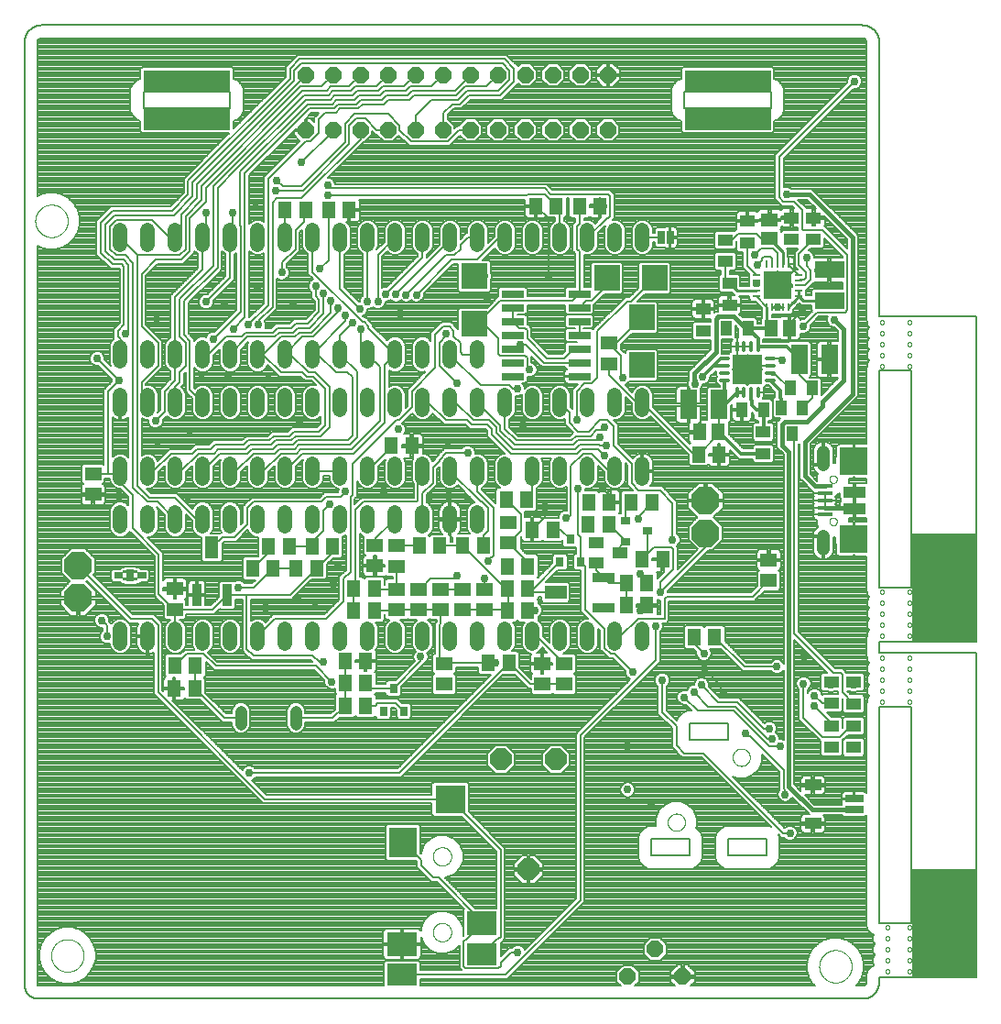
<source format=gbl>
G75*
%MOIN*%
%OFA0B0*%
%FSLAX25Y25*%
%IPPOS*%
%LPD*%
%AMOC8*
5,1,8,0,0,1.08239X$1,22.5*
%
%ADD10R,0.02800X0.00200*%
%ADD11R,0.05200X0.00200*%
%ADD12R,0.03200X0.00200*%
%ADD13C,0.00000*%
%ADD14C,0.00600*%
%ADD15C,0.00800*%
%ADD16R,0.31496X0.07874*%
%ADD17R,0.23622X0.39370*%
%ADD18C,0.05200*%
%ADD19R,0.05118X0.06299*%
%ADD20R,0.06299X0.05118*%
%ADD21R,0.05118X0.05906*%
%ADD22R,0.05906X0.05118*%
%ADD23R,0.03543X0.07874*%
%ADD24R,0.05118X0.07874*%
%ADD25R,0.02500X0.05000*%
%ADD26OC8,0.05937*%
%ADD27R,0.05512X0.03937*%
%ADD28R,0.03543X0.03150*%
%ADD29R,0.07874X0.03543*%
%ADD30R,0.07874X0.05118*%
%ADD31C,0.04400*%
%ADD32R,0.03150X0.03543*%
%ADD33R,0.08000X0.02600*%
%ADD34R,0.09449X0.09449*%
%ADD35OC8,0.10000*%
%ADD36OC8,0.07800*%
%ADD37R,0.10630X0.10630*%
%ADD38C,0.01378*%
%ADD39C,0.03575*%
%ADD40R,0.06299X0.10630*%
%ADD41R,0.05512X0.04331*%
%ADD42R,0.04331X0.05512*%
%ADD43R,0.03937X0.05512*%
%ADD44R,0.10630X0.06299*%
%ADD45R,0.09843X0.09843*%
%ADD46C,0.04756*%
%ADD47R,0.05315X0.01575*%
%ADD48R,0.07874X0.03937*%
%ADD49R,0.02874X0.01102*%
%ADD50R,0.01102X0.02874*%
%ADD51R,0.11024X0.07874*%
%ADD52R,0.10236X0.11024*%
%ADD53R,0.11024X0.08661*%
%ADD54R,0.11024X0.10236*%
%ADD55R,0.06500X0.02500*%
%ADD56R,0.06000X0.04000*%
%ADD57C,0.02978*%
%ADD58C,0.01400*%
%ADD59C,0.01500*%
%ADD60C,0.01100*%
D10*
X0047373Y0162216D03*
X0047373Y0162416D03*
X0047373Y0162616D03*
X0047373Y0162816D03*
X0047373Y0163016D03*
X0047373Y0163216D03*
X0047373Y0163416D03*
X0047373Y0163616D03*
X0047373Y0163816D03*
X0047373Y0164016D03*
X0047773Y0164016D03*
X0047773Y0163816D03*
X0047773Y0163616D03*
X0047773Y0163416D03*
X0047773Y0163216D03*
X0047773Y0163016D03*
X0047773Y0162816D03*
X0047773Y0162616D03*
X0047773Y0162416D03*
X0047773Y0162216D03*
X0051773Y0162216D03*
X0051773Y0162416D03*
X0051773Y0162616D03*
X0051773Y0162816D03*
X0051773Y0163016D03*
X0051773Y0163216D03*
X0051773Y0163416D03*
X0051773Y0163616D03*
X0051773Y0163816D03*
X0051773Y0164016D03*
X0051773Y0165016D03*
X0051773Y0165216D03*
X0051773Y0161216D03*
X0051773Y0161016D03*
D11*
X0051773Y0161416D03*
X0051773Y0161616D03*
X0051773Y0161816D03*
X0051773Y0162016D03*
X0051773Y0164216D03*
X0051773Y0164416D03*
X0051773Y0164616D03*
X0051773Y0164816D03*
D12*
X0055973Y0164016D03*
X0055973Y0163816D03*
X0055973Y0163616D03*
X0055973Y0163416D03*
X0055973Y0163216D03*
X0055973Y0163016D03*
X0055973Y0162816D03*
X0055973Y0162616D03*
X0055973Y0162416D03*
X0055973Y0162216D03*
D13*
X0161891Y0061038D02*
X0161893Y0061153D01*
X0161899Y0061269D01*
X0161909Y0061384D01*
X0161923Y0061499D01*
X0161941Y0061613D01*
X0161963Y0061726D01*
X0161988Y0061839D01*
X0162018Y0061950D01*
X0162051Y0062061D01*
X0162088Y0062170D01*
X0162129Y0062278D01*
X0162174Y0062385D01*
X0162222Y0062490D01*
X0162274Y0062593D01*
X0162330Y0062694D01*
X0162389Y0062794D01*
X0162451Y0062891D01*
X0162517Y0062986D01*
X0162585Y0063079D01*
X0162657Y0063169D01*
X0162732Y0063257D01*
X0162811Y0063342D01*
X0162892Y0063424D01*
X0162975Y0063504D01*
X0163062Y0063580D01*
X0163151Y0063654D01*
X0163242Y0063724D01*
X0163336Y0063792D01*
X0163432Y0063856D01*
X0163531Y0063916D01*
X0163631Y0063973D01*
X0163733Y0064027D01*
X0163837Y0064077D01*
X0163943Y0064124D01*
X0164050Y0064167D01*
X0164159Y0064206D01*
X0164269Y0064241D01*
X0164380Y0064272D01*
X0164492Y0064300D01*
X0164605Y0064324D01*
X0164719Y0064344D01*
X0164834Y0064360D01*
X0164949Y0064372D01*
X0165064Y0064380D01*
X0165179Y0064384D01*
X0165295Y0064384D01*
X0165410Y0064380D01*
X0165525Y0064372D01*
X0165640Y0064360D01*
X0165755Y0064344D01*
X0165869Y0064324D01*
X0165982Y0064300D01*
X0166094Y0064272D01*
X0166205Y0064241D01*
X0166315Y0064206D01*
X0166424Y0064167D01*
X0166531Y0064124D01*
X0166637Y0064077D01*
X0166741Y0064027D01*
X0166843Y0063973D01*
X0166943Y0063916D01*
X0167042Y0063856D01*
X0167138Y0063792D01*
X0167232Y0063724D01*
X0167323Y0063654D01*
X0167412Y0063580D01*
X0167499Y0063504D01*
X0167582Y0063424D01*
X0167663Y0063342D01*
X0167742Y0063257D01*
X0167817Y0063169D01*
X0167889Y0063079D01*
X0167957Y0062986D01*
X0168023Y0062891D01*
X0168085Y0062794D01*
X0168144Y0062694D01*
X0168200Y0062593D01*
X0168252Y0062490D01*
X0168300Y0062385D01*
X0168345Y0062278D01*
X0168386Y0062170D01*
X0168423Y0062061D01*
X0168456Y0061950D01*
X0168486Y0061839D01*
X0168511Y0061726D01*
X0168533Y0061613D01*
X0168551Y0061499D01*
X0168565Y0061384D01*
X0168575Y0061269D01*
X0168581Y0061153D01*
X0168583Y0061038D01*
X0168581Y0060923D01*
X0168575Y0060807D01*
X0168565Y0060692D01*
X0168551Y0060577D01*
X0168533Y0060463D01*
X0168511Y0060350D01*
X0168486Y0060237D01*
X0168456Y0060126D01*
X0168423Y0060015D01*
X0168386Y0059906D01*
X0168345Y0059798D01*
X0168300Y0059691D01*
X0168252Y0059586D01*
X0168200Y0059483D01*
X0168144Y0059382D01*
X0168085Y0059282D01*
X0168023Y0059185D01*
X0167957Y0059090D01*
X0167889Y0058997D01*
X0167817Y0058907D01*
X0167742Y0058819D01*
X0167663Y0058734D01*
X0167582Y0058652D01*
X0167499Y0058572D01*
X0167412Y0058496D01*
X0167323Y0058422D01*
X0167232Y0058352D01*
X0167138Y0058284D01*
X0167042Y0058220D01*
X0166943Y0058160D01*
X0166843Y0058103D01*
X0166741Y0058049D01*
X0166637Y0057999D01*
X0166531Y0057952D01*
X0166424Y0057909D01*
X0166315Y0057870D01*
X0166205Y0057835D01*
X0166094Y0057804D01*
X0165982Y0057776D01*
X0165869Y0057752D01*
X0165755Y0057732D01*
X0165640Y0057716D01*
X0165525Y0057704D01*
X0165410Y0057696D01*
X0165295Y0057692D01*
X0165179Y0057692D01*
X0165064Y0057696D01*
X0164949Y0057704D01*
X0164834Y0057716D01*
X0164719Y0057732D01*
X0164605Y0057752D01*
X0164492Y0057776D01*
X0164380Y0057804D01*
X0164269Y0057835D01*
X0164159Y0057870D01*
X0164050Y0057909D01*
X0163943Y0057952D01*
X0163837Y0057999D01*
X0163733Y0058049D01*
X0163631Y0058103D01*
X0163531Y0058160D01*
X0163432Y0058220D01*
X0163336Y0058284D01*
X0163242Y0058352D01*
X0163151Y0058422D01*
X0163062Y0058496D01*
X0162975Y0058572D01*
X0162892Y0058652D01*
X0162811Y0058734D01*
X0162732Y0058819D01*
X0162657Y0058907D01*
X0162585Y0058997D01*
X0162517Y0059090D01*
X0162451Y0059185D01*
X0162389Y0059282D01*
X0162330Y0059382D01*
X0162274Y0059483D01*
X0162222Y0059586D01*
X0162174Y0059691D01*
X0162129Y0059798D01*
X0162088Y0059906D01*
X0162051Y0060015D01*
X0162018Y0060126D01*
X0161988Y0060237D01*
X0161963Y0060350D01*
X0161941Y0060463D01*
X0161923Y0060577D01*
X0161909Y0060692D01*
X0161899Y0060807D01*
X0161893Y0060923D01*
X0161891Y0061038D01*
X0161891Y0033479D02*
X0161893Y0033594D01*
X0161899Y0033710D01*
X0161909Y0033825D01*
X0161923Y0033940D01*
X0161941Y0034054D01*
X0161963Y0034167D01*
X0161988Y0034280D01*
X0162018Y0034391D01*
X0162051Y0034502D01*
X0162088Y0034611D01*
X0162129Y0034719D01*
X0162174Y0034826D01*
X0162222Y0034931D01*
X0162274Y0035034D01*
X0162330Y0035135D01*
X0162389Y0035235D01*
X0162451Y0035332D01*
X0162517Y0035427D01*
X0162585Y0035520D01*
X0162657Y0035610D01*
X0162732Y0035698D01*
X0162811Y0035783D01*
X0162892Y0035865D01*
X0162975Y0035945D01*
X0163062Y0036021D01*
X0163151Y0036095D01*
X0163242Y0036165D01*
X0163336Y0036233D01*
X0163432Y0036297D01*
X0163531Y0036357D01*
X0163631Y0036414D01*
X0163733Y0036468D01*
X0163837Y0036518D01*
X0163943Y0036565D01*
X0164050Y0036608D01*
X0164159Y0036647D01*
X0164269Y0036682D01*
X0164380Y0036713D01*
X0164492Y0036741D01*
X0164605Y0036765D01*
X0164719Y0036785D01*
X0164834Y0036801D01*
X0164949Y0036813D01*
X0165064Y0036821D01*
X0165179Y0036825D01*
X0165295Y0036825D01*
X0165410Y0036821D01*
X0165525Y0036813D01*
X0165640Y0036801D01*
X0165755Y0036785D01*
X0165869Y0036765D01*
X0165982Y0036741D01*
X0166094Y0036713D01*
X0166205Y0036682D01*
X0166315Y0036647D01*
X0166424Y0036608D01*
X0166531Y0036565D01*
X0166637Y0036518D01*
X0166741Y0036468D01*
X0166843Y0036414D01*
X0166943Y0036357D01*
X0167042Y0036297D01*
X0167138Y0036233D01*
X0167232Y0036165D01*
X0167323Y0036095D01*
X0167412Y0036021D01*
X0167499Y0035945D01*
X0167582Y0035865D01*
X0167663Y0035783D01*
X0167742Y0035698D01*
X0167817Y0035610D01*
X0167889Y0035520D01*
X0167957Y0035427D01*
X0168023Y0035332D01*
X0168085Y0035235D01*
X0168144Y0035135D01*
X0168200Y0035034D01*
X0168252Y0034931D01*
X0168300Y0034826D01*
X0168345Y0034719D01*
X0168386Y0034611D01*
X0168423Y0034502D01*
X0168456Y0034391D01*
X0168486Y0034280D01*
X0168511Y0034167D01*
X0168533Y0034054D01*
X0168551Y0033940D01*
X0168565Y0033825D01*
X0168575Y0033710D01*
X0168581Y0033594D01*
X0168583Y0033479D01*
X0168581Y0033364D01*
X0168575Y0033248D01*
X0168565Y0033133D01*
X0168551Y0033018D01*
X0168533Y0032904D01*
X0168511Y0032791D01*
X0168486Y0032678D01*
X0168456Y0032567D01*
X0168423Y0032456D01*
X0168386Y0032347D01*
X0168345Y0032239D01*
X0168300Y0032132D01*
X0168252Y0032027D01*
X0168200Y0031924D01*
X0168144Y0031823D01*
X0168085Y0031723D01*
X0168023Y0031626D01*
X0167957Y0031531D01*
X0167889Y0031438D01*
X0167817Y0031348D01*
X0167742Y0031260D01*
X0167663Y0031175D01*
X0167582Y0031093D01*
X0167499Y0031013D01*
X0167412Y0030937D01*
X0167323Y0030863D01*
X0167232Y0030793D01*
X0167138Y0030725D01*
X0167042Y0030661D01*
X0166943Y0030601D01*
X0166843Y0030544D01*
X0166741Y0030490D01*
X0166637Y0030440D01*
X0166531Y0030393D01*
X0166424Y0030350D01*
X0166315Y0030311D01*
X0166205Y0030276D01*
X0166094Y0030245D01*
X0165982Y0030217D01*
X0165869Y0030193D01*
X0165755Y0030173D01*
X0165640Y0030157D01*
X0165525Y0030145D01*
X0165410Y0030137D01*
X0165295Y0030133D01*
X0165179Y0030133D01*
X0165064Y0030137D01*
X0164949Y0030145D01*
X0164834Y0030157D01*
X0164719Y0030173D01*
X0164605Y0030193D01*
X0164492Y0030217D01*
X0164380Y0030245D01*
X0164269Y0030276D01*
X0164159Y0030311D01*
X0164050Y0030350D01*
X0163943Y0030393D01*
X0163837Y0030440D01*
X0163733Y0030490D01*
X0163631Y0030544D01*
X0163531Y0030601D01*
X0163432Y0030661D01*
X0163336Y0030725D01*
X0163242Y0030793D01*
X0163151Y0030863D01*
X0163062Y0030937D01*
X0162975Y0031013D01*
X0162892Y0031093D01*
X0162811Y0031175D01*
X0162732Y0031260D01*
X0162657Y0031348D01*
X0162585Y0031438D01*
X0162517Y0031531D01*
X0162451Y0031626D01*
X0162389Y0031723D01*
X0162330Y0031823D01*
X0162274Y0031924D01*
X0162222Y0032027D01*
X0162174Y0032132D01*
X0162129Y0032239D01*
X0162088Y0032347D01*
X0162051Y0032456D01*
X0162018Y0032567D01*
X0161988Y0032678D01*
X0161963Y0032791D01*
X0161941Y0032904D01*
X0161923Y0033018D01*
X0161909Y0033133D01*
X0161899Y0033248D01*
X0161893Y0033364D01*
X0161891Y0033479D01*
X0247339Y0073463D02*
X0247341Y0073575D01*
X0247347Y0073686D01*
X0247357Y0073798D01*
X0247371Y0073909D01*
X0247388Y0074019D01*
X0247410Y0074129D01*
X0247436Y0074238D01*
X0247465Y0074346D01*
X0247498Y0074452D01*
X0247535Y0074558D01*
X0247576Y0074662D01*
X0247621Y0074765D01*
X0247669Y0074866D01*
X0247720Y0074965D01*
X0247775Y0075062D01*
X0247834Y0075157D01*
X0247895Y0075251D01*
X0247960Y0075342D01*
X0248029Y0075430D01*
X0248100Y0075516D01*
X0248174Y0075600D01*
X0248252Y0075680D01*
X0248332Y0075758D01*
X0248415Y0075834D01*
X0248500Y0075906D01*
X0248588Y0075975D01*
X0248678Y0076041D01*
X0248771Y0076103D01*
X0248866Y0076163D01*
X0248963Y0076219D01*
X0249061Y0076271D01*
X0249162Y0076320D01*
X0249264Y0076365D01*
X0249368Y0076407D01*
X0249473Y0076445D01*
X0249580Y0076479D01*
X0249687Y0076509D01*
X0249796Y0076536D01*
X0249905Y0076558D01*
X0250016Y0076577D01*
X0250126Y0076592D01*
X0250238Y0076603D01*
X0250349Y0076610D01*
X0250461Y0076613D01*
X0250573Y0076612D01*
X0250685Y0076607D01*
X0250796Y0076598D01*
X0250907Y0076585D01*
X0251018Y0076568D01*
X0251128Y0076548D01*
X0251237Y0076523D01*
X0251345Y0076495D01*
X0251452Y0076462D01*
X0251558Y0076426D01*
X0251662Y0076386D01*
X0251765Y0076343D01*
X0251867Y0076296D01*
X0251966Y0076245D01*
X0252064Y0076191D01*
X0252160Y0076133D01*
X0252254Y0076072D01*
X0252345Y0076008D01*
X0252434Y0075941D01*
X0252521Y0075870D01*
X0252605Y0075796D01*
X0252687Y0075720D01*
X0252765Y0075640D01*
X0252841Y0075558D01*
X0252914Y0075473D01*
X0252984Y0075386D01*
X0253050Y0075296D01*
X0253114Y0075204D01*
X0253174Y0075110D01*
X0253231Y0075014D01*
X0253284Y0074915D01*
X0253334Y0074815D01*
X0253380Y0074714D01*
X0253423Y0074610D01*
X0253462Y0074505D01*
X0253497Y0074399D01*
X0253528Y0074292D01*
X0253556Y0074183D01*
X0253579Y0074074D01*
X0253599Y0073964D01*
X0253615Y0073853D01*
X0253627Y0073742D01*
X0253635Y0073631D01*
X0253639Y0073519D01*
X0253639Y0073407D01*
X0253635Y0073295D01*
X0253627Y0073184D01*
X0253615Y0073073D01*
X0253599Y0072962D01*
X0253579Y0072852D01*
X0253556Y0072743D01*
X0253528Y0072634D01*
X0253497Y0072527D01*
X0253462Y0072421D01*
X0253423Y0072316D01*
X0253380Y0072212D01*
X0253334Y0072111D01*
X0253284Y0072011D01*
X0253231Y0071912D01*
X0253174Y0071816D01*
X0253114Y0071722D01*
X0253050Y0071630D01*
X0252984Y0071540D01*
X0252914Y0071453D01*
X0252841Y0071368D01*
X0252765Y0071286D01*
X0252687Y0071206D01*
X0252605Y0071130D01*
X0252521Y0071056D01*
X0252434Y0070985D01*
X0252345Y0070918D01*
X0252254Y0070854D01*
X0252160Y0070793D01*
X0252064Y0070735D01*
X0251966Y0070681D01*
X0251867Y0070630D01*
X0251765Y0070583D01*
X0251662Y0070540D01*
X0251558Y0070500D01*
X0251452Y0070464D01*
X0251345Y0070431D01*
X0251237Y0070403D01*
X0251128Y0070378D01*
X0251018Y0070358D01*
X0250907Y0070341D01*
X0250796Y0070328D01*
X0250685Y0070319D01*
X0250573Y0070314D01*
X0250461Y0070313D01*
X0250349Y0070316D01*
X0250238Y0070323D01*
X0250126Y0070334D01*
X0250016Y0070349D01*
X0249905Y0070368D01*
X0249796Y0070390D01*
X0249687Y0070417D01*
X0249580Y0070447D01*
X0249473Y0070481D01*
X0249368Y0070519D01*
X0249264Y0070561D01*
X0249162Y0070606D01*
X0249061Y0070655D01*
X0248963Y0070707D01*
X0248866Y0070763D01*
X0248771Y0070823D01*
X0248678Y0070885D01*
X0248588Y0070951D01*
X0248500Y0071020D01*
X0248415Y0071092D01*
X0248332Y0071168D01*
X0248252Y0071246D01*
X0248174Y0071326D01*
X0248100Y0071410D01*
X0248029Y0071496D01*
X0247960Y0071584D01*
X0247895Y0071675D01*
X0247834Y0071769D01*
X0247775Y0071864D01*
X0247720Y0071961D01*
X0247669Y0072060D01*
X0247621Y0072161D01*
X0247576Y0072264D01*
X0247535Y0072368D01*
X0247498Y0072474D01*
X0247465Y0072580D01*
X0247436Y0072688D01*
X0247410Y0072797D01*
X0247388Y0072907D01*
X0247371Y0073017D01*
X0247357Y0073128D01*
X0247347Y0073240D01*
X0247341Y0073351D01*
X0247339Y0073463D01*
X0270961Y0097085D02*
X0270963Y0097197D01*
X0270969Y0097308D01*
X0270979Y0097420D01*
X0270993Y0097531D01*
X0271010Y0097641D01*
X0271032Y0097751D01*
X0271058Y0097860D01*
X0271087Y0097968D01*
X0271120Y0098074D01*
X0271157Y0098180D01*
X0271198Y0098284D01*
X0271243Y0098387D01*
X0271291Y0098488D01*
X0271342Y0098587D01*
X0271397Y0098684D01*
X0271456Y0098779D01*
X0271517Y0098873D01*
X0271582Y0098964D01*
X0271651Y0099052D01*
X0271722Y0099138D01*
X0271796Y0099222D01*
X0271874Y0099302D01*
X0271954Y0099380D01*
X0272037Y0099456D01*
X0272122Y0099528D01*
X0272210Y0099597D01*
X0272300Y0099663D01*
X0272393Y0099725D01*
X0272488Y0099785D01*
X0272585Y0099841D01*
X0272683Y0099893D01*
X0272784Y0099942D01*
X0272886Y0099987D01*
X0272990Y0100029D01*
X0273095Y0100067D01*
X0273202Y0100101D01*
X0273309Y0100131D01*
X0273418Y0100158D01*
X0273527Y0100180D01*
X0273638Y0100199D01*
X0273748Y0100214D01*
X0273860Y0100225D01*
X0273971Y0100232D01*
X0274083Y0100235D01*
X0274195Y0100234D01*
X0274307Y0100229D01*
X0274418Y0100220D01*
X0274529Y0100207D01*
X0274640Y0100190D01*
X0274750Y0100170D01*
X0274859Y0100145D01*
X0274967Y0100117D01*
X0275074Y0100084D01*
X0275180Y0100048D01*
X0275284Y0100008D01*
X0275387Y0099965D01*
X0275489Y0099918D01*
X0275588Y0099867D01*
X0275686Y0099813D01*
X0275782Y0099755D01*
X0275876Y0099694D01*
X0275967Y0099630D01*
X0276056Y0099563D01*
X0276143Y0099492D01*
X0276227Y0099418D01*
X0276309Y0099342D01*
X0276387Y0099262D01*
X0276463Y0099180D01*
X0276536Y0099095D01*
X0276606Y0099008D01*
X0276672Y0098918D01*
X0276736Y0098826D01*
X0276796Y0098732D01*
X0276853Y0098636D01*
X0276906Y0098537D01*
X0276956Y0098437D01*
X0277002Y0098336D01*
X0277045Y0098232D01*
X0277084Y0098127D01*
X0277119Y0098021D01*
X0277150Y0097914D01*
X0277178Y0097805D01*
X0277201Y0097696D01*
X0277221Y0097586D01*
X0277237Y0097475D01*
X0277249Y0097364D01*
X0277257Y0097253D01*
X0277261Y0097141D01*
X0277261Y0097029D01*
X0277257Y0096917D01*
X0277249Y0096806D01*
X0277237Y0096695D01*
X0277221Y0096584D01*
X0277201Y0096474D01*
X0277178Y0096365D01*
X0277150Y0096256D01*
X0277119Y0096149D01*
X0277084Y0096043D01*
X0277045Y0095938D01*
X0277002Y0095834D01*
X0276956Y0095733D01*
X0276906Y0095633D01*
X0276853Y0095534D01*
X0276796Y0095438D01*
X0276736Y0095344D01*
X0276672Y0095252D01*
X0276606Y0095162D01*
X0276536Y0095075D01*
X0276463Y0094990D01*
X0276387Y0094908D01*
X0276309Y0094828D01*
X0276227Y0094752D01*
X0276143Y0094678D01*
X0276056Y0094607D01*
X0275967Y0094540D01*
X0275876Y0094476D01*
X0275782Y0094415D01*
X0275686Y0094357D01*
X0275588Y0094303D01*
X0275489Y0094252D01*
X0275387Y0094205D01*
X0275284Y0094162D01*
X0275180Y0094122D01*
X0275074Y0094086D01*
X0274967Y0094053D01*
X0274859Y0094025D01*
X0274750Y0094000D01*
X0274640Y0093980D01*
X0274529Y0093963D01*
X0274418Y0093950D01*
X0274307Y0093941D01*
X0274195Y0093936D01*
X0274083Y0093935D01*
X0273971Y0093938D01*
X0273860Y0093945D01*
X0273748Y0093956D01*
X0273638Y0093971D01*
X0273527Y0093990D01*
X0273418Y0094012D01*
X0273309Y0094039D01*
X0273202Y0094069D01*
X0273095Y0094103D01*
X0272990Y0094141D01*
X0272886Y0094183D01*
X0272784Y0094228D01*
X0272683Y0094277D01*
X0272585Y0094329D01*
X0272488Y0094385D01*
X0272393Y0094445D01*
X0272300Y0094507D01*
X0272210Y0094573D01*
X0272122Y0094642D01*
X0272037Y0094714D01*
X0271954Y0094790D01*
X0271874Y0094868D01*
X0271796Y0094948D01*
X0271722Y0095032D01*
X0271651Y0095118D01*
X0271582Y0095206D01*
X0271517Y0095297D01*
X0271456Y0095391D01*
X0271397Y0095486D01*
X0271342Y0095583D01*
X0271291Y0095682D01*
X0271243Y0095783D01*
X0271198Y0095886D01*
X0271157Y0095990D01*
X0271120Y0096096D01*
X0271087Y0096202D01*
X0271058Y0096310D01*
X0271032Y0096419D01*
X0271010Y0096529D01*
X0270993Y0096639D01*
X0270979Y0096750D01*
X0270969Y0096862D01*
X0270963Y0096973D01*
X0270961Y0097085D01*
X0324513Y0117274D02*
X0324515Y0117330D01*
X0324521Y0117385D01*
X0324531Y0117439D01*
X0324544Y0117493D01*
X0324562Y0117546D01*
X0324583Y0117597D01*
X0324607Y0117647D01*
X0324635Y0117695D01*
X0324667Y0117741D01*
X0324701Y0117785D01*
X0324739Y0117826D01*
X0324779Y0117864D01*
X0324822Y0117899D01*
X0324867Y0117931D01*
X0324915Y0117960D01*
X0324964Y0117986D01*
X0325015Y0118008D01*
X0325067Y0118026D01*
X0325121Y0118040D01*
X0325176Y0118051D01*
X0325231Y0118058D01*
X0325286Y0118061D01*
X0325342Y0118060D01*
X0325397Y0118055D01*
X0325452Y0118046D01*
X0325506Y0118034D01*
X0325559Y0118017D01*
X0325611Y0117997D01*
X0325661Y0117973D01*
X0325709Y0117946D01*
X0325756Y0117916D01*
X0325800Y0117882D01*
X0325842Y0117845D01*
X0325880Y0117805D01*
X0325917Y0117763D01*
X0325950Y0117718D01*
X0325979Y0117672D01*
X0326006Y0117623D01*
X0326028Y0117572D01*
X0326048Y0117520D01*
X0326063Y0117466D01*
X0326075Y0117412D01*
X0326083Y0117357D01*
X0326087Y0117302D01*
X0326087Y0117246D01*
X0326083Y0117191D01*
X0326075Y0117136D01*
X0326063Y0117082D01*
X0326048Y0117028D01*
X0326028Y0116976D01*
X0326006Y0116925D01*
X0325979Y0116876D01*
X0325950Y0116830D01*
X0325917Y0116785D01*
X0325880Y0116743D01*
X0325842Y0116703D01*
X0325800Y0116666D01*
X0325756Y0116632D01*
X0325709Y0116602D01*
X0325661Y0116575D01*
X0325611Y0116551D01*
X0325559Y0116531D01*
X0325506Y0116514D01*
X0325452Y0116502D01*
X0325397Y0116493D01*
X0325342Y0116488D01*
X0325286Y0116487D01*
X0325231Y0116490D01*
X0325176Y0116497D01*
X0325121Y0116508D01*
X0325067Y0116522D01*
X0325015Y0116540D01*
X0324964Y0116562D01*
X0324915Y0116588D01*
X0324867Y0116617D01*
X0324822Y0116649D01*
X0324779Y0116684D01*
X0324739Y0116722D01*
X0324701Y0116763D01*
X0324667Y0116807D01*
X0324635Y0116853D01*
X0324607Y0116901D01*
X0324583Y0116951D01*
X0324562Y0117002D01*
X0324544Y0117055D01*
X0324531Y0117109D01*
X0324521Y0117163D01*
X0324515Y0117218D01*
X0324513Y0117274D01*
X0324513Y0121274D02*
X0324515Y0121330D01*
X0324521Y0121385D01*
X0324531Y0121439D01*
X0324544Y0121493D01*
X0324562Y0121546D01*
X0324583Y0121597D01*
X0324607Y0121647D01*
X0324635Y0121695D01*
X0324667Y0121741D01*
X0324701Y0121785D01*
X0324739Y0121826D01*
X0324779Y0121864D01*
X0324822Y0121899D01*
X0324867Y0121931D01*
X0324915Y0121960D01*
X0324964Y0121986D01*
X0325015Y0122008D01*
X0325067Y0122026D01*
X0325121Y0122040D01*
X0325176Y0122051D01*
X0325231Y0122058D01*
X0325286Y0122061D01*
X0325342Y0122060D01*
X0325397Y0122055D01*
X0325452Y0122046D01*
X0325506Y0122034D01*
X0325559Y0122017D01*
X0325611Y0121997D01*
X0325661Y0121973D01*
X0325709Y0121946D01*
X0325756Y0121916D01*
X0325800Y0121882D01*
X0325842Y0121845D01*
X0325880Y0121805D01*
X0325917Y0121763D01*
X0325950Y0121718D01*
X0325979Y0121672D01*
X0326006Y0121623D01*
X0326028Y0121572D01*
X0326048Y0121520D01*
X0326063Y0121466D01*
X0326075Y0121412D01*
X0326083Y0121357D01*
X0326087Y0121302D01*
X0326087Y0121246D01*
X0326083Y0121191D01*
X0326075Y0121136D01*
X0326063Y0121082D01*
X0326048Y0121028D01*
X0326028Y0120976D01*
X0326006Y0120925D01*
X0325979Y0120876D01*
X0325950Y0120830D01*
X0325917Y0120785D01*
X0325880Y0120743D01*
X0325842Y0120703D01*
X0325800Y0120666D01*
X0325756Y0120632D01*
X0325709Y0120602D01*
X0325661Y0120575D01*
X0325611Y0120551D01*
X0325559Y0120531D01*
X0325506Y0120514D01*
X0325452Y0120502D01*
X0325397Y0120493D01*
X0325342Y0120488D01*
X0325286Y0120487D01*
X0325231Y0120490D01*
X0325176Y0120497D01*
X0325121Y0120508D01*
X0325067Y0120522D01*
X0325015Y0120540D01*
X0324964Y0120562D01*
X0324915Y0120588D01*
X0324867Y0120617D01*
X0324822Y0120649D01*
X0324779Y0120684D01*
X0324739Y0120722D01*
X0324701Y0120763D01*
X0324667Y0120807D01*
X0324635Y0120853D01*
X0324607Y0120901D01*
X0324583Y0120951D01*
X0324562Y0121002D01*
X0324544Y0121055D01*
X0324531Y0121109D01*
X0324521Y0121163D01*
X0324515Y0121218D01*
X0324513Y0121274D01*
X0324513Y0125274D02*
X0324515Y0125330D01*
X0324521Y0125385D01*
X0324531Y0125439D01*
X0324544Y0125493D01*
X0324562Y0125546D01*
X0324583Y0125597D01*
X0324607Y0125647D01*
X0324635Y0125695D01*
X0324667Y0125741D01*
X0324701Y0125785D01*
X0324739Y0125826D01*
X0324779Y0125864D01*
X0324822Y0125899D01*
X0324867Y0125931D01*
X0324915Y0125960D01*
X0324964Y0125986D01*
X0325015Y0126008D01*
X0325067Y0126026D01*
X0325121Y0126040D01*
X0325176Y0126051D01*
X0325231Y0126058D01*
X0325286Y0126061D01*
X0325342Y0126060D01*
X0325397Y0126055D01*
X0325452Y0126046D01*
X0325506Y0126034D01*
X0325559Y0126017D01*
X0325611Y0125997D01*
X0325661Y0125973D01*
X0325709Y0125946D01*
X0325756Y0125916D01*
X0325800Y0125882D01*
X0325842Y0125845D01*
X0325880Y0125805D01*
X0325917Y0125763D01*
X0325950Y0125718D01*
X0325979Y0125672D01*
X0326006Y0125623D01*
X0326028Y0125572D01*
X0326048Y0125520D01*
X0326063Y0125466D01*
X0326075Y0125412D01*
X0326083Y0125357D01*
X0326087Y0125302D01*
X0326087Y0125246D01*
X0326083Y0125191D01*
X0326075Y0125136D01*
X0326063Y0125082D01*
X0326048Y0125028D01*
X0326028Y0124976D01*
X0326006Y0124925D01*
X0325979Y0124876D01*
X0325950Y0124830D01*
X0325917Y0124785D01*
X0325880Y0124743D01*
X0325842Y0124703D01*
X0325800Y0124666D01*
X0325756Y0124632D01*
X0325709Y0124602D01*
X0325661Y0124575D01*
X0325611Y0124551D01*
X0325559Y0124531D01*
X0325506Y0124514D01*
X0325452Y0124502D01*
X0325397Y0124493D01*
X0325342Y0124488D01*
X0325286Y0124487D01*
X0325231Y0124490D01*
X0325176Y0124497D01*
X0325121Y0124508D01*
X0325067Y0124522D01*
X0325015Y0124540D01*
X0324964Y0124562D01*
X0324915Y0124588D01*
X0324867Y0124617D01*
X0324822Y0124649D01*
X0324779Y0124684D01*
X0324739Y0124722D01*
X0324701Y0124763D01*
X0324667Y0124807D01*
X0324635Y0124853D01*
X0324607Y0124901D01*
X0324583Y0124951D01*
X0324562Y0125002D01*
X0324544Y0125055D01*
X0324531Y0125109D01*
X0324521Y0125163D01*
X0324515Y0125218D01*
X0324513Y0125274D01*
X0324513Y0129274D02*
X0324515Y0129330D01*
X0324521Y0129385D01*
X0324531Y0129439D01*
X0324544Y0129493D01*
X0324562Y0129546D01*
X0324583Y0129597D01*
X0324607Y0129647D01*
X0324635Y0129695D01*
X0324667Y0129741D01*
X0324701Y0129785D01*
X0324739Y0129826D01*
X0324779Y0129864D01*
X0324822Y0129899D01*
X0324867Y0129931D01*
X0324915Y0129960D01*
X0324964Y0129986D01*
X0325015Y0130008D01*
X0325067Y0130026D01*
X0325121Y0130040D01*
X0325176Y0130051D01*
X0325231Y0130058D01*
X0325286Y0130061D01*
X0325342Y0130060D01*
X0325397Y0130055D01*
X0325452Y0130046D01*
X0325506Y0130034D01*
X0325559Y0130017D01*
X0325611Y0129997D01*
X0325661Y0129973D01*
X0325709Y0129946D01*
X0325756Y0129916D01*
X0325800Y0129882D01*
X0325842Y0129845D01*
X0325880Y0129805D01*
X0325917Y0129763D01*
X0325950Y0129718D01*
X0325979Y0129672D01*
X0326006Y0129623D01*
X0326028Y0129572D01*
X0326048Y0129520D01*
X0326063Y0129466D01*
X0326075Y0129412D01*
X0326083Y0129357D01*
X0326087Y0129302D01*
X0326087Y0129246D01*
X0326083Y0129191D01*
X0326075Y0129136D01*
X0326063Y0129082D01*
X0326048Y0129028D01*
X0326028Y0128976D01*
X0326006Y0128925D01*
X0325979Y0128876D01*
X0325950Y0128830D01*
X0325917Y0128785D01*
X0325880Y0128743D01*
X0325842Y0128703D01*
X0325800Y0128666D01*
X0325756Y0128632D01*
X0325709Y0128602D01*
X0325661Y0128575D01*
X0325611Y0128551D01*
X0325559Y0128531D01*
X0325506Y0128514D01*
X0325452Y0128502D01*
X0325397Y0128493D01*
X0325342Y0128488D01*
X0325286Y0128487D01*
X0325231Y0128490D01*
X0325176Y0128497D01*
X0325121Y0128508D01*
X0325067Y0128522D01*
X0325015Y0128540D01*
X0324964Y0128562D01*
X0324915Y0128588D01*
X0324867Y0128617D01*
X0324822Y0128649D01*
X0324779Y0128684D01*
X0324739Y0128722D01*
X0324701Y0128763D01*
X0324667Y0128807D01*
X0324635Y0128853D01*
X0324607Y0128901D01*
X0324583Y0128951D01*
X0324562Y0129002D01*
X0324544Y0129055D01*
X0324531Y0129109D01*
X0324521Y0129163D01*
X0324515Y0129218D01*
X0324513Y0129274D01*
X0324513Y0133274D02*
X0324515Y0133330D01*
X0324521Y0133385D01*
X0324531Y0133439D01*
X0324544Y0133493D01*
X0324562Y0133546D01*
X0324583Y0133597D01*
X0324607Y0133647D01*
X0324635Y0133695D01*
X0324667Y0133741D01*
X0324701Y0133785D01*
X0324739Y0133826D01*
X0324779Y0133864D01*
X0324822Y0133899D01*
X0324867Y0133931D01*
X0324915Y0133960D01*
X0324964Y0133986D01*
X0325015Y0134008D01*
X0325067Y0134026D01*
X0325121Y0134040D01*
X0325176Y0134051D01*
X0325231Y0134058D01*
X0325286Y0134061D01*
X0325342Y0134060D01*
X0325397Y0134055D01*
X0325452Y0134046D01*
X0325506Y0134034D01*
X0325559Y0134017D01*
X0325611Y0133997D01*
X0325661Y0133973D01*
X0325709Y0133946D01*
X0325756Y0133916D01*
X0325800Y0133882D01*
X0325842Y0133845D01*
X0325880Y0133805D01*
X0325917Y0133763D01*
X0325950Y0133718D01*
X0325979Y0133672D01*
X0326006Y0133623D01*
X0326028Y0133572D01*
X0326048Y0133520D01*
X0326063Y0133466D01*
X0326075Y0133412D01*
X0326083Y0133357D01*
X0326087Y0133302D01*
X0326087Y0133246D01*
X0326083Y0133191D01*
X0326075Y0133136D01*
X0326063Y0133082D01*
X0326048Y0133028D01*
X0326028Y0132976D01*
X0326006Y0132925D01*
X0325979Y0132876D01*
X0325950Y0132830D01*
X0325917Y0132785D01*
X0325880Y0132743D01*
X0325842Y0132703D01*
X0325800Y0132666D01*
X0325756Y0132632D01*
X0325709Y0132602D01*
X0325661Y0132575D01*
X0325611Y0132551D01*
X0325559Y0132531D01*
X0325506Y0132514D01*
X0325452Y0132502D01*
X0325397Y0132493D01*
X0325342Y0132488D01*
X0325286Y0132487D01*
X0325231Y0132490D01*
X0325176Y0132497D01*
X0325121Y0132508D01*
X0325067Y0132522D01*
X0325015Y0132540D01*
X0324964Y0132562D01*
X0324915Y0132588D01*
X0324867Y0132617D01*
X0324822Y0132649D01*
X0324779Y0132684D01*
X0324739Y0132722D01*
X0324701Y0132763D01*
X0324667Y0132807D01*
X0324635Y0132853D01*
X0324607Y0132901D01*
X0324583Y0132951D01*
X0324562Y0133002D01*
X0324544Y0133055D01*
X0324531Y0133109D01*
X0324521Y0133163D01*
X0324515Y0133218D01*
X0324513Y0133274D01*
X0324513Y0141274D02*
X0324515Y0141330D01*
X0324521Y0141385D01*
X0324531Y0141439D01*
X0324544Y0141493D01*
X0324562Y0141546D01*
X0324583Y0141597D01*
X0324607Y0141647D01*
X0324635Y0141695D01*
X0324667Y0141741D01*
X0324701Y0141785D01*
X0324739Y0141826D01*
X0324779Y0141864D01*
X0324822Y0141899D01*
X0324867Y0141931D01*
X0324915Y0141960D01*
X0324964Y0141986D01*
X0325015Y0142008D01*
X0325067Y0142026D01*
X0325121Y0142040D01*
X0325176Y0142051D01*
X0325231Y0142058D01*
X0325286Y0142061D01*
X0325342Y0142060D01*
X0325397Y0142055D01*
X0325452Y0142046D01*
X0325506Y0142034D01*
X0325559Y0142017D01*
X0325611Y0141997D01*
X0325661Y0141973D01*
X0325709Y0141946D01*
X0325756Y0141916D01*
X0325800Y0141882D01*
X0325842Y0141845D01*
X0325880Y0141805D01*
X0325917Y0141763D01*
X0325950Y0141718D01*
X0325979Y0141672D01*
X0326006Y0141623D01*
X0326028Y0141572D01*
X0326048Y0141520D01*
X0326063Y0141466D01*
X0326075Y0141412D01*
X0326083Y0141357D01*
X0326087Y0141302D01*
X0326087Y0141246D01*
X0326083Y0141191D01*
X0326075Y0141136D01*
X0326063Y0141082D01*
X0326048Y0141028D01*
X0326028Y0140976D01*
X0326006Y0140925D01*
X0325979Y0140876D01*
X0325950Y0140830D01*
X0325917Y0140785D01*
X0325880Y0140743D01*
X0325842Y0140703D01*
X0325800Y0140666D01*
X0325756Y0140632D01*
X0325709Y0140602D01*
X0325661Y0140575D01*
X0325611Y0140551D01*
X0325559Y0140531D01*
X0325506Y0140514D01*
X0325452Y0140502D01*
X0325397Y0140493D01*
X0325342Y0140488D01*
X0325286Y0140487D01*
X0325231Y0140490D01*
X0325176Y0140497D01*
X0325121Y0140508D01*
X0325067Y0140522D01*
X0325015Y0140540D01*
X0324964Y0140562D01*
X0324915Y0140588D01*
X0324867Y0140617D01*
X0324822Y0140649D01*
X0324779Y0140684D01*
X0324739Y0140722D01*
X0324701Y0140763D01*
X0324667Y0140807D01*
X0324635Y0140853D01*
X0324607Y0140901D01*
X0324583Y0140951D01*
X0324562Y0141002D01*
X0324544Y0141055D01*
X0324531Y0141109D01*
X0324521Y0141163D01*
X0324515Y0141218D01*
X0324513Y0141274D01*
X0324513Y0145274D02*
X0324515Y0145330D01*
X0324521Y0145385D01*
X0324531Y0145439D01*
X0324544Y0145493D01*
X0324562Y0145546D01*
X0324583Y0145597D01*
X0324607Y0145647D01*
X0324635Y0145695D01*
X0324667Y0145741D01*
X0324701Y0145785D01*
X0324739Y0145826D01*
X0324779Y0145864D01*
X0324822Y0145899D01*
X0324867Y0145931D01*
X0324915Y0145960D01*
X0324964Y0145986D01*
X0325015Y0146008D01*
X0325067Y0146026D01*
X0325121Y0146040D01*
X0325176Y0146051D01*
X0325231Y0146058D01*
X0325286Y0146061D01*
X0325342Y0146060D01*
X0325397Y0146055D01*
X0325452Y0146046D01*
X0325506Y0146034D01*
X0325559Y0146017D01*
X0325611Y0145997D01*
X0325661Y0145973D01*
X0325709Y0145946D01*
X0325756Y0145916D01*
X0325800Y0145882D01*
X0325842Y0145845D01*
X0325880Y0145805D01*
X0325917Y0145763D01*
X0325950Y0145718D01*
X0325979Y0145672D01*
X0326006Y0145623D01*
X0326028Y0145572D01*
X0326048Y0145520D01*
X0326063Y0145466D01*
X0326075Y0145412D01*
X0326083Y0145357D01*
X0326087Y0145302D01*
X0326087Y0145246D01*
X0326083Y0145191D01*
X0326075Y0145136D01*
X0326063Y0145082D01*
X0326048Y0145028D01*
X0326028Y0144976D01*
X0326006Y0144925D01*
X0325979Y0144876D01*
X0325950Y0144830D01*
X0325917Y0144785D01*
X0325880Y0144743D01*
X0325842Y0144703D01*
X0325800Y0144666D01*
X0325756Y0144632D01*
X0325709Y0144602D01*
X0325661Y0144575D01*
X0325611Y0144551D01*
X0325559Y0144531D01*
X0325506Y0144514D01*
X0325452Y0144502D01*
X0325397Y0144493D01*
X0325342Y0144488D01*
X0325286Y0144487D01*
X0325231Y0144490D01*
X0325176Y0144497D01*
X0325121Y0144508D01*
X0325067Y0144522D01*
X0325015Y0144540D01*
X0324964Y0144562D01*
X0324915Y0144588D01*
X0324867Y0144617D01*
X0324822Y0144649D01*
X0324779Y0144684D01*
X0324739Y0144722D01*
X0324701Y0144763D01*
X0324667Y0144807D01*
X0324635Y0144853D01*
X0324607Y0144901D01*
X0324583Y0144951D01*
X0324562Y0145002D01*
X0324544Y0145055D01*
X0324531Y0145109D01*
X0324521Y0145163D01*
X0324515Y0145218D01*
X0324513Y0145274D01*
X0324513Y0149274D02*
X0324515Y0149330D01*
X0324521Y0149385D01*
X0324531Y0149439D01*
X0324544Y0149493D01*
X0324562Y0149546D01*
X0324583Y0149597D01*
X0324607Y0149647D01*
X0324635Y0149695D01*
X0324667Y0149741D01*
X0324701Y0149785D01*
X0324739Y0149826D01*
X0324779Y0149864D01*
X0324822Y0149899D01*
X0324867Y0149931D01*
X0324915Y0149960D01*
X0324964Y0149986D01*
X0325015Y0150008D01*
X0325067Y0150026D01*
X0325121Y0150040D01*
X0325176Y0150051D01*
X0325231Y0150058D01*
X0325286Y0150061D01*
X0325342Y0150060D01*
X0325397Y0150055D01*
X0325452Y0150046D01*
X0325506Y0150034D01*
X0325559Y0150017D01*
X0325611Y0149997D01*
X0325661Y0149973D01*
X0325709Y0149946D01*
X0325756Y0149916D01*
X0325800Y0149882D01*
X0325842Y0149845D01*
X0325880Y0149805D01*
X0325917Y0149763D01*
X0325950Y0149718D01*
X0325979Y0149672D01*
X0326006Y0149623D01*
X0326028Y0149572D01*
X0326048Y0149520D01*
X0326063Y0149466D01*
X0326075Y0149412D01*
X0326083Y0149357D01*
X0326087Y0149302D01*
X0326087Y0149246D01*
X0326083Y0149191D01*
X0326075Y0149136D01*
X0326063Y0149082D01*
X0326048Y0149028D01*
X0326028Y0148976D01*
X0326006Y0148925D01*
X0325979Y0148876D01*
X0325950Y0148830D01*
X0325917Y0148785D01*
X0325880Y0148743D01*
X0325842Y0148703D01*
X0325800Y0148666D01*
X0325756Y0148632D01*
X0325709Y0148602D01*
X0325661Y0148575D01*
X0325611Y0148551D01*
X0325559Y0148531D01*
X0325506Y0148514D01*
X0325452Y0148502D01*
X0325397Y0148493D01*
X0325342Y0148488D01*
X0325286Y0148487D01*
X0325231Y0148490D01*
X0325176Y0148497D01*
X0325121Y0148508D01*
X0325067Y0148522D01*
X0325015Y0148540D01*
X0324964Y0148562D01*
X0324915Y0148588D01*
X0324867Y0148617D01*
X0324822Y0148649D01*
X0324779Y0148684D01*
X0324739Y0148722D01*
X0324701Y0148763D01*
X0324667Y0148807D01*
X0324635Y0148853D01*
X0324607Y0148901D01*
X0324583Y0148951D01*
X0324562Y0149002D01*
X0324544Y0149055D01*
X0324531Y0149109D01*
X0324521Y0149163D01*
X0324515Y0149218D01*
X0324513Y0149274D01*
X0324513Y0153274D02*
X0324515Y0153330D01*
X0324521Y0153385D01*
X0324531Y0153439D01*
X0324544Y0153493D01*
X0324562Y0153546D01*
X0324583Y0153597D01*
X0324607Y0153647D01*
X0324635Y0153695D01*
X0324667Y0153741D01*
X0324701Y0153785D01*
X0324739Y0153826D01*
X0324779Y0153864D01*
X0324822Y0153899D01*
X0324867Y0153931D01*
X0324915Y0153960D01*
X0324964Y0153986D01*
X0325015Y0154008D01*
X0325067Y0154026D01*
X0325121Y0154040D01*
X0325176Y0154051D01*
X0325231Y0154058D01*
X0325286Y0154061D01*
X0325342Y0154060D01*
X0325397Y0154055D01*
X0325452Y0154046D01*
X0325506Y0154034D01*
X0325559Y0154017D01*
X0325611Y0153997D01*
X0325661Y0153973D01*
X0325709Y0153946D01*
X0325756Y0153916D01*
X0325800Y0153882D01*
X0325842Y0153845D01*
X0325880Y0153805D01*
X0325917Y0153763D01*
X0325950Y0153718D01*
X0325979Y0153672D01*
X0326006Y0153623D01*
X0326028Y0153572D01*
X0326048Y0153520D01*
X0326063Y0153466D01*
X0326075Y0153412D01*
X0326083Y0153357D01*
X0326087Y0153302D01*
X0326087Y0153246D01*
X0326083Y0153191D01*
X0326075Y0153136D01*
X0326063Y0153082D01*
X0326048Y0153028D01*
X0326028Y0152976D01*
X0326006Y0152925D01*
X0325979Y0152876D01*
X0325950Y0152830D01*
X0325917Y0152785D01*
X0325880Y0152743D01*
X0325842Y0152703D01*
X0325800Y0152666D01*
X0325756Y0152632D01*
X0325709Y0152602D01*
X0325661Y0152575D01*
X0325611Y0152551D01*
X0325559Y0152531D01*
X0325506Y0152514D01*
X0325452Y0152502D01*
X0325397Y0152493D01*
X0325342Y0152488D01*
X0325286Y0152487D01*
X0325231Y0152490D01*
X0325176Y0152497D01*
X0325121Y0152508D01*
X0325067Y0152522D01*
X0325015Y0152540D01*
X0324964Y0152562D01*
X0324915Y0152588D01*
X0324867Y0152617D01*
X0324822Y0152649D01*
X0324779Y0152684D01*
X0324739Y0152722D01*
X0324701Y0152763D01*
X0324667Y0152807D01*
X0324635Y0152853D01*
X0324607Y0152901D01*
X0324583Y0152951D01*
X0324562Y0153002D01*
X0324544Y0153055D01*
X0324531Y0153109D01*
X0324521Y0153163D01*
X0324515Y0153218D01*
X0324513Y0153274D01*
X0324513Y0157274D02*
X0324515Y0157330D01*
X0324521Y0157385D01*
X0324531Y0157439D01*
X0324544Y0157493D01*
X0324562Y0157546D01*
X0324583Y0157597D01*
X0324607Y0157647D01*
X0324635Y0157695D01*
X0324667Y0157741D01*
X0324701Y0157785D01*
X0324739Y0157826D01*
X0324779Y0157864D01*
X0324822Y0157899D01*
X0324867Y0157931D01*
X0324915Y0157960D01*
X0324964Y0157986D01*
X0325015Y0158008D01*
X0325067Y0158026D01*
X0325121Y0158040D01*
X0325176Y0158051D01*
X0325231Y0158058D01*
X0325286Y0158061D01*
X0325342Y0158060D01*
X0325397Y0158055D01*
X0325452Y0158046D01*
X0325506Y0158034D01*
X0325559Y0158017D01*
X0325611Y0157997D01*
X0325661Y0157973D01*
X0325709Y0157946D01*
X0325756Y0157916D01*
X0325800Y0157882D01*
X0325842Y0157845D01*
X0325880Y0157805D01*
X0325917Y0157763D01*
X0325950Y0157718D01*
X0325979Y0157672D01*
X0326006Y0157623D01*
X0326028Y0157572D01*
X0326048Y0157520D01*
X0326063Y0157466D01*
X0326075Y0157412D01*
X0326083Y0157357D01*
X0326087Y0157302D01*
X0326087Y0157246D01*
X0326083Y0157191D01*
X0326075Y0157136D01*
X0326063Y0157082D01*
X0326048Y0157028D01*
X0326028Y0156976D01*
X0326006Y0156925D01*
X0325979Y0156876D01*
X0325950Y0156830D01*
X0325917Y0156785D01*
X0325880Y0156743D01*
X0325842Y0156703D01*
X0325800Y0156666D01*
X0325756Y0156632D01*
X0325709Y0156602D01*
X0325661Y0156575D01*
X0325611Y0156551D01*
X0325559Y0156531D01*
X0325506Y0156514D01*
X0325452Y0156502D01*
X0325397Y0156493D01*
X0325342Y0156488D01*
X0325286Y0156487D01*
X0325231Y0156490D01*
X0325176Y0156497D01*
X0325121Y0156508D01*
X0325067Y0156522D01*
X0325015Y0156540D01*
X0324964Y0156562D01*
X0324915Y0156588D01*
X0324867Y0156617D01*
X0324822Y0156649D01*
X0324779Y0156684D01*
X0324739Y0156722D01*
X0324701Y0156763D01*
X0324667Y0156807D01*
X0324635Y0156853D01*
X0324607Y0156901D01*
X0324583Y0156951D01*
X0324562Y0157002D01*
X0324544Y0157055D01*
X0324531Y0157109D01*
X0324521Y0157163D01*
X0324515Y0157218D01*
X0324513Y0157274D01*
X0334513Y0157274D02*
X0334515Y0157330D01*
X0334521Y0157385D01*
X0334531Y0157439D01*
X0334544Y0157493D01*
X0334562Y0157546D01*
X0334583Y0157597D01*
X0334607Y0157647D01*
X0334635Y0157695D01*
X0334667Y0157741D01*
X0334701Y0157785D01*
X0334739Y0157826D01*
X0334779Y0157864D01*
X0334822Y0157899D01*
X0334867Y0157931D01*
X0334915Y0157960D01*
X0334964Y0157986D01*
X0335015Y0158008D01*
X0335067Y0158026D01*
X0335121Y0158040D01*
X0335176Y0158051D01*
X0335231Y0158058D01*
X0335286Y0158061D01*
X0335342Y0158060D01*
X0335397Y0158055D01*
X0335452Y0158046D01*
X0335506Y0158034D01*
X0335559Y0158017D01*
X0335611Y0157997D01*
X0335661Y0157973D01*
X0335709Y0157946D01*
X0335756Y0157916D01*
X0335800Y0157882D01*
X0335842Y0157845D01*
X0335880Y0157805D01*
X0335917Y0157763D01*
X0335950Y0157718D01*
X0335979Y0157672D01*
X0336006Y0157623D01*
X0336028Y0157572D01*
X0336048Y0157520D01*
X0336063Y0157466D01*
X0336075Y0157412D01*
X0336083Y0157357D01*
X0336087Y0157302D01*
X0336087Y0157246D01*
X0336083Y0157191D01*
X0336075Y0157136D01*
X0336063Y0157082D01*
X0336048Y0157028D01*
X0336028Y0156976D01*
X0336006Y0156925D01*
X0335979Y0156876D01*
X0335950Y0156830D01*
X0335917Y0156785D01*
X0335880Y0156743D01*
X0335842Y0156703D01*
X0335800Y0156666D01*
X0335756Y0156632D01*
X0335709Y0156602D01*
X0335661Y0156575D01*
X0335611Y0156551D01*
X0335559Y0156531D01*
X0335506Y0156514D01*
X0335452Y0156502D01*
X0335397Y0156493D01*
X0335342Y0156488D01*
X0335286Y0156487D01*
X0335231Y0156490D01*
X0335176Y0156497D01*
X0335121Y0156508D01*
X0335067Y0156522D01*
X0335015Y0156540D01*
X0334964Y0156562D01*
X0334915Y0156588D01*
X0334867Y0156617D01*
X0334822Y0156649D01*
X0334779Y0156684D01*
X0334739Y0156722D01*
X0334701Y0156763D01*
X0334667Y0156807D01*
X0334635Y0156853D01*
X0334607Y0156901D01*
X0334583Y0156951D01*
X0334562Y0157002D01*
X0334544Y0157055D01*
X0334531Y0157109D01*
X0334521Y0157163D01*
X0334515Y0157218D01*
X0334513Y0157274D01*
X0334513Y0153274D02*
X0334515Y0153330D01*
X0334521Y0153385D01*
X0334531Y0153439D01*
X0334544Y0153493D01*
X0334562Y0153546D01*
X0334583Y0153597D01*
X0334607Y0153647D01*
X0334635Y0153695D01*
X0334667Y0153741D01*
X0334701Y0153785D01*
X0334739Y0153826D01*
X0334779Y0153864D01*
X0334822Y0153899D01*
X0334867Y0153931D01*
X0334915Y0153960D01*
X0334964Y0153986D01*
X0335015Y0154008D01*
X0335067Y0154026D01*
X0335121Y0154040D01*
X0335176Y0154051D01*
X0335231Y0154058D01*
X0335286Y0154061D01*
X0335342Y0154060D01*
X0335397Y0154055D01*
X0335452Y0154046D01*
X0335506Y0154034D01*
X0335559Y0154017D01*
X0335611Y0153997D01*
X0335661Y0153973D01*
X0335709Y0153946D01*
X0335756Y0153916D01*
X0335800Y0153882D01*
X0335842Y0153845D01*
X0335880Y0153805D01*
X0335917Y0153763D01*
X0335950Y0153718D01*
X0335979Y0153672D01*
X0336006Y0153623D01*
X0336028Y0153572D01*
X0336048Y0153520D01*
X0336063Y0153466D01*
X0336075Y0153412D01*
X0336083Y0153357D01*
X0336087Y0153302D01*
X0336087Y0153246D01*
X0336083Y0153191D01*
X0336075Y0153136D01*
X0336063Y0153082D01*
X0336048Y0153028D01*
X0336028Y0152976D01*
X0336006Y0152925D01*
X0335979Y0152876D01*
X0335950Y0152830D01*
X0335917Y0152785D01*
X0335880Y0152743D01*
X0335842Y0152703D01*
X0335800Y0152666D01*
X0335756Y0152632D01*
X0335709Y0152602D01*
X0335661Y0152575D01*
X0335611Y0152551D01*
X0335559Y0152531D01*
X0335506Y0152514D01*
X0335452Y0152502D01*
X0335397Y0152493D01*
X0335342Y0152488D01*
X0335286Y0152487D01*
X0335231Y0152490D01*
X0335176Y0152497D01*
X0335121Y0152508D01*
X0335067Y0152522D01*
X0335015Y0152540D01*
X0334964Y0152562D01*
X0334915Y0152588D01*
X0334867Y0152617D01*
X0334822Y0152649D01*
X0334779Y0152684D01*
X0334739Y0152722D01*
X0334701Y0152763D01*
X0334667Y0152807D01*
X0334635Y0152853D01*
X0334607Y0152901D01*
X0334583Y0152951D01*
X0334562Y0153002D01*
X0334544Y0153055D01*
X0334531Y0153109D01*
X0334521Y0153163D01*
X0334515Y0153218D01*
X0334513Y0153274D01*
X0334513Y0149274D02*
X0334515Y0149330D01*
X0334521Y0149385D01*
X0334531Y0149439D01*
X0334544Y0149493D01*
X0334562Y0149546D01*
X0334583Y0149597D01*
X0334607Y0149647D01*
X0334635Y0149695D01*
X0334667Y0149741D01*
X0334701Y0149785D01*
X0334739Y0149826D01*
X0334779Y0149864D01*
X0334822Y0149899D01*
X0334867Y0149931D01*
X0334915Y0149960D01*
X0334964Y0149986D01*
X0335015Y0150008D01*
X0335067Y0150026D01*
X0335121Y0150040D01*
X0335176Y0150051D01*
X0335231Y0150058D01*
X0335286Y0150061D01*
X0335342Y0150060D01*
X0335397Y0150055D01*
X0335452Y0150046D01*
X0335506Y0150034D01*
X0335559Y0150017D01*
X0335611Y0149997D01*
X0335661Y0149973D01*
X0335709Y0149946D01*
X0335756Y0149916D01*
X0335800Y0149882D01*
X0335842Y0149845D01*
X0335880Y0149805D01*
X0335917Y0149763D01*
X0335950Y0149718D01*
X0335979Y0149672D01*
X0336006Y0149623D01*
X0336028Y0149572D01*
X0336048Y0149520D01*
X0336063Y0149466D01*
X0336075Y0149412D01*
X0336083Y0149357D01*
X0336087Y0149302D01*
X0336087Y0149246D01*
X0336083Y0149191D01*
X0336075Y0149136D01*
X0336063Y0149082D01*
X0336048Y0149028D01*
X0336028Y0148976D01*
X0336006Y0148925D01*
X0335979Y0148876D01*
X0335950Y0148830D01*
X0335917Y0148785D01*
X0335880Y0148743D01*
X0335842Y0148703D01*
X0335800Y0148666D01*
X0335756Y0148632D01*
X0335709Y0148602D01*
X0335661Y0148575D01*
X0335611Y0148551D01*
X0335559Y0148531D01*
X0335506Y0148514D01*
X0335452Y0148502D01*
X0335397Y0148493D01*
X0335342Y0148488D01*
X0335286Y0148487D01*
X0335231Y0148490D01*
X0335176Y0148497D01*
X0335121Y0148508D01*
X0335067Y0148522D01*
X0335015Y0148540D01*
X0334964Y0148562D01*
X0334915Y0148588D01*
X0334867Y0148617D01*
X0334822Y0148649D01*
X0334779Y0148684D01*
X0334739Y0148722D01*
X0334701Y0148763D01*
X0334667Y0148807D01*
X0334635Y0148853D01*
X0334607Y0148901D01*
X0334583Y0148951D01*
X0334562Y0149002D01*
X0334544Y0149055D01*
X0334531Y0149109D01*
X0334521Y0149163D01*
X0334515Y0149218D01*
X0334513Y0149274D01*
X0334513Y0145274D02*
X0334515Y0145330D01*
X0334521Y0145385D01*
X0334531Y0145439D01*
X0334544Y0145493D01*
X0334562Y0145546D01*
X0334583Y0145597D01*
X0334607Y0145647D01*
X0334635Y0145695D01*
X0334667Y0145741D01*
X0334701Y0145785D01*
X0334739Y0145826D01*
X0334779Y0145864D01*
X0334822Y0145899D01*
X0334867Y0145931D01*
X0334915Y0145960D01*
X0334964Y0145986D01*
X0335015Y0146008D01*
X0335067Y0146026D01*
X0335121Y0146040D01*
X0335176Y0146051D01*
X0335231Y0146058D01*
X0335286Y0146061D01*
X0335342Y0146060D01*
X0335397Y0146055D01*
X0335452Y0146046D01*
X0335506Y0146034D01*
X0335559Y0146017D01*
X0335611Y0145997D01*
X0335661Y0145973D01*
X0335709Y0145946D01*
X0335756Y0145916D01*
X0335800Y0145882D01*
X0335842Y0145845D01*
X0335880Y0145805D01*
X0335917Y0145763D01*
X0335950Y0145718D01*
X0335979Y0145672D01*
X0336006Y0145623D01*
X0336028Y0145572D01*
X0336048Y0145520D01*
X0336063Y0145466D01*
X0336075Y0145412D01*
X0336083Y0145357D01*
X0336087Y0145302D01*
X0336087Y0145246D01*
X0336083Y0145191D01*
X0336075Y0145136D01*
X0336063Y0145082D01*
X0336048Y0145028D01*
X0336028Y0144976D01*
X0336006Y0144925D01*
X0335979Y0144876D01*
X0335950Y0144830D01*
X0335917Y0144785D01*
X0335880Y0144743D01*
X0335842Y0144703D01*
X0335800Y0144666D01*
X0335756Y0144632D01*
X0335709Y0144602D01*
X0335661Y0144575D01*
X0335611Y0144551D01*
X0335559Y0144531D01*
X0335506Y0144514D01*
X0335452Y0144502D01*
X0335397Y0144493D01*
X0335342Y0144488D01*
X0335286Y0144487D01*
X0335231Y0144490D01*
X0335176Y0144497D01*
X0335121Y0144508D01*
X0335067Y0144522D01*
X0335015Y0144540D01*
X0334964Y0144562D01*
X0334915Y0144588D01*
X0334867Y0144617D01*
X0334822Y0144649D01*
X0334779Y0144684D01*
X0334739Y0144722D01*
X0334701Y0144763D01*
X0334667Y0144807D01*
X0334635Y0144853D01*
X0334607Y0144901D01*
X0334583Y0144951D01*
X0334562Y0145002D01*
X0334544Y0145055D01*
X0334531Y0145109D01*
X0334521Y0145163D01*
X0334515Y0145218D01*
X0334513Y0145274D01*
X0334513Y0141274D02*
X0334515Y0141330D01*
X0334521Y0141385D01*
X0334531Y0141439D01*
X0334544Y0141493D01*
X0334562Y0141546D01*
X0334583Y0141597D01*
X0334607Y0141647D01*
X0334635Y0141695D01*
X0334667Y0141741D01*
X0334701Y0141785D01*
X0334739Y0141826D01*
X0334779Y0141864D01*
X0334822Y0141899D01*
X0334867Y0141931D01*
X0334915Y0141960D01*
X0334964Y0141986D01*
X0335015Y0142008D01*
X0335067Y0142026D01*
X0335121Y0142040D01*
X0335176Y0142051D01*
X0335231Y0142058D01*
X0335286Y0142061D01*
X0335342Y0142060D01*
X0335397Y0142055D01*
X0335452Y0142046D01*
X0335506Y0142034D01*
X0335559Y0142017D01*
X0335611Y0141997D01*
X0335661Y0141973D01*
X0335709Y0141946D01*
X0335756Y0141916D01*
X0335800Y0141882D01*
X0335842Y0141845D01*
X0335880Y0141805D01*
X0335917Y0141763D01*
X0335950Y0141718D01*
X0335979Y0141672D01*
X0336006Y0141623D01*
X0336028Y0141572D01*
X0336048Y0141520D01*
X0336063Y0141466D01*
X0336075Y0141412D01*
X0336083Y0141357D01*
X0336087Y0141302D01*
X0336087Y0141246D01*
X0336083Y0141191D01*
X0336075Y0141136D01*
X0336063Y0141082D01*
X0336048Y0141028D01*
X0336028Y0140976D01*
X0336006Y0140925D01*
X0335979Y0140876D01*
X0335950Y0140830D01*
X0335917Y0140785D01*
X0335880Y0140743D01*
X0335842Y0140703D01*
X0335800Y0140666D01*
X0335756Y0140632D01*
X0335709Y0140602D01*
X0335661Y0140575D01*
X0335611Y0140551D01*
X0335559Y0140531D01*
X0335506Y0140514D01*
X0335452Y0140502D01*
X0335397Y0140493D01*
X0335342Y0140488D01*
X0335286Y0140487D01*
X0335231Y0140490D01*
X0335176Y0140497D01*
X0335121Y0140508D01*
X0335067Y0140522D01*
X0335015Y0140540D01*
X0334964Y0140562D01*
X0334915Y0140588D01*
X0334867Y0140617D01*
X0334822Y0140649D01*
X0334779Y0140684D01*
X0334739Y0140722D01*
X0334701Y0140763D01*
X0334667Y0140807D01*
X0334635Y0140853D01*
X0334607Y0140901D01*
X0334583Y0140951D01*
X0334562Y0141002D01*
X0334544Y0141055D01*
X0334531Y0141109D01*
X0334521Y0141163D01*
X0334515Y0141218D01*
X0334513Y0141274D01*
X0334513Y0133274D02*
X0334515Y0133330D01*
X0334521Y0133385D01*
X0334531Y0133439D01*
X0334544Y0133493D01*
X0334562Y0133546D01*
X0334583Y0133597D01*
X0334607Y0133647D01*
X0334635Y0133695D01*
X0334667Y0133741D01*
X0334701Y0133785D01*
X0334739Y0133826D01*
X0334779Y0133864D01*
X0334822Y0133899D01*
X0334867Y0133931D01*
X0334915Y0133960D01*
X0334964Y0133986D01*
X0335015Y0134008D01*
X0335067Y0134026D01*
X0335121Y0134040D01*
X0335176Y0134051D01*
X0335231Y0134058D01*
X0335286Y0134061D01*
X0335342Y0134060D01*
X0335397Y0134055D01*
X0335452Y0134046D01*
X0335506Y0134034D01*
X0335559Y0134017D01*
X0335611Y0133997D01*
X0335661Y0133973D01*
X0335709Y0133946D01*
X0335756Y0133916D01*
X0335800Y0133882D01*
X0335842Y0133845D01*
X0335880Y0133805D01*
X0335917Y0133763D01*
X0335950Y0133718D01*
X0335979Y0133672D01*
X0336006Y0133623D01*
X0336028Y0133572D01*
X0336048Y0133520D01*
X0336063Y0133466D01*
X0336075Y0133412D01*
X0336083Y0133357D01*
X0336087Y0133302D01*
X0336087Y0133246D01*
X0336083Y0133191D01*
X0336075Y0133136D01*
X0336063Y0133082D01*
X0336048Y0133028D01*
X0336028Y0132976D01*
X0336006Y0132925D01*
X0335979Y0132876D01*
X0335950Y0132830D01*
X0335917Y0132785D01*
X0335880Y0132743D01*
X0335842Y0132703D01*
X0335800Y0132666D01*
X0335756Y0132632D01*
X0335709Y0132602D01*
X0335661Y0132575D01*
X0335611Y0132551D01*
X0335559Y0132531D01*
X0335506Y0132514D01*
X0335452Y0132502D01*
X0335397Y0132493D01*
X0335342Y0132488D01*
X0335286Y0132487D01*
X0335231Y0132490D01*
X0335176Y0132497D01*
X0335121Y0132508D01*
X0335067Y0132522D01*
X0335015Y0132540D01*
X0334964Y0132562D01*
X0334915Y0132588D01*
X0334867Y0132617D01*
X0334822Y0132649D01*
X0334779Y0132684D01*
X0334739Y0132722D01*
X0334701Y0132763D01*
X0334667Y0132807D01*
X0334635Y0132853D01*
X0334607Y0132901D01*
X0334583Y0132951D01*
X0334562Y0133002D01*
X0334544Y0133055D01*
X0334531Y0133109D01*
X0334521Y0133163D01*
X0334515Y0133218D01*
X0334513Y0133274D01*
X0334513Y0129274D02*
X0334515Y0129330D01*
X0334521Y0129385D01*
X0334531Y0129439D01*
X0334544Y0129493D01*
X0334562Y0129546D01*
X0334583Y0129597D01*
X0334607Y0129647D01*
X0334635Y0129695D01*
X0334667Y0129741D01*
X0334701Y0129785D01*
X0334739Y0129826D01*
X0334779Y0129864D01*
X0334822Y0129899D01*
X0334867Y0129931D01*
X0334915Y0129960D01*
X0334964Y0129986D01*
X0335015Y0130008D01*
X0335067Y0130026D01*
X0335121Y0130040D01*
X0335176Y0130051D01*
X0335231Y0130058D01*
X0335286Y0130061D01*
X0335342Y0130060D01*
X0335397Y0130055D01*
X0335452Y0130046D01*
X0335506Y0130034D01*
X0335559Y0130017D01*
X0335611Y0129997D01*
X0335661Y0129973D01*
X0335709Y0129946D01*
X0335756Y0129916D01*
X0335800Y0129882D01*
X0335842Y0129845D01*
X0335880Y0129805D01*
X0335917Y0129763D01*
X0335950Y0129718D01*
X0335979Y0129672D01*
X0336006Y0129623D01*
X0336028Y0129572D01*
X0336048Y0129520D01*
X0336063Y0129466D01*
X0336075Y0129412D01*
X0336083Y0129357D01*
X0336087Y0129302D01*
X0336087Y0129246D01*
X0336083Y0129191D01*
X0336075Y0129136D01*
X0336063Y0129082D01*
X0336048Y0129028D01*
X0336028Y0128976D01*
X0336006Y0128925D01*
X0335979Y0128876D01*
X0335950Y0128830D01*
X0335917Y0128785D01*
X0335880Y0128743D01*
X0335842Y0128703D01*
X0335800Y0128666D01*
X0335756Y0128632D01*
X0335709Y0128602D01*
X0335661Y0128575D01*
X0335611Y0128551D01*
X0335559Y0128531D01*
X0335506Y0128514D01*
X0335452Y0128502D01*
X0335397Y0128493D01*
X0335342Y0128488D01*
X0335286Y0128487D01*
X0335231Y0128490D01*
X0335176Y0128497D01*
X0335121Y0128508D01*
X0335067Y0128522D01*
X0335015Y0128540D01*
X0334964Y0128562D01*
X0334915Y0128588D01*
X0334867Y0128617D01*
X0334822Y0128649D01*
X0334779Y0128684D01*
X0334739Y0128722D01*
X0334701Y0128763D01*
X0334667Y0128807D01*
X0334635Y0128853D01*
X0334607Y0128901D01*
X0334583Y0128951D01*
X0334562Y0129002D01*
X0334544Y0129055D01*
X0334531Y0129109D01*
X0334521Y0129163D01*
X0334515Y0129218D01*
X0334513Y0129274D01*
X0334513Y0125274D02*
X0334515Y0125330D01*
X0334521Y0125385D01*
X0334531Y0125439D01*
X0334544Y0125493D01*
X0334562Y0125546D01*
X0334583Y0125597D01*
X0334607Y0125647D01*
X0334635Y0125695D01*
X0334667Y0125741D01*
X0334701Y0125785D01*
X0334739Y0125826D01*
X0334779Y0125864D01*
X0334822Y0125899D01*
X0334867Y0125931D01*
X0334915Y0125960D01*
X0334964Y0125986D01*
X0335015Y0126008D01*
X0335067Y0126026D01*
X0335121Y0126040D01*
X0335176Y0126051D01*
X0335231Y0126058D01*
X0335286Y0126061D01*
X0335342Y0126060D01*
X0335397Y0126055D01*
X0335452Y0126046D01*
X0335506Y0126034D01*
X0335559Y0126017D01*
X0335611Y0125997D01*
X0335661Y0125973D01*
X0335709Y0125946D01*
X0335756Y0125916D01*
X0335800Y0125882D01*
X0335842Y0125845D01*
X0335880Y0125805D01*
X0335917Y0125763D01*
X0335950Y0125718D01*
X0335979Y0125672D01*
X0336006Y0125623D01*
X0336028Y0125572D01*
X0336048Y0125520D01*
X0336063Y0125466D01*
X0336075Y0125412D01*
X0336083Y0125357D01*
X0336087Y0125302D01*
X0336087Y0125246D01*
X0336083Y0125191D01*
X0336075Y0125136D01*
X0336063Y0125082D01*
X0336048Y0125028D01*
X0336028Y0124976D01*
X0336006Y0124925D01*
X0335979Y0124876D01*
X0335950Y0124830D01*
X0335917Y0124785D01*
X0335880Y0124743D01*
X0335842Y0124703D01*
X0335800Y0124666D01*
X0335756Y0124632D01*
X0335709Y0124602D01*
X0335661Y0124575D01*
X0335611Y0124551D01*
X0335559Y0124531D01*
X0335506Y0124514D01*
X0335452Y0124502D01*
X0335397Y0124493D01*
X0335342Y0124488D01*
X0335286Y0124487D01*
X0335231Y0124490D01*
X0335176Y0124497D01*
X0335121Y0124508D01*
X0335067Y0124522D01*
X0335015Y0124540D01*
X0334964Y0124562D01*
X0334915Y0124588D01*
X0334867Y0124617D01*
X0334822Y0124649D01*
X0334779Y0124684D01*
X0334739Y0124722D01*
X0334701Y0124763D01*
X0334667Y0124807D01*
X0334635Y0124853D01*
X0334607Y0124901D01*
X0334583Y0124951D01*
X0334562Y0125002D01*
X0334544Y0125055D01*
X0334531Y0125109D01*
X0334521Y0125163D01*
X0334515Y0125218D01*
X0334513Y0125274D01*
X0334513Y0121274D02*
X0334515Y0121330D01*
X0334521Y0121385D01*
X0334531Y0121439D01*
X0334544Y0121493D01*
X0334562Y0121546D01*
X0334583Y0121597D01*
X0334607Y0121647D01*
X0334635Y0121695D01*
X0334667Y0121741D01*
X0334701Y0121785D01*
X0334739Y0121826D01*
X0334779Y0121864D01*
X0334822Y0121899D01*
X0334867Y0121931D01*
X0334915Y0121960D01*
X0334964Y0121986D01*
X0335015Y0122008D01*
X0335067Y0122026D01*
X0335121Y0122040D01*
X0335176Y0122051D01*
X0335231Y0122058D01*
X0335286Y0122061D01*
X0335342Y0122060D01*
X0335397Y0122055D01*
X0335452Y0122046D01*
X0335506Y0122034D01*
X0335559Y0122017D01*
X0335611Y0121997D01*
X0335661Y0121973D01*
X0335709Y0121946D01*
X0335756Y0121916D01*
X0335800Y0121882D01*
X0335842Y0121845D01*
X0335880Y0121805D01*
X0335917Y0121763D01*
X0335950Y0121718D01*
X0335979Y0121672D01*
X0336006Y0121623D01*
X0336028Y0121572D01*
X0336048Y0121520D01*
X0336063Y0121466D01*
X0336075Y0121412D01*
X0336083Y0121357D01*
X0336087Y0121302D01*
X0336087Y0121246D01*
X0336083Y0121191D01*
X0336075Y0121136D01*
X0336063Y0121082D01*
X0336048Y0121028D01*
X0336028Y0120976D01*
X0336006Y0120925D01*
X0335979Y0120876D01*
X0335950Y0120830D01*
X0335917Y0120785D01*
X0335880Y0120743D01*
X0335842Y0120703D01*
X0335800Y0120666D01*
X0335756Y0120632D01*
X0335709Y0120602D01*
X0335661Y0120575D01*
X0335611Y0120551D01*
X0335559Y0120531D01*
X0335506Y0120514D01*
X0335452Y0120502D01*
X0335397Y0120493D01*
X0335342Y0120488D01*
X0335286Y0120487D01*
X0335231Y0120490D01*
X0335176Y0120497D01*
X0335121Y0120508D01*
X0335067Y0120522D01*
X0335015Y0120540D01*
X0334964Y0120562D01*
X0334915Y0120588D01*
X0334867Y0120617D01*
X0334822Y0120649D01*
X0334779Y0120684D01*
X0334739Y0120722D01*
X0334701Y0120763D01*
X0334667Y0120807D01*
X0334635Y0120853D01*
X0334607Y0120901D01*
X0334583Y0120951D01*
X0334562Y0121002D01*
X0334544Y0121055D01*
X0334531Y0121109D01*
X0334521Y0121163D01*
X0334515Y0121218D01*
X0334513Y0121274D01*
X0334513Y0117274D02*
X0334515Y0117330D01*
X0334521Y0117385D01*
X0334531Y0117439D01*
X0334544Y0117493D01*
X0334562Y0117546D01*
X0334583Y0117597D01*
X0334607Y0117647D01*
X0334635Y0117695D01*
X0334667Y0117741D01*
X0334701Y0117785D01*
X0334739Y0117826D01*
X0334779Y0117864D01*
X0334822Y0117899D01*
X0334867Y0117931D01*
X0334915Y0117960D01*
X0334964Y0117986D01*
X0335015Y0118008D01*
X0335067Y0118026D01*
X0335121Y0118040D01*
X0335176Y0118051D01*
X0335231Y0118058D01*
X0335286Y0118061D01*
X0335342Y0118060D01*
X0335397Y0118055D01*
X0335452Y0118046D01*
X0335506Y0118034D01*
X0335559Y0118017D01*
X0335611Y0117997D01*
X0335661Y0117973D01*
X0335709Y0117946D01*
X0335756Y0117916D01*
X0335800Y0117882D01*
X0335842Y0117845D01*
X0335880Y0117805D01*
X0335917Y0117763D01*
X0335950Y0117718D01*
X0335979Y0117672D01*
X0336006Y0117623D01*
X0336028Y0117572D01*
X0336048Y0117520D01*
X0336063Y0117466D01*
X0336075Y0117412D01*
X0336083Y0117357D01*
X0336087Y0117302D01*
X0336087Y0117246D01*
X0336083Y0117191D01*
X0336075Y0117136D01*
X0336063Y0117082D01*
X0336048Y0117028D01*
X0336028Y0116976D01*
X0336006Y0116925D01*
X0335979Y0116876D01*
X0335950Y0116830D01*
X0335917Y0116785D01*
X0335880Y0116743D01*
X0335842Y0116703D01*
X0335800Y0116666D01*
X0335756Y0116632D01*
X0335709Y0116602D01*
X0335661Y0116575D01*
X0335611Y0116551D01*
X0335559Y0116531D01*
X0335506Y0116514D01*
X0335452Y0116502D01*
X0335397Y0116493D01*
X0335342Y0116488D01*
X0335286Y0116487D01*
X0335231Y0116490D01*
X0335176Y0116497D01*
X0335121Y0116508D01*
X0335067Y0116522D01*
X0335015Y0116540D01*
X0334964Y0116562D01*
X0334915Y0116588D01*
X0334867Y0116617D01*
X0334822Y0116649D01*
X0334779Y0116684D01*
X0334739Y0116722D01*
X0334701Y0116763D01*
X0334667Y0116807D01*
X0334635Y0116853D01*
X0334607Y0116901D01*
X0334583Y0116951D01*
X0334562Y0117002D01*
X0334544Y0117055D01*
X0334531Y0117109D01*
X0334521Y0117163D01*
X0334515Y0117218D01*
X0334513Y0117274D01*
X0316207Y0175144D02*
X0313845Y0175144D01*
X0313779Y0175152D01*
X0313715Y0175164D01*
X0313651Y0175180D01*
X0313588Y0175199D01*
X0313527Y0175223D01*
X0313467Y0175250D01*
X0313409Y0175280D01*
X0313353Y0175314D01*
X0313299Y0175351D01*
X0313247Y0175392D01*
X0313198Y0175436D01*
X0313151Y0175482D01*
X0313108Y0175531D01*
X0313067Y0175583D01*
X0313030Y0175637D01*
X0312996Y0175693D01*
X0312966Y0175751D01*
X0312939Y0175811D01*
X0312915Y0175872D01*
X0312896Y0175935D01*
X0312880Y0175999D01*
X0312868Y0176063D01*
X0312860Y0176129D01*
X0312856Y0176194D01*
X0312856Y0176260D01*
X0312860Y0176325D01*
X0312860Y0176326D02*
X0312856Y0176391D01*
X0312856Y0176457D01*
X0312860Y0176522D01*
X0312868Y0176588D01*
X0312880Y0176652D01*
X0312896Y0176716D01*
X0312915Y0176779D01*
X0312939Y0176840D01*
X0312966Y0176900D01*
X0312996Y0176958D01*
X0313030Y0177014D01*
X0313067Y0177068D01*
X0313108Y0177120D01*
X0313151Y0177169D01*
X0313198Y0177215D01*
X0313247Y0177259D01*
X0313299Y0177300D01*
X0313353Y0177337D01*
X0313409Y0177371D01*
X0313467Y0177401D01*
X0313527Y0177428D01*
X0313588Y0177452D01*
X0313651Y0177471D01*
X0313715Y0177487D01*
X0313779Y0177499D01*
X0313845Y0177507D01*
X0313845Y0177506D02*
X0316207Y0177506D01*
X0316207Y0177507D02*
X0316270Y0177499D01*
X0316332Y0177488D01*
X0316394Y0177473D01*
X0316454Y0177455D01*
X0316514Y0177433D01*
X0316572Y0177408D01*
X0316628Y0177379D01*
X0316683Y0177347D01*
X0316735Y0177312D01*
X0316786Y0177274D01*
X0316834Y0177234D01*
X0316880Y0177190D01*
X0316923Y0177144D01*
X0316964Y0177095D01*
X0317002Y0177044D01*
X0317036Y0176992D01*
X0317068Y0176937D01*
X0317096Y0176880D01*
X0317121Y0176822D01*
X0317142Y0176762D01*
X0317160Y0176702D01*
X0317174Y0176640D01*
X0317185Y0176578D01*
X0317192Y0176515D01*
X0317196Y0176452D01*
X0317195Y0176389D01*
X0317192Y0176326D01*
X0317192Y0176325D02*
X0317195Y0176262D01*
X0317196Y0176199D01*
X0317192Y0176136D01*
X0317185Y0176073D01*
X0317174Y0176011D01*
X0317160Y0175949D01*
X0317142Y0175889D01*
X0317121Y0175829D01*
X0317096Y0175771D01*
X0317068Y0175714D01*
X0317036Y0175659D01*
X0317002Y0175607D01*
X0316964Y0175556D01*
X0316923Y0175507D01*
X0316880Y0175461D01*
X0316834Y0175417D01*
X0316786Y0175377D01*
X0316735Y0175339D01*
X0316683Y0175304D01*
X0316628Y0175272D01*
X0316572Y0175243D01*
X0316514Y0175218D01*
X0316454Y0175196D01*
X0316394Y0175178D01*
X0316332Y0175163D01*
X0316270Y0175152D01*
X0316207Y0175144D01*
X0306168Y0182821D02*
X0306170Y0182895D01*
X0306176Y0182969D01*
X0306186Y0183042D01*
X0306200Y0183115D01*
X0306217Y0183187D01*
X0306239Y0183257D01*
X0306264Y0183327D01*
X0306293Y0183395D01*
X0306326Y0183461D01*
X0306362Y0183526D01*
X0306402Y0183588D01*
X0306444Y0183649D01*
X0306490Y0183707D01*
X0306539Y0183762D01*
X0306591Y0183815D01*
X0306646Y0183865D01*
X0306703Y0183911D01*
X0306763Y0183955D01*
X0306825Y0183995D01*
X0306889Y0184032D01*
X0306955Y0184066D01*
X0307023Y0184096D01*
X0307092Y0184122D01*
X0307163Y0184145D01*
X0307234Y0184163D01*
X0307307Y0184178D01*
X0307380Y0184189D01*
X0307454Y0184196D01*
X0307528Y0184199D01*
X0307601Y0184198D01*
X0307675Y0184193D01*
X0307749Y0184184D01*
X0307822Y0184171D01*
X0307894Y0184154D01*
X0307965Y0184134D01*
X0308035Y0184109D01*
X0308103Y0184081D01*
X0308170Y0184050D01*
X0308235Y0184014D01*
X0308298Y0183976D01*
X0308359Y0183934D01*
X0308418Y0183888D01*
X0308474Y0183840D01*
X0308527Y0183789D01*
X0308577Y0183735D01*
X0308625Y0183678D01*
X0308669Y0183619D01*
X0308711Y0183557D01*
X0308749Y0183494D01*
X0308783Y0183428D01*
X0308814Y0183361D01*
X0308841Y0183292D01*
X0308864Y0183222D01*
X0308884Y0183151D01*
X0308900Y0183078D01*
X0308912Y0183005D01*
X0308920Y0182932D01*
X0308924Y0182858D01*
X0308924Y0182784D01*
X0308920Y0182710D01*
X0308912Y0182637D01*
X0308900Y0182564D01*
X0308884Y0182491D01*
X0308864Y0182420D01*
X0308841Y0182350D01*
X0308814Y0182281D01*
X0308783Y0182214D01*
X0308749Y0182148D01*
X0308711Y0182085D01*
X0308669Y0182023D01*
X0308625Y0181964D01*
X0308577Y0181907D01*
X0308527Y0181853D01*
X0308474Y0181802D01*
X0308418Y0181754D01*
X0308359Y0181708D01*
X0308298Y0181666D01*
X0308235Y0181628D01*
X0308170Y0181592D01*
X0308103Y0181561D01*
X0308035Y0181533D01*
X0307965Y0181508D01*
X0307894Y0181488D01*
X0307822Y0181471D01*
X0307749Y0181458D01*
X0307675Y0181449D01*
X0307601Y0181444D01*
X0307528Y0181443D01*
X0307454Y0181446D01*
X0307380Y0181453D01*
X0307307Y0181464D01*
X0307234Y0181479D01*
X0307163Y0181497D01*
X0307092Y0181520D01*
X0307023Y0181546D01*
X0306955Y0181576D01*
X0306889Y0181610D01*
X0306825Y0181647D01*
X0306763Y0181687D01*
X0306703Y0181731D01*
X0306646Y0181777D01*
X0306591Y0181827D01*
X0306539Y0181880D01*
X0306490Y0181935D01*
X0306444Y0181993D01*
X0306402Y0182054D01*
X0306362Y0182116D01*
X0306326Y0182181D01*
X0306293Y0182247D01*
X0306264Y0182315D01*
X0306239Y0182385D01*
X0306217Y0182455D01*
X0306200Y0182527D01*
X0306186Y0182600D01*
X0306176Y0182673D01*
X0306170Y0182747D01*
X0306168Y0182821D01*
X0306168Y0198176D02*
X0306170Y0198250D01*
X0306176Y0198324D01*
X0306186Y0198397D01*
X0306200Y0198470D01*
X0306217Y0198542D01*
X0306239Y0198612D01*
X0306264Y0198682D01*
X0306293Y0198750D01*
X0306326Y0198816D01*
X0306362Y0198881D01*
X0306402Y0198943D01*
X0306444Y0199004D01*
X0306490Y0199062D01*
X0306539Y0199117D01*
X0306591Y0199170D01*
X0306646Y0199220D01*
X0306703Y0199266D01*
X0306763Y0199310D01*
X0306825Y0199350D01*
X0306889Y0199387D01*
X0306955Y0199421D01*
X0307023Y0199451D01*
X0307092Y0199477D01*
X0307163Y0199500D01*
X0307234Y0199518D01*
X0307307Y0199533D01*
X0307380Y0199544D01*
X0307454Y0199551D01*
X0307528Y0199554D01*
X0307601Y0199553D01*
X0307675Y0199548D01*
X0307749Y0199539D01*
X0307822Y0199526D01*
X0307894Y0199509D01*
X0307965Y0199489D01*
X0308035Y0199464D01*
X0308103Y0199436D01*
X0308170Y0199405D01*
X0308235Y0199369D01*
X0308298Y0199331D01*
X0308359Y0199289D01*
X0308418Y0199243D01*
X0308474Y0199195D01*
X0308527Y0199144D01*
X0308577Y0199090D01*
X0308625Y0199033D01*
X0308669Y0198974D01*
X0308711Y0198912D01*
X0308749Y0198849D01*
X0308783Y0198783D01*
X0308814Y0198716D01*
X0308841Y0198647D01*
X0308864Y0198577D01*
X0308884Y0198506D01*
X0308900Y0198433D01*
X0308912Y0198360D01*
X0308920Y0198287D01*
X0308924Y0198213D01*
X0308924Y0198139D01*
X0308920Y0198065D01*
X0308912Y0197992D01*
X0308900Y0197919D01*
X0308884Y0197846D01*
X0308864Y0197775D01*
X0308841Y0197705D01*
X0308814Y0197636D01*
X0308783Y0197569D01*
X0308749Y0197503D01*
X0308711Y0197440D01*
X0308669Y0197378D01*
X0308625Y0197319D01*
X0308577Y0197262D01*
X0308527Y0197208D01*
X0308474Y0197157D01*
X0308418Y0197109D01*
X0308359Y0197063D01*
X0308298Y0197021D01*
X0308235Y0196983D01*
X0308170Y0196947D01*
X0308103Y0196916D01*
X0308035Y0196888D01*
X0307965Y0196863D01*
X0307894Y0196843D01*
X0307822Y0196826D01*
X0307749Y0196813D01*
X0307675Y0196804D01*
X0307601Y0196799D01*
X0307528Y0196798D01*
X0307454Y0196801D01*
X0307380Y0196808D01*
X0307307Y0196819D01*
X0307234Y0196834D01*
X0307163Y0196852D01*
X0307092Y0196875D01*
X0307023Y0196901D01*
X0306955Y0196931D01*
X0306889Y0196965D01*
X0306825Y0197002D01*
X0306763Y0197042D01*
X0306703Y0197086D01*
X0306646Y0197132D01*
X0306591Y0197182D01*
X0306539Y0197235D01*
X0306490Y0197290D01*
X0306444Y0197348D01*
X0306402Y0197409D01*
X0306362Y0197471D01*
X0306326Y0197536D01*
X0306293Y0197602D01*
X0306264Y0197670D01*
X0306239Y0197740D01*
X0306217Y0197810D01*
X0306200Y0197882D01*
X0306186Y0197955D01*
X0306176Y0198028D01*
X0306170Y0198102D01*
X0306168Y0198176D01*
X0313845Y0203491D02*
X0316207Y0203491D01*
X0316207Y0203490D02*
X0316270Y0203498D01*
X0316332Y0203509D01*
X0316394Y0203524D01*
X0316454Y0203542D01*
X0316514Y0203564D01*
X0316572Y0203589D01*
X0316628Y0203618D01*
X0316683Y0203650D01*
X0316735Y0203685D01*
X0316786Y0203723D01*
X0316834Y0203763D01*
X0316880Y0203807D01*
X0316923Y0203853D01*
X0316964Y0203902D01*
X0317002Y0203953D01*
X0317036Y0204005D01*
X0317068Y0204060D01*
X0317096Y0204117D01*
X0317121Y0204175D01*
X0317142Y0204235D01*
X0317160Y0204295D01*
X0317174Y0204357D01*
X0317185Y0204419D01*
X0317192Y0204482D01*
X0317196Y0204545D01*
X0317195Y0204608D01*
X0317192Y0204671D01*
X0317192Y0204672D02*
X0317195Y0204735D01*
X0317196Y0204798D01*
X0317192Y0204861D01*
X0317185Y0204924D01*
X0317174Y0204986D01*
X0317160Y0205048D01*
X0317142Y0205108D01*
X0317121Y0205168D01*
X0317096Y0205226D01*
X0317068Y0205283D01*
X0317036Y0205338D01*
X0317002Y0205390D01*
X0316964Y0205441D01*
X0316923Y0205490D01*
X0316880Y0205536D01*
X0316834Y0205580D01*
X0316786Y0205620D01*
X0316735Y0205658D01*
X0316683Y0205693D01*
X0316628Y0205725D01*
X0316572Y0205754D01*
X0316514Y0205779D01*
X0316454Y0205801D01*
X0316394Y0205819D01*
X0316332Y0205834D01*
X0316270Y0205845D01*
X0316207Y0205853D01*
X0313845Y0205853D01*
X0313779Y0205845D01*
X0313715Y0205833D01*
X0313651Y0205817D01*
X0313588Y0205798D01*
X0313527Y0205774D01*
X0313467Y0205747D01*
X0313409Y0205717D01*
X0313353Y0205683D01*
X0313299Y0205646D01*
X0313247Y0205605D01*
X0313198Y0205561D01*
X0313151Y0205515D01*
X0313108Y0205466D01*
X0313067Y0205414D01*
X0313030Y0205360D01*
X0312996Y0205304D01*
X0312966Y0205246D01*
X0312939Y0205186D01*
X0312915Y0205125D01*
X0312896Y0205062D01*
X0312880Y0204998D01*
X0312868Y0204934D01*
X0312860Y0204868D01*
X0312856Y0204803D01*
X0312856Y0204737D01*
X0312860Y0204672D01*
X0312860Y0204671D02*
X0312856Y0204606D01*
X0312856Y0204540D01*
X0312860Y0204475D01*
X0312868Y0204409D01*
X0312880Y0204345D01*
X0312896Y0204281D01*
X0312915Y0204218D01*
X0312939Y0204157D01*
X0312966Y0204097D01*
X0312996Y0204039D01*
X0313030Y0203983D01*
X0313067Y0203929D01*
X0313108Y0203877D01*
X0313151Y0203828D01*
X0313198Y0203782D01*
X0313247Y0203738D01*
X0313299Y0203697D01*
X0313353Y0203660D01*
X0313409Y0203626D01*
X0313467Y0203596D01*
X0313527Y0203569D01*
X0313588Y0203545D01*
X0313651Y0203526D01*
X0313715Y0203510D01*
X0313779Y0203498D01*
X0313845Y0203490D01*
X0324513Y0239274D02*
X0324515Y0239330D01*
X0324521Y0239385D01*
X0324531Y0239439D01*
X0324544Y0239493D01*
X0324562Y0239546D01*
X0324583Y0239597D01*
X0324607Y0239647D01*
X0324635Y0239695D01*
X0324667Y0239741D01*
X0324701Y0239785D01*
X0324739Y0239826D01*
X0324779Y0239864D01*
X0324822Y0239899D01*
X0324867Y0239931D01*
X0324915Y0239960D01*
X0324964Y0239986D01*
X0325015Y0240008D01*
X0325067Y0240026D01*
X0325121Y0240040D01*
X0325176Y0240051D01*
X0325231Y0240058D01*
X0325286Y0240061D01*
X0325342Y0240060D01*
X0325397Y0240055D01*
X0325452Y0240046D01*
X0325506Y0240034D01*
X0325559Y0240017D01*
X0325611Y0239997D01*
X0325661Y0239973D01*
X0325709Y0239946D01*
X0325756Y0239916D01*
X0325800Y0239882D01*
X0325842Y0239845D01*
X0325880Y0239805D01*
X0325917Y0239763D01*
X0325950Y0239718D01*
X0325979Y0239672D01*
X0326006Y0239623D01*
X0326028Y0239572D01*
X0326048Y0239520D01*
X0326063Y0239466D01*
X0326075Y0239412D01*
X0326083Y0239357D01*
X0326087Y0239302D01*
X0326087Y0239246D01*
X0326083Y0239191D01*
X0326075Y0239136D01*
X0326063Y0239082D01*
X0326048Y0239028D01*
X0326028Y0238976D01*
X0326006Y0238925D01*
X0325979Y0238876D01*
X0325950Y0238830D01*
X0325917Y0238785D01*
X0325880Y0238743D01*
X0325842Y0238703D01*
X0325800Y0238666D01*
X0325756Y0238632D01*
X0325709Y0238602D01*
X0325661Y0238575D01*
X0325611Y0238551D01*
X0325559Y0238531D01*
X0325506Y0238514D01*
X0325452Y0238502D01*
X0325397Y0238493D01*
X0325342Y0238488D01*
X0325286Y0238487D01*
X0325231Y0238490D01*
X0325176Y0238497D01*
X0325121Y0238508D01*
X0325067Y0238522D01*
X0325015Y0238540D01*
X0324964Y0238562D01*
X0324915Y0238588D01*
X0324867Y0238617D01*
X0324822Y0238649D01*
X0324779Y0238684D01*
X0324739Y0238722D01*
X0324701Y0238763D01*
X0324667Y0238807D01*
X0324635Y0238853D01*
X0324607Y0238901D01*
X0324583Y0238951D01*
X0324562Y0239002D01*
X0324544Y0239055D01*
X0324531Y0239109D01*
X0324521Y0239163D01*
X0324515Y0239218D01*
X0324513Y0239274D01*
X0324513Y0243274D02*
X0324515Y0243330D01*
X0324521Y0243385D01*
X0324531Y0243439D01*
X0324544Y0243493D01*
X0324562Y0243546D01*
X0324583Y0243597D01*
X0324607Y0243647D01*
X0324635Y0243695D01*
X0324667Y0243741D01*
X0324701Y0243785D01*
X0324739Y0243826D01*
X0324779Y0243864D01*
X0324822Y0243899D01*
X0324867Y0243931D01*
X0324915Y0243960D01*
X0324964Y0243986D01*
X0325015Y0244008D01*
X0325067Y0244026D01*
X0325121Y0244040D01*
X0325176Y0244051D01*
X0325231Y0244058D01*
X0325286Y0244061D01*
X0325342Y0244060D01*
X0325397Y0244055D01*
X0325452Y0244046D01*
X0325506Y0244034D01*
X0325559Y0244017D01*
X0325611Y0243997D01*
X0325661Y0243973D01*
X0325709Y0243946D01*
X0325756Y0243916D01*
X0325800Y0243882D01*
X0325842Y0243845D01*
X0325880Y0243805D01*
X0325917Y0243763D01*
X0325950Y0243718D01*
X0325979Y0243672D01*
X0326006Y0243623D01*
X0326028Y0243572D01*
X0326048Y0243520D01*
X0326063Y0243466D01*
X0326075Y0243412D01*
X0326083Y0243357D01*
X0326087Y0243302D01*
X0326087Y0243246D01*
X0326083Y0243191D01*
X0326075Y0243136D01*
X0326063Y0243082D01*
X0326048Y0243028D01*
X0326028Y0242976D01*
X0326006Y0242925D01*
X0325979Y0242876D01*
X0325950Y0242830D01*
X0325917Y0242785D01*
X0325880Y0242743D01*
X0325842Y0242703D01*
X0325800Y0242666D01*
X0325756Y0242632D01*
X0325709Y0242602D01*
X0325661Y0242575D01*
X0325611Y0242551D01*
X0325559Y0242531D01*
X0325506Y0242514D01*
X0325452Y0242502D01*
X0325397Y0242493D01*
X0325342Y0242488D01*
X0325286Y0242487D01*
X0325231Y0242490D01*
X0325176Y0242497D01*
X0325121Y0242508D01*
X0325067Y0242522D01*
X0325015Y0242540D01*
X0324964Y0242562D01*
X0324915Y0242588D01*
X0324867Y0242617D01*
X0324822Y0242649D01*
X0324779Y0242684D01*
X0324739Y0242722D01*
X0324701Y0242763D01*
X0324667Y0242807D01*
X0324635Y0242853D01*
X0324607Y0242901D01*
X0324583Y0242951D01*
X0324562Y0243002D01*
X0324544Y0243055D01*
X0324531Y0243109D01*
X0324521Y0243163D01*
X0324515Y0243218D01*
X0324513Y0243274D01*
X0324513Y0247274D02*
X0324515Y0247330D01*
X0324521Y0247385D01*
X0324531Y0247439D01*
X0324544Y0247493D01*
X0324562Y0247546D01*
X0324583Y0247597D01*
X0324607Y0247647D01*
X0324635Y0247695D01*
X0324667Y0247741D01*
X0324701Y0247785D01*
X0324739Y0247826D01*
X0324779Y0247864D01*
X0324822Y0247899D01*
X0324867Y0247931D01*
X0324915Y0247960D01*
X0324964Y0247986D01*
X0325015Y0248008D01*
X0325067Y0248026D01*
X0325121Y0248040D01*
X0325176Y0248051D01*
X0325231Y0248058D01*
X0325286Y0248061D01*
X0325342Y0248060D01*
X0325397Y0248055D01*
X0325452Y0248046D01*
X0325506Y0248034D01*
X0325559Y0248017D01*
X0325611Y0247997D01*
X0325661Y0247973D01*
X0325709Y0247946D01*
X0325756Y0247916D01*
X0325800Y0247882D01*
X0325842Y0247845D01*
X0325880Y0247805D01*
X0325917Y0247763D01*
X0325950Y0247718D01*
X0325979Y0247672D01*
X0326006Y0247623D01*
X0326028Y0247572D01*
X0326048Y0247520D01*
X0326063Y0247466D01*
X0326075Y0247412D01*
X0326083Y0247357D01*
X0326087Y0247302D01*
X0326087Y0247246D01*
X0326083Y0247191D01*
X0326075Y0247136D01*
X0326063Y0247082D01*
X0326048Y0247028D01*
X0326028Y0246976D01*
X0326006Y0246925D01*
X0325979Y0246876D01*
X0325950Y0246830D01*
X0325917Y0246785D01*
X0325880Y0246743D01*
X0325842Y0246703D01*
X0325800Y0246666D01*
X0325756Y0246632D01*
X0325709Y0246602D01*
X0325661Y0246575D01*
X0325611Y0246551D01*
X0325559Y0246531D01*
X0325506Y0246514D01*
X0325452Y0246502D01*
X0325397Y0246493D01*
X0325342Y0246488D01*
X0325286Y0246487D01*
X0325231Y0246490D01*
X0325176Y0246497D01*
X0325121Y0246508D01*
X0325067Y0246522D01*
X0325015Y0246540D01*
X0324964Y0246562D01*
X0324915Y0246588D01*
X0324867Y0246617D01*
X0324822Y0246649D01*
X0324779Y0246684D01*
X0324739Y0246722D01*
X0324701Y0246763D01*
X0324667Y0246807D01*
X0324635Y0246853D01*
X0324607Y0246901D01*
X0324583Y0246951D01*
X0324562Y0247002D01*
X0324544Y0247055D01*
X0324531Y0247109D01*
X0324521Y0247163D01*
X0324515Y0247218D01*
X0324513Y0247274D01*
X0324513Y0251274D02*
X0324515Y0251330D01*
X0324521Y0251385D01*
X0324531Y0251439D01*
X0324544Y0251493D01*
X0324562Y0251546D01*
X0324583Y0251597D01*
X0324607Y0251647D01*
X0324635Y0251695D01*
X0324667Y0251741D01*
X0324701Y0251785D01*
X0324739Y0251826D01*
X0324779Y0251864D01*
X0324822Y0251899D01*
X0324867Y0251931D01*
X0324915Y0251960D01*
X0324964Y0251986D01*
X0325015Y0252008D01*
X0325067Y0252026D01*
X0325121Y0252040D01*
X0325176Y0252051D01*
X0325231Y0252058D01*
X0325286Y0252061D01*
X0325342Y0252060D01*
X0325397Y0252055D01*
X0325452Y0252046D01*
X0325506Y0252034D01*
X0325559Y0252017D01*
X0325611Y0251997D01*
X0325661Y0251973D01*
X0325709Y0251946D01*
X0325756Y0251916D01*
X0325800Y0251882D01*
X0325842Y0251845D01*
X0325880Y0251805D01*
X0325917Y0251763D01*
X0325950Y0251718D01*
X0325979Y0251672D01*
X0326006Y0251623D01*
X0326028Y0251572D01*
X0326048Y0251520D01*
X0326063Y0251466D01*
X0326075Y0251412D01*
X0326083Y0251357D01*
X0326087Y0251302D01*
X0326087Y0251246D01*
X0326083Y0251191D01*
X0326075Y0251136D01*
X0326063Y0251082D01*
X0326048Y0251028D01*
X0326028Y0250976D01*
X0326006Y0250925D01*
X0325979Y0250876D01*
X0325950Y0250830D01*
X0325917Y0250785D01*
X0325880Y0250743D01*
X0325842Y0250703D01*
X0325800Y0250666D01*
X0325756Y0250632D01*
X0325709Y0250602D01*
X0325661Y0250575D01*
X0325611Y0250551D01*
X0325559Y0250531D01*
X0325506Y0250514D01*
X0325452Y0250502D01*
X0325397Y0250493D01*
X0325342Y0250488D01*
X0325286Y0250487D01*
X0325231Y0250490D01*
X0325176Y0250497D01*
X0325121Y0250508D01*
X0325067Y0250522D01*
X0325015Y0250540D01*
X0324964Y0250562D01*
X0324915Y0250588D01*
X0324867Y0250617D01*
X0324822Y0250649D01*
X0324779Y0250684D01*
X0324739Y0250722D01*
X0324701Y0250763D01*
X0324667Y0250807D01*
X0324635Y0250853D01*
X0324607Y0250901D01*
X0324583Y0250951D01*
X0324562Y0251002D01*
X0324544Y0251055D01*
X0324531Y0251109D01*
X0324521Y0251163D01*
X0324515Y0251218D01*
X0324513Y0251274D01*
X0324513Y0255274D02*
X0324515Y0255330D01*
X0324521Y0255385D01*
X0324531Y0255439D01*
X0324544Y0255493D01*
X0324562Y0255546D01*
X0324583Y0255597D01*
X0324607Y0255647D01*
X0324635Y0255695D01*
X0324667Y0255741D01*
X0324701Y0255785D01*
X0324739Y0255826D01*
X0324779Y0255864D01*
X0324822Y0255899D01*
X0324867Y0255931D01*
X0324915Y0255960D01*
X0324964Y0255986D01*
X0325015Y0256008D01*
X0325067Y0256026D01*
X0325121Y0256040D01*
X0325176Y0256051D01*
X0325231Y0256058D01*
X0325286Y0256061D01*
X0325342Y0256060D01*
X0325397Y0256055D01*
X0325452Y0256046D01*
X0325506Y0256034D01*
X0325559Y0256017D01*
X0325611Y0255997D01*
X0325661Y0255973D01*
X0325709Y0255946D01*
X0325756Y0255916D01*
X0325800Y0255882D01*
X0325842Y0255845D01*
X0325880Y0255805D01*
X0325917Y0255763D01*
X0325950Y0255718D01*
X0325979Y0255672D01*
X0326006Y0255623D01*
X0326028Y0255572D01*
X0326048Y0255520D01*
X0326063Y0255466D01*
X0326075Y0255412D01*
X0326083Y0255357D01*
X0326087Y0255302D01*
X0326087Y0255246D01*
X0326083Y0255191D01*
X0326075Y0255136D01*
X0326063Y0255082D01*
X0326048Y0255028D01*
X0326028Y0254976D01*
X0326006Y0254925D01*
X0325979Y0254876D01*
X0325950Y0254830D01*
X0325917Y0254785D01*
X0325880Y0254743D01*
X0325842Y0254703D01*
X0325800Y0254666D01*
X0325756Y0254632D01*
X0325709Y0254602D01*
X0325661Y0254575D01*
X0325611Y0254551D01*
X0325559Y0254531D01*
X0325506Y0254514D01*
X0325452Y0254502D01*
X0325397Y0254493D01*
X0325342Y0254488D01*
X0325286Y0254487D01*
X0325231Y0254490D01*
X0325176Y0254497D01*
X0325121Y0254508D01*
X0325067Y0254522D01*
X0325015Y0254540D01*
X0324964Y0254562D01*
X0324915Y0254588D01*
X0324867Y0254617D01*
X0324822Y0254649D01*
X0324779Y0254684D01*
X0324739Y0254722D01*
X0324701Y0254763D01*
X0324667Y0254807D01*
X0324635Y0254853D01*
X0324607Y0254901D01*
X0324583Y0254951D01*
X0324562Y0255002D01*
X0324544Y0255055D01*
X0324531Y0255109D01*
X0324521Y0255163D01*
X0324515Y0255218D01*
X0324513Y0255274D01*
X0334513Y0255274D02*
X0334515Y0255330D01*
X0334521Y0255385D01*
X0334531Y0255439D01*
X0334544Y0255493D01*
X0334562Y0255546D01*
X0334583Y0255597D01*
X0334607Y0255647D01*
X0334635Y0255695D01*
X0334667Y0255741D01*
X0334701Y0255785D01*
X0334739Y0255826D01*
X0334779Y0255864D01*
X0334822Y0255899D01*
X0334867Y0255931D01*
X0334915Y0255960D01*
X0334964Y0255986D01*
X0335015Y0256008D01*
X0335067Y0256026D01*
X0335121Y0256040D01*
X0335176Y0256051D01*
X0335231Y0256058D01*
X0335286Y0256061D01*
X0335342Y0256060D01*
X0335397Y0256055D01*
X0335452Y0256046D01*
X0335506Y0256034D01*
X0335559Y0256017D01*
X0335611Y0255997D01*
X0335661Y0255973D01*
X0335709Y0255946D01*
X0335756Y0255916D01*
X0335800Y0255882D01*
X0335842Y0255845D01*
X0335880Y0255805D01*
X0335917Y0255763D01*
X0335950Y0255718D01*
X0335979Y0255672D01*
X0336006Y0255623D01*
X0336028Y0255572D01*
X0336048Y0255520D01*
X0336063Y0255466D01*
X0336075Y0255412D01*
X0336083Y0255357D01*
X0336087Y0255302D01*
X0336087Y0255246D01*
X0336083Y0255191D01*
X0336075Y0255136D01*
X0336063Y0255082D01*
X0336048Y0255028D01*
X0336028Y0254976D01*
X0336006Y0254925D01*
X0335979Y0254876D01*
X0335950Y0254830D01*
X0335917Y0254785D01*
X0335880Y0254743D01*
X0335842Y0254703D01*
X0335800Y0254666D01*
X0335756Y0254632D01*
X0335709Y0254602D01*
X0335661Y0254575D01*
X0335611Y0254551D01*
X0335559Y0254531D01*
X0335506Y0254514D01*
X0335452Y0254502D01*
X0335397Y0254493D01*
X0335342Y0254488D01*
X0335286Y0254487D01*
X0335231Y0254490D01*
X0335176Y0254497D01*
X0335121Y0254508D01*
X0335067Y0254522D01*
X0335015Y0254540D01*
X0334964Y0254562D01*
X0334915Y0254588D01*
X0334867Y0254617D01*
X0334822Y0254649D01*
X0334779Y0254684D01*
X0334739Y0254722D01*
X0334701Y0254763D01*
X0334667Y0254807D01*
X0334635Y0254853D01*
X0334607Y0254901D01*
X0334583Y0254951D01*
X0334562Y0255002D01*
X0334544Y0255055D01*
X0334531Y0255109D01*
X0334521Y0255163D01*
X0334515Y0255218D01*
X0334513Y0255274D01*
X0334513Y0251274D02*
X0334515Y0251330D01*
X0334521Y0251385D01*
X0334531Y0251439D01*
X0334544Y0251493D01*
X0334562Y0251546D01*
X0334583Y0251597D01*
X0334607Y0251647D01*
X0334635Y0251695D01*
X0334667Y0251741D01*
X0334701Y0251785D01*
X0334739Y0251826D01*
X0334779Y0251864D01*
X0334822Y0251899D01*
X0334867Y0251931D01*
X0334915Y0251960D01*
X0334964Y0251986D01*
X0335015Y0252008D01*
X0335067Y0252026D01*
X0335121Y0252040D01*
X0335176Y0252051D01*
X0335231Y0252058D01*
X0335286Y0252061D01*
X0335342Y0252060D01*
X0335397Y0252055D01*
X0335452Y0252046D01*
X0335506Y0252034D01*
X0335559Y0252017D01*
X0335611Y0251997D01*
X0335661Y0251973D01*
X0335709Y0251946D01*
X0335756Y0251916D01*
X0335800Y0251882D01*
X0335842Y0251845D01*
X0335880Y0251805D01*
X0335917Y0251763D01*
X0335950Y0251718D01*
X0335979Y0251672D01*
X0336006Y0251623D01*
X0336028Y0251572D01*
X0336048Y0251520D01*
X0336063Y0251466D01*
X0336075Y0251412D01*
X0336083Y0251357D01*
X0336087Y0251302D01*
X0336087Y0251246D01*
X0336083Y0251191D01*
X0336075Y0251136D01*
X0336063Y0251082D01*
X0336048Y0251028D01*
X0336028Y0250976D01*
X0336006Y0250925D01*
X0335979Y0250876D01*
X0335950Y0250830D01*
X0335917Y0250785D01*
X0335880Y0250743D01*
X0335842Y0250703D01*
X0335800Y0250666D01*
X0335756Y0250632D01*
X0335709Y0250602D01*
X0335661Y0250575D01*
X0335611Y0250551D01*
X0335559Y0250531D01*
X0335506Y0250514D01*
X0335452Y0250502D01*
X0335397Y0250493D01*
X0335342Y0250488D01*
X0335286Y0250487D01*
X0335231Y0250490D01*
X0335176Y0250497D01*
X0335121Y0250508D01*
X0335067Y0250522D01*
X0335015Y0250540D01*
X0334964Y0250562D01*
X0334915Y0250588D01*
X0334867Y0250617D01*
X0334822Y0250649D01*
X0334779Y0250684D01*
X0334739Y0250722D01*
X0334701Y0250763D01*
X0334667Y0250807D01*
X0334635Y0250853D01*
X0334607Y0250901D01*
X0334583Y0250951D01*
X0334562Y0251002D01*
X0334544Y0251055D01*
X0334531Y0251109D01*
X0334521Y0251163D01*
X0334515Y0251218D01*
X0334513Y0251274D01*
X0334513Y0247274D02*
X0334515Y0247330D01*
X0334521Y0247385D01*
X0334531Y0247439D01*
X0334544Y0247493D01*
X0334562Y0247546D01*
X0334583Y0247597D01*
X0334607Y0247647D01*
X0334635Y0247695D01*
X0334667Y0247741D01*
X0334701Y0247785D01*
X0334739Y0247826D01*
X0334779Y0247864D01*
X0334822Y0247899D01*
X0334867Y0247931D01*
X0334915Y0247960D01*
X0334964Y0247986D01*
X0335015Y0248008D01*
X0335067Y0248026D01*
X0335121Y0248040D01*
X0335176Y0248051D01*
X0335231Y0248058D01*
X0335286Y0248061D01*
X0335342Y0248060D01*
X0335397Y0248055D01*
X0335452Y0248046D01*
X0335506Y0248034D01*
X0335559Y0248017D01*
X0335611Y0247997D01*
X0335661Y0247973D01*
X0335709Y0247946D01*
X0335756Y0247916D01*
X0335800Y0247882D01*
X0335842Y0247845D01*
X0335880Y0247805D01*
X0335917Y0247763D01*
X0335950Y0247718D01*
X0335979Y0247672D01*
X0336006Y0247623D01*
X0336028Y0247572D01*
X0336048Y0247520D01*
X0336063Y0247466D01*
X0336075Y0247412D01*
X0336083Y0247357D01*
X0336087Y0247302D01*
X0336087Y0247246D01*
X0336083Y0247191D01*
X0336075Y0247136D01*
X0336063Y0247082D01*
X0336048Y0247028D01*
X0336028Y0246976D01*
X0336006Y0246925D01*
X0335979Y0246876D01*
X0335950Y0246830D01*
X0335917Y0246785D01*
X0335880Y0246743D01*
X0335842Y0246703D01*
X0335800Y0246666D01*
X0335756Y0246632D01*
X0335709Y0246602D01*
X0335661Y0246575D01*
X0335611Y0246551D01*
X0335559Y0246531D01*
X0335506Y0246514D01*
X0335452Y0246502D01*
X0335397Y0246493D01*
X0335342Y0246488D01*
X0335286Y0246487D01*
X0335231Y0246490D01*
X0335176Y0246497D01*
X0335121Y0246508D01*
X0335067Y0246522D01*
X0335015Y0246540D01*
X0334964Y0246562D01*
X0334915Y0246588D01*
X0334867Y0246617D01*
X0334822Y0246649D01*
X0334779Y0246684D01*
X0334739Y0246722D01*
X0334701Y0246763D01*
X0334667Y0246807D01*
X0334635Y0246853D01*
X0334607Y0246901D01*
X0334583Y0246951D01*
X0334562Y0247002D01*
X0334544Y0247055D01*
X0334531Y0247109D01*
X0334521Y0247163D01*
X0334515Y0247218D01*
X0334513Y0247274D01*
X0334513Y0243274D02*
X0334515Y0243330D01*
X0334521Y0243385D01*
X0334531Y0243439D01*
X0334544Y0243493D01*
X0334562Y0243546D01*
X0334583Y0243597D01*
X0334607Y0243647D01*
X0334635Y0243695D01*
X0334667Y0243741D01*
X0334701Y0243785D01*
X0334739Y0243826D01*
X0334779Y0243864D01*
X0334822Y0243899D01*
X0334867Y0243931D01*
X0334915Y0243960D01*
X0334964Y0243986D01*
X0335015Y0244008D01*
X0335067Y0244026D01*
X0335121Y0244040D01*
X0335176Y0244051D01*
X0335231Y0244058D01*
X0335286Y0244061D01*
X0335342Y0244060D01*
X0335397Y0244055D01*
X0335452Y0244046D01*
X0335506Y0244034D01*
X0335559Y0244017D01*
X0335611Y0243997D01*
X0335661Y0243973D01*
X0335709Y0243946D01*
X0335756Y0243916D01*
X0335800Y0243882D01*
X0335842Y0243845D01*
X0335880Y0243805D01*
X0335917Y0243763D01*
X0335950Y0243718D01*
X0335979Y0243672D01*
X0336006Y0243623D01*
X0336028Y0243572D01*
X0336048Y0243520D01*
X0336063Y0243466D01*
X0336075Y0243412D01*
X0336083Y0243357D01*
X0336087Y0243302D01*
X0336087Y0243246D01*
X0336083Y0243191D01*
X0336075Y0243136D01*
X0336063Y0243082D01*
X0336048Y0243028D01*
X0336028Y0242976D01*
X0336006Y0242925D01*
X0335979Y0242876D01*
X0335950Y0242830D01*
X0335917Y0242785D01*
X0335880Y0242743D01*
X0335842Y0242703D01*
X0335800Y0242666D01*
X0335756Y0242632D01*
X0335709Y0242602D01*
X0335661Y0242575D01*
X0335611Y0242551D01*
X0335559Y0242531D01*
X0335506Y0242514D01*
X0335452Y0242502D01*
X0335397Y0242493D01*
X0335342Y0242488D01*
X0335286Y0242487D01*
X0335231Y0242490D01*
X0335176Y0242497D01*
X0335121Y0242508D01*
X0335067Y0242522D01*
X0335015Y0242540D01*
X0334964Y0242562D01*
X0334915Y0242588D01*
X0334867Y0242617D01*
X0334822Y0242649D01*
X0334779Y0242684D01*
X0334739Y0242722D01*
X0334701Y0242763D01*
X0334667Y0242807D01*
X0334635Y0242853D01*
X0334607Y0242901D01*
X0334583Y0242951D01*
X0334562Y0243002D01*
X0334544Y0243055D01*
X0334531Y0243109D01*
X0334521Y0243163D01*
X0334515Y0243218D01*
X0334513Y0243274D01*
X0334513Y0239274D02*
X0334515Y0239330D01*
X0334521Y0239385D01*
X0334531Y0239439D01*
X0334544Y0239493D01*
X0334562Y0239546D01*
X0334583Y0239597D01*
X0334607Y0239647D01*
X0334635Y0239695D01*
X0334667Y0239741D01*
X0334701Y0239785D01*
X0334739Y0239826D01*
X0334779Y0239864D01*
X0334822Y0239899D01*
X0334867Y0239931D01*
X0334915Y0239960D01*
X0334964Y0239986D01*
X0335015Y0240008D01*
X0335067Y0240026D01*
X0335121Y0240040D01*
X0335176Y0240051D01*
X0335231Y0240058D01*
X0335286Y0240061D01*
X0335342Y0240060D01*
X0335397Y0240055D01*
X0335452Y0240046D01*
X0335506Y0240034D01*
X0335559Y0240017D01*
X0335611Y0239997D01*
X0335661Y0239973D01*
X0335709Y0239946D01*
X0335756Y0239916D01*
X0335800Y0239882D01*
X0335842Y0239845D01*
X0335880Y0239805D01*
X0335917Y0239763D01*
X0335950Y0239718D01*
X0335979Y0239672D01*
X0336006Y0239623D01*
X0336028Y0239572D01*
X0336048Y0239520D01*
X0336063Y0239466D01*
X0336075Y0239412D01*
X0336083Y0239357D01*
X0336087Y0239302D01*
X0336087Y0239246D01*
X0336083Y0239191D01*
X0336075Y0239136D01*
X0336063Y0239082D01*
X0336048Y0239028D01*
X0336028Y0238976D01*
X0336006Y0238925D01*
X0335979Y0238876D01*
X0335950Y0238830D01*
X0335917Y0238785D01*
X0335880Y0238743D01*
X0335842Y0238703D01*
X0335800Y0238666D01*
X0335756Y0238632D01*
X0335709Y0238602D01*
X0335661Y0238575D01*
X0335611Y0238551D01*
X0335559Y0238531D01*
X0335506Y0238514D01*
X0335452Y0238502D01*
X0335397Y0238493D01*
X0335342Y0238488D01*
X0335286Y0238487D01*
X0335231Y0238490D01*
X0335176Y0238497D01*
X0335121Y0238508D01*
X0335067Y0238522D01*
X0335015Y0238540D01*
X0334964Y0238562D01*
X0334915Y0238588D01*
X0334867Y0238617D01*
X0334822Y0238649D01*
X0334779Y0238684D01*
X0334739Y0238722D01*
X0334701Y0238763D01*
X0334667Y0238807D01*
X0334635Y0238853D01*
X0334607Y0238901D01*
X0334583Y0238951D01*
X0334562Y0239002D01*
X0334544Y0239055D01*
X0334531Y0239109D01*
X0334521Y0239163D01*
X0334515Y0239218D01*
X0334513Y0239274D01*
X0334513Y0035274D02*
X0334515Y0035330D01*
X0334521Y0035385D01*
X0334531Y0035439D01*
X0334544Y0035493D01*
X0334562Y0035546D01*
X0334583Y0035597D01*
X0334607Y0035647D01*
X0334635Y0035695D01*
X0334667Y0035741D01*
X0334701Y0035785D01*
X0334739Y0035826D01*
X0334779Y0035864D01*
X0334822Y0035899D01*
X0334867Y0035931D01*
X0334915Y0035960D01*
X0334964Y0035986D01*
X0335015Y0036008D01*
X0335067Y0036026D01*
X0335121Y0036040D01*
X0335176Y0036051D01*
X0335231Y0036058D01*
X0335286Y0036061D01*
X0335342Y0036060D01*
X0335397Y0036055D01*
X0335452Y0036046D01*
X0335506Y0036034D01*
X0335559Y0036017D01*
X0335611Y0035997D01*
X0335661Y0035973D01*
X0335709Y0035946D01*
X0335756Y0035916D01*
X0335800Y0035882D01*
X0335842Y0035845D01*
X0335880Y0035805D01*
X0335917Y0035763D01*
X0335950Y0035718D01*
X0335979Y0035672D01*
X0336006Y0035623D01*
X0336028Y0035572D01*
X0336048Y0035520D01*
X0336063Y0035466D01*
X0336075Y0035412D01*
X0336083Y0035357D01*
X0336087Y0035302D01*
X0336087Y0035246D01*
X0336083Y0035191D01*
X0336075Y0035136D01*
X0336063Y0035082D01*
X0336048Y0035028D01*
X0336028Y0034976D01*
X0336006Y0034925D01*
X0335979Y0034876D01*
X0335950Y0034830D01*
X0335917Y0034785D01*
X0335880Y0034743D01*
X0335842Y0034703D01*
X0335800Y0034666D01*
X0335756Y0034632D01*
X0335709Y0034602D01*
X0335661Y0034575D01*
X0335611Y0034551D01*
X0335559Y0034531D01*
X0335506Y0034514D01*
X0335452Y0034502D01*
X0335397Y0034493D01*
X0335342Y0034488D01*
X0335286Y0034487D01*
X0335231Y0034490D01*
X0335176Y0034497D01*
X0335121Y0034508D01*
X0335067Y0034522D01*
X0335015Y0034540D01*
X0334964Y0034562D01*
X0334915Y0034588D01*
X0334867Y0034617D01*
X0334822Y0034649D01*
X0334779Y0034684D01*
X0334739Y0034722D01*
X0334701Y0034763D01*
X0334667Y0034807D01*
X0334635Y0034853D01*
X0334607Y0034901D01*
X0334583Y0034951D01*
X0334562Y0035002D01*
X0334544Y0035055D01*
X0334531Y0035109D01*
X0334521Y0035163D01*
X0334515Y0035218D01*
X0334513Y0035274D01*
X0334513Y0031274D02*
X0334515Y0031330D01*
X0334521Y0031385D01*
X0334531Y0031439D01*
X0334544Y0031493D01*
X0334562Y0031546D01*
X0334583Y0031597D01*
X0334607Y0031647D01*
X0334635Y0031695D01*
X0334667Y0031741D01*
X0334701Y0031785D01*
X0334739Y0031826D01*
X0334779Y0031864D01*
X0334822Y0031899D01*
X0334867Y0031931D01*
X0334915Y0031960D01*
X0334964Y0031986D01*
X0335015Y0032008D01*
X0335067Y0032026D01*
X0335121Y0032040D01*
X0335176Y0032051D01*
X0335231Y0032058D01*
X0335286Y0032061D01*
X0335342Y0032060D01*
X0335397Y0032055D01*
X0335452Y0032046D01*
X0335506Y0032034D01*
X0335559Y0032017D01*
X0335611Y0031997D01*
X0335661Y0031973D01*
X0335709Y0031946D01*
X0335756Y0031916D01*
X0335800Y0031882D01*
X0335842Y0031845D01*
X0335880Y0031805D01*
X0335917Y0031763D01*
X0335950Y0031718D01*
X0335979Y0031672D01*
X0336006Y0031623D01*
X0336028Y0031572D01*
X0336048Y0031520D01*
X0336063Y0031466D01*
X0336075Y0031412D01*
X0336083Y0031357D01*
X0336087Y0031302D01*
X0336087Y0031246D01*
X0336083Y0031191D01*
X0336075Y0031136D01*
X0336063Y0031082D01*
X0336048Y0031028D01*
X0336028Y0030976D01*
X0336006Y0030925D01*
X0335979Y0030876D01*
X0335950Y0030830D01*
X0335917Y0030785D01*
X0335880Y0030743D01*
X0335842Y0030703D01*
X0335800Y0030666D01*
X0335756Y0030632D01*
X0335709Y0030602D01*
X0335661Y0030575D01*
X0335611Y0030551D01*
X0335559Y0030531D01*
X0335506Y0030514D01*
X0335452Y0030502D01*
X0335397Y0030493D01*
X0335342Y0030488D01*
X0335286Y0030487D01*
X0335231Y0030490D01*
X0335176Y0030497D01*
X0335121Y0030508D01*
X0335067Y0030522D01*
X0335015Y0030540D01*
X0334964Y0030562D01*
X0334915Y0030588D01*
X0334867Y0030617D01*
X0334822Y0030649D01*
X0334779Y0030684D01*
X0334739Y0030722D01*
X0334701Y0030763D01*
X0334667Y0030807D01*
X0334635Y0030853D01*
X0334607Y0030901D01*
X0334583Y0030951D01*
X0334562Y0031002D01*
X0334544Y0031055D01*
X0334531Y0031109D01*
X0334521Y0031163D01*
X0334515Y0031218D01*
X0334513Y0031274D01*
X0334513Y0027274D02*
X0334515Y0027330D01*
X0334521Y0027385D01*
X0334531Y0027439D01*
X0334544Y0027493D01*
X0334562Y0027546D01*
X0334583Y0027597D01*
X0334607Y0027647D01*
X0334635Y0027695D01*
X0334667Y0027741D01*
X0334701Y0027785D01*
X0334739Y0027826D01*
X0334779Y0027864D01*
X0334822Y0027899D01*
X0334867Y0027931D01*
X0334915Y0027960D01*
X0334964Y0027986D01*
X0335015Y0028008D01*
X0335067Y0028026D01*
X0335121Y0028040D01*
X0335176Y0028051D01*
X0335231Y0028058D01*
X0335286Y0028061D01*
X0335342Y0028060D01*
X0335397Y0028055D01*
X0335452Y0028046D01*
X0335506Y0028034D01*
X0335559Y0028017D01*
X0335611Y0027997D01*
X0335661Y0027973D01*
X0335709Y0027946D01*
X0335756Y0027916D01*
X0335800Y0027882D01*
X0335842Y0027845D01*
X0335880Y0027805D01*
X0335917Y0027763D01*
X0335950Y0027718D01*
X0335979Y0027672D01*
X0336006Y0027623D01*
X0336028Y0027572D01*
X0336048Y0027520D01*
X0336063Y0027466D01*
X0336075Y0027412D01*
X0336083Y0027357D01*
X0336087Y0027302D01*
X0336087Y0027246D01*
X0336083Y0027191D01*
X0336075Y0027136D01*
X0336063Y0027082D01*
X0336048Y0027028D01*
X0336028Y0026976D01*
X0336006Y0026925D01*
X0335979Y0026876D01*
X0335950Y0026830D01*
X0335917Y0026785D01*
X0335880Y0026743D01*
X0335842Y0026703D01*
X0335800Y0026666D01*
X0335756Y0026632D01*
X0335709Y0026602D01*
X0335661Y0026575D01*
X0335611Y0026551D01*
X0335559Y0026531D01*
X0335506Y0026514D01*
X0335452Y0026502D01*
X0335397Y0026493D01*
X0335342Y0026488D01*
X0335286Y0026487D01*
X0335231Y0026490D01*
X0335176Y0026497D01*
X0335121Y0026508D01*
X0335067Y0026522D01*
X0335015Y0026540D01*
X0334964Y0026562D01*
X0334915Y0026588D01*
X0334867Y0026617D01*
X0334822Y0026649D01*
X0334779Y0026684D01*
X0334739Y0026722D01*
X0334701Y0026763D01*
X0334667Y0026807D01*
X0334635Y0026853D01*
X0334607Y0026901D01*
X0334583Y0026951D01*
X0334562Y0027002D01*
X0334544Y0027055D01*
X0334531Y0027109D01*
X0334521Y0027163D01*
X0334515Y0027218D01*
X0334513Y0027274D01*
X0334513Y0023274D02*
X0334515Y0023330D01*
X0334521Y0023385D01*
X0334531Y0023439D01*
X0334544Y0023493D01*
X0334562Y0023546D01*
X0334583Y0023597D01*
X0334607Y0023647D01*
X0334635Y0023695D01*
X0334667Y0023741D01*
X0334701Y0023785D01*
X0334739Y0023826D01*
X0334779Y0023864D01*
X0334822Y0023899D01*
X0334867Y0023931D01*
X0334915Y0023960D01*
X0334964Y0023986D01*
X0335015Y0024008D01*
X0335067Y0024026D01*
X0335121Y0024040D01*
X0335176Y0024051D01*
X0335231Y0024058D01*
X0335286Y0024061D01*
X0335342Y0024060D01*
X0335397Y0024055D01*
X0335452Y0024046D01*
X0335506Y0024034D01*
X0335559Y0024017D01*
X0335611Y0023997D01*
X0335661Y0023973D01*
X0335709Y0023946D01*
X0335756Y0023916D01*
X0335800Y0023882D01*
X0335842Y0023845D01*
X0335880Y0023805D01*
X0335917Y0023763D01*
X0335950Y0023718D01*
X0335979Y0023672D01*
X0336006Y0023623D01*
X0336028Y0023572D01*
X0336048Y0023520D01*
X0336063Y0023466D01*
X0336075Y0023412D01*
X0336083Y0023357D01*
X0336087Y0023302D01*
X0336087Y0023246D01*
X0336083Y0023191D01*
X0336075Y0023136D01*
X0336063Y0023082D01*
X0336048Y0023028D01*
X0336028Y0022976D01*
X0336006Y0022925D01*
X0335979Y0022876D01*
X0335950Y0022830D01*
X0335917Y0022785D01*
X0335880Y0022743D01*
X0335842Y0022703D01*
X0335800Y0022666D01*
X0335756Y0022632D01*
X0335709Y0022602D01*
X0335661Y0022575D01*
X0335611Y0022551D01*
X0335559Y0022531D01*
X0335506Y0022514D01*
X0335452Y0022502D01*
X0335397Y0022493D01*
X0335342Y0022488D01*
X0335286Y0022487D01*
X0335231Y0022490D01*
X0335176Y0022497D01*
X0335121Y0022508D01*
X0335067Y0022522D01*
X0335015Y0022540D01*
X0334964Y0022562D01*
X0334915Y0022588D01*
X0334867Y0022617D01*
X0334822Y0022649D01*
X0334779Y0022684D01*
X0334739Y0022722D01*
X0334701Y0022763D01*
X0334667Y0022807D01*
X0334635Y0022853D01*
X0334607Y0022901D01*
X0334583Y0022951D01*
X0334562Y0023002D01*
X0334544Y0023055D01*
X0334531Y0023109D01*
X0334521Y0023163D01*
X0334515Y0023218D01*
X0334513Y0023274D01*
X0334513Y0019274D02*
X0334515Y0019330D01*
X0334521Y0019385D01*
X0334531Y0019439D01*
X0334544Y0019493D01*
X0334562Y0019546D01*
X0334583Y0019597D01*
X0334607Y0019647D01*
X0334635Y0019695D01*
X0334667Y0019741D01*
X0334701Y0019785D01*
X0334739Y0019826D01*
X0334779Y0019864D01*
X0334822Y0019899D01*
X0334867Y0019931D01*
X0334915Y0019960D01*
X0334964Y0019986D01*
X0335015Y0020008D01*
X0335067Y0020026D01*
X0335121Y0020040D01*
X0335176Y0020051D01*
X0335231Y0020058D01*
X0335286Y0020061D01*
X0335342Y0020060D01*
X0335397Y0020055D01*
X0335452Y0020046D01*
X0335506Y0020034D01*
X0335559Y0020017D01*
X0335611Y0019997D01*
X0335661Y0019973D01*
X0335709Y0019946D01*
X0335756Y0019916D01*
X0335800Y0019882D01*
X0335842Y0019845D01*
X0335880Y0019805D01*
X0335917Y0019763D01*
X0335950Y0019718D01*
X0335979Y0019672D01*
X0336006Y0019623D01*
X0336028Y0019572D01*
X0336048Y0019520D01*
X0336063Y0019466D01*
X0336075Y0019412D01*
X0336083Y0019357D01*
X0336087Y0019302D01*
X0336087Y0019246D01*
X0336083Y0019191D01*
X0336075Y0019136D01*
X0336063Y0019082D01*
X0336048Y0019028D01*
X0336028Y0018976D01*
X0336006Y0018925D01*
X0335979Y0018876D01*
X0335950Y0018830D01*
X0335917Y0018785D01*
X0335880Y0018743D01*
X0335842Y0018703D01*
X0335800Y0018666D01*
X0335756Y0018632D01*
X0335709Y0018602D01*
X0335661Y0018575D01*
X0335611Y0018551D01*
X0335559Y0018531D01*
X0335506Y0018514D01*
X0335452Y0018502D01*
X0335397Y0018493D01*
X0335342Y0018488D01*
X0335286Y0018487D01*
X0335231Y0018490D01*
X0335176Y0018497D01*
X0335121Y0018508D01*
X0335067Y0018522D01*
X0335015Y0018540D01*
X0334964Y0018562D01*
X0334915Y0018588D01*
X0334867Y0018617D01*
X0334822Y0018649D01*
X0334779Y0018684D01*
X0334739Y0018722D01*
X0334701Y0018763D01*
X0334667Y0018807D01*
X0334635Y0018853D01*
X0334607Y0018901D01*
X0334583Y0018951D01*
X0334562Y0019002D01*
X0334544Y0019055D01*
X0334531Y0019109D01*
X0334521Y0019163D01*
X0334515Y0019218D01*
X0334513Y0019274D01*
X0326513Y0019274D02*
X0326515Y0019330D01*
X0326521Y0019385D01*
X0326531Y0019439D01*
X0326544Y0019493D01*
X0326562Y0019546D01*
X0326583Y0019597D01*
X0326607Y0019647D01*
X0326635Y0019695D01*
X0326667Y0019741D01*
X0326701Y0019785D01*
X0326739Y0019826D01*
X0326779Y0019864D01*
X0326822Y0019899D01*
X0326867Y0019931D01*
X0326915Y0019960D01*
X0326964Y0019986D01*
X0327015Y0020008D01*
X0327067Y0020026D01*
X0327121Y0020040D01*
X0327176Y0020051D01*
X0327231Y0020058D01*
X0327286Y0020061D01*
X0327342Y0020060D01*
X0327397Y0020055D01*
X0327452Y0020046D01*
X0327506Y0020034D01*
X0327559Y0020017D01*
X0327611Y0019997D01*
X0327661Y0019973D01*
X0327709Y0019946D01*
X0327756Y0019916D01*
X0327800Y0019882D01*
X0327842Y0019845D01*
X0327880Y0019805D01*
X0327917Y0019763D01*
X0327950Y0019718D01*
X0327979Y0019672D01*
X0328006Y0019623D01*
X0328028Y0019572D01*
X0328048Y0019520D01*
X0328063Y0019466D01*
X0328075Y0019412D01*
X0328083Y0019357D01*
X0328087Y0019302D01*
X0328087Y0019246D01*
X0328083Y0019191D01*
X0328075Y0019136D01*
X0328063Y0019082D01*
X0328048Y0019028D01*
X0328028Y0018976D01*
X0328006Y0018925D01*
X0327979Y0018876D01*
X0327950Y0018830D01*
X0327917Y0018785D01*
X0327880Y0018743D01*
X0327842Y0018703D01*
X0327800Y0018666D01*
X0327756Y0018632D01*
X0327709Y0018602D01*
X0327661Y0018575D01*
X0327611Y0018551D01*
X0327559Y0018531D01*
X0327506Y0018514D01*
X0327452Y0018502D01*
X0327397Y0018493D01*
X0327342Y0018488D01*
X0327286Y0018487D01*
X0327231Y0018490D01*
X0327176Y0018497D01*
X0327121Y0018508D01*
X0327067Y0018522D01*
X0327015Y0018540D01*
X0326964Y0018562D01*
X0326915Y0018588D01*
X0326867Y0018617D01*
X0326822Y0018649D01*
X0326779Y0018684D01*
X0326739Y0018722D01*
X0326701Y0018763D01*
X0326667Y0018807D01*
X0326635Y0018853D01*
X0326607Y0018901D01*
X0326583Y0018951D01*
X0326562Y0019002D01*
X0326544Y0019055D01*
X0326531Y0019109D01*
X0326521Y0019163D01*
X0326515Y0019218D01*
X0326513Y0019274D01*
X0326513Y0023274D02*
X0326515Y0023330D01*
X0326521Y0023385D01*
X0326531Y0023439D01*
X0326544Y0023493D01*
X0326562Y0023546D01*
X0326583Y0023597D01*
X0326607Y0023647D01*
X0326635Y0023695D01*
X0326667Y0023741D01*
X0326701Y0023785D01*
X0326739Y0023826D01*
X0326779Y0023864D01*
X0326822Y0023899D01*
X0326867Y0023931D01*
X0326915Y0023960D01*
X0326964Y0023986D01*
X0327015Y0024008D01*
X0327067Y0024026D01*
X0327121Y0024040D01*
X0327176Y0024051D01*
X0327231Y0024058D01*
X0327286Y0024061D01*
X0327342Y0024060D01*
X0327397Y0024055D01*
X0327452Y0024046D01*
X0327506Y0024034D01*
X0327559Y0024017D01*
X0327611Y0023997D01*
X0327661Y0023973D01*
X0327709Y0023946D01*
X0327756Y0023916D01*
X0327800Y0023882D01*
X0327842Y0023845D01*
X0327880Y0023805D01*
X0327917Y0023763D01*
X0327950Y0023718D01*
X0327979Y0023672D01*
X0328006Y0023623D01*
X0328028Y0023572D01*
X0328048Y0023520D01*
X0328063Y0023466D01*
X0328075Y0023412D01*
X0328083Y0023357D01*
X0328087Y0023302D01*
X0328087Y0023246D01*
X0328083Y0023191D01*
X0328075Y0023136D01*
X0328063Y0023082D01*
X0328048Y0023028D01*
X0328028Y0022976D01*
X0328006Y0022925D01*
X0327979Y0022876D01*
X0327950Y0022830D01*
X0327917Y0022785D01*
X0327880Y0022743D01*
X0327842Y0022703D01*
X0327800Y0022666D01*
X0327756Y0022632D01*
X0327709Y0022602D01*
X0327661Y0022575D01*
X0327611Y0022551D01*
X0327559Y0022531D01*
X0327506Y0022514D01*
X0327452Y0022502D01*
X0327397Y0022493D01*
X0327342Y0022488D01*
X0327286Y0022487D01*
X0327231Y0022490D01*
X0327176Y0022497D01*
X0327121Y0022508D01*
X0327067Y0022522D01*
X0327015Y0022540D01*
X0326964Y0022562D01*
X0326915Y0022588D01*
X0326867Y0022617D01*
X0326822Y0022649D01*
X0326779Y0022684D01*
X0326739Y0022722D01*
X0326701Y0022763D01*
X0326667Y0022807D01*
X0326635Y0022853D01*
X0326607Y0022901D01*
X0326583Y0022951D01*
X0326562Y0023002D01*
X0326544Y0023055D01*
X0326531Y0023109D01*
X0326521Y0023163D01*
X0326515Y0023218D01*
X0326513Y0023274D01*
X0326513Y0027274D02*
X0326515Y0027330D01*
X0326521Y0027385D01*
X0326531Y0027439D01*
X0326544Y0027493D01*
X0326562Y0027546D01*
X0326583Y0027597D01*
X0326607Y0027647D01*
X0326635Y0027695D01*
X0326667Y0027741D01*
X0326701Y0027785D01*
X0326739Y0027826D01*
X0326779Y0027864D01*
X0326822Y0027899D01*
X0326867Y0027931D01*
X0326915Y0027960D01*
X0326964Y0027986D01*
X0327015Y0028008D01*
X0327067Y0028026D01*
X0327121Y0028040D01*
X0327176Y0028051D01*
X0327231Y0028058D01*
X0327286Y0028061D01*
X0327342Y0028060D01*
X0327397Y0028055D01*
X0327452Y0028046D01*
X0327506Y0028034D01*
X0327559Y0028017D01*
X0327611Y0027997D01*
X0327661Y0027973D01*
X0327709Y0027946D01*
X0327756Y0027916D01*
X0327800Y0027882D01*
X0327842Y0027845D01*
X0327880Y0027805D01*
X0327917Y0027763D01*
X0327950Y0027718D01*
X0327979Y0027672D01*
X0328006Y0027623D01*
X0328028Y0027572D01*
X0328048Y0027520D01*
X0328063Y0027466D01*
X0328075Y0027412D01*
X0328083Y0027357D01*
X0328087Y0027302D01*
X0328087Y0027246D01*
X0328083Y0027191D01*
X0328075Y0027136D01*
X0328063Y0027082D01*
X0328048Y0027028D01*
X0328028Y0026976D01*
X0328006Y0026925D01*
X0327979Y0026876D01*
X0327950Y0026830D01*
X0327917Y0026785D01*
X0327880Y0026743D01*
X0327842Y0026703D01*
X0327800Y0026666D01*
X0327756Y0026632D01*
X0327709Y0026602D01*
X0327661Y0026575D01*
X0327611Y0026551D01*
X0327559Y0026531D01*
X0327506Y0026514D01*
X0327452Y0026502D01*
X0327397Y0026493D01*
X0327342Y0026488D01*
X0327286Y0026487D01*
X0327231Y0026490D01*
X0327176Y0026497D01*
X0327121Y0026508D01*
X0327067Y0026522D01*
X0327015Y0026540D01*
X0326964Y0026562D01*
X0326915Y0026588D01*
X0326867Y0026617D01*
X0326822Y0026649D01*
X0326779Y0026684D01*
X0326739Y0026722D01*
X0326701Y0026763D01*
X0326667Y0026807D01*
X0326635Y0026853D01*
X0326607Y0026901D01*
X0326583Y0026951D01*
X0326562Y0027002D01*
X0326544Y0027055D01*
X0326531Y0027109D01*
X0326521Y0027163D01*
X0326515Y0027218D01*
X0326513Y0027274D01*
X0326513Y0031274D02*
X0326515Y0031330D01*
X0326521Y0031385D01*
X0326531Y0031439D01*
X0326544Y0031493D01*
X0326562Y0031546D01*
X0326583Y0031597D01*
X0326607Y0031647D01*
X0326635Y0031695D01*
X0326667Y0031741D01*
X0326701Y0031785D01*
X0326739Y0031826D01*
X0326779Y0031864D01*
X0326822Y0031899D01*
X0326867Y0031931D01*
X0326915Y0031960D01*
X0326964Y0031986D01*
X0327015Y0032008D01*
X0327067Y0032026D01*
X0327121Y0032040D01*
X0327176Y0032051D01*
X0327231Y0032058D01*
X0327286Y0032061D01*
X0327342Y0032060D01*
X0327397Y0032055D01*
X0327452Y0032046D01*
X0327506Y0032034D01*
X0327559Y0032017D01*
X0327611Y0031997D01*
X0327661Y0031973D01*
X0327709Y0031946D01*
X0327756Y0031916D01*
X0327800Y0031882D01*
X0327842Y0031845D01*
X0327880Y0031805D01*
X0327917Y0031763D01*
X0327950Y0031718D01*
X0327979Y0031672D01*
X0328006Y0031623D01*
X0328028Y0031572D01*
X0328048Y0031520D01*
X0328063Y0031466D01*
X0328075Y0031412D01*
X0328083Y0031357D01*
X0328087Y0031302D01*
X0328087Y0031246D01*
X0328083Y0031191D01*
X0328075Y0031136D01*
X0328063Y0031082D01*
X0328048Y0031028D01*
X0328028Y0030976D01*
X0328006Y0030925D01*
X0327979Y0030876D01*
X0327950Y0030830D01*
X0327917Y0030785D01*
X0327880Y0030743D01*
X0327842Y0030703D01*
X0327800Y0030666D01*
X0327756Y0030632D01*
X0327709Y0030602D01*
X0327661Y0030575D01*
X0327611Y0030551D01*
X0327559Y0030531D01*
X0327506Y0030514D01*
X0327452Y0030502D01*
X0327397Y0030493D01*
X0327342Y0030488D01*
X0327286Y0030487D01*
X0327231Y0030490D01*
X0327176Y0030497D01*
X0327121Y0030508D01*
X0327067Y0030522D01*
X0327015Y0030540D01*
X0326964Y0030562D01*
X0326915Y0030588D01*
X0326867Y0030617D01*
X0326822Y0030649D01*
X0326779Y0030684D01*
X0326739Y0030722D01*
X0326701Y0030763D01*
X0326667Y0030807D01*
X0326635Y0030853D01*
X0326607Y0030901D01*
X0326583Y0030951D01*
X0326562Y0031002D01*
X0326544Y0031055D01*
X0326531Y0031109D01*
X0326521Y0031163D01*
X0326515Y0031218D01*
X0326513Y0031274D01*
X0326513Y0035274D02*
X0326515Y0035330D01*
X0326521Y0035385D01*
X0326531Y0035439D01*
X0326544Y0035493D01*
X0326562Y0035546D01*
X0326583Y0035597D01*
X0326607Y0035647D01*
X0326635Y0035695D01*
X0326667Y0035741D01*
X0326701Y0035785D01*
X0326739Y0035826D01*
X0326779Y0035864D01*
X0326822Y0035899D01*
X0326867Y0035931D01*
X0326915Y0035960D01*
X0326964Y0035986D01*
X0327015Y0036008D01*
X0327067Y0036026D01*
X0327121Y0036040D01*
X0327176Y0036051D01*
X0327231Y0036058D01*
X0327286Y0036061D01*
X0327342Y0036060D01*
X0327397Y0036055D01*
X0327452Y0036046D01*
X0327506Y0036034D01*
X0327559Y0036017D01*
X0327611Y0035997D01*
X0327661Y0035973D01*
X0327709Y0035946D01*
X0327756Y0035916D01*
X0327800Y0035882D01*
X0327842Y0035845D01*
X0327880Y0035805D01*
X0327917Y0035763D01*
X0327950Y0035718D01*
X0327979Y0035672D01*
X0328006Y0035623D01*
X0328028Y0035572D01*
X0328048Y0035520D01*
X0328063Y0035466D01*
X0328075Y0035412D01*
X0328083Y0035357D01*
X0328087Y0035302D01*
X0328087Y0035246D01*
X0328083Y0035191D01*
X0328075Y0035136D01*
X0328063Y0035082D01*
X0328048Y0035028D01*
X0328028Y0034976D01*
X0328006Y0034925D01*
X0327979Y0034876D01*
X0327950Y0034830D01*
X0327917Y0034785D01*
X0327880Y0034743D01*
X0327842Y0034703D01*
X0327800Y0034666D01*
X0327756Y0034632D01*
X0327709Y0034602D01*
X0327661Y0034575D01*
X0327611Y0034551D01*
X0327559Y0034531D01*
X0327506Y0034514D01*
X0327452Y0034502D01*
X0327397Y0034493D01*
X0327342Y0034488D01*
X0327286Y0034487D01*
X0327231Y0034490D01*
X0327176Y0034497D01*
X0327121Y0034508D01*
X0327067Y0034522D01*
X0327015Y0034540D01*
X0326964Y0034562D01*
X0326915Y0034588D01*
X0326867Y0034617D01*
X0326822Y0034649D01*
X0326779Y0034684D01*
X0326739Y0034722D01*
X0326701Y0034763D01*
X0326667Y0034807D01*
X0326635Y0034853D01*
X0326607Y0034901D01*
X0326583Y0034951D01*
X0326562Y0035002D01*
X0326544Y0035055D01*
X0326531Y0035109D01*
X0326521Y0035163D01*
X0326515Y0035218D01*
X0326513Y0035274D01*
X0302481Y0021085D02*
X0302483Y0021238D01*
X0302489Y0021392D01*
X0302499Y0021545D01*
X0302513Y0021697D01*
X0302531Y0021850D01*
X0302553Y0022001D01*
X0302578Y0022152D01*
X0302608Y0022303D01*
X0302642Y0022453D01*
X0302679Y0022601D01*
X0302720Y0022749D01*
X0302765Y0022895D01*
X0302814Y0023041D01*
X0302867Y0023185D01*
X0302923Y0023327D01*
X0302983Y0023468D01*
X0303047Y0023608D01*
X0303114Y0023746D01*
X0303185Y0023882D01*
X0303260Y0024016D01*
X0303337Y0024148D01*
X0303419Y0024278D01*
X0303503Y0024406D01*
X0303591Y0024532D01*
X0303682Y0024655D01*
X0303776Y0024776D01*
X0303874Y0024894D01*
X0303974Y0025010D01*
X0304078Y0025123D01*
X0304184Y0025234D01*
X0304293Y0025342D01*
X0304405Y0025447D01*
X0304519Y0025548D01*
X0304637Y0025647D01*
X0304756Y0025743D01*
X0304878Y0025836D01*
X0305003Y0025925D01*
X0305130Y0026012D01*
X0305259Y0026094D01*
X0305390Y0026174D01*
X0305523Y0026250D01*
X0305658Y0026323D01*
X0305795Y0026392D01*
X0305934Y0026457D01*
X0306074Y0026519D01*
X0306216Y0026577D01*
X0306359Y0026632D01*
X0306504Y0026683D01*
X0306650Y0026730D01*
X0306797Y0026773D01*
X0306945Y0026812D01*
X0307094Y0026848D01*
X0307244Y0026879D01*
X0307395Y0026907D01*
X0307546Y0026931D01*
X0307699Y0026951D01*
X0307851Y0026967D01*
X0308004Y0026979D01*
X0308157Y0026987D01*
X0308310Y0026991D01*
X0308464Y0026991D01*
X0308617Y0026987D01*
X0308770Y0026979D01*
X0308923Y0026967D01*
X0309075Y0026951D01*
X0309228Y0026931D01*
X0309379Y0026907D01*
X0309530Y0026879D01*
X0309680Y0026848D01*
X0309829Y0026812D01*
X0309977Y0026773D01*
X0310124Y0026730D01*
X0310270Y0026683D01*
X0310415Y0026632D01*
X0310558Y0026577D01*
X0310700Y0026519D01*
X0310840Y0026457D01*
X0310979Y0026392D01*
X0311116Y0026323D01*
X0311251Y0026250D01*
X0311384Y0026174D01*
X0311515Y0026094D01*
X0311644Y0026012D01*
X0311771Y0025925D01*
X0311896Y0025836D01*
X0312018Y0025743D01*
X0312137Y0025647D01*
X0312255Y0025548D01*
X0312369Y0025447D01*
X0312481Y0025342D01*
X0312590Y0025234D01*
X0312696Y0025123D01*
X0312800Y0025010D01*
X0312900Y0024894D01*
X0312998Y0024776D01*
X0313092Y0024655D01*
X0313183Y0024532D01*
X0313271Y0024406D01*
X0313355Y0024278D01*
X0313437Y0024148D01*
X0313514Y0024016D01*
X0313589Y0023882D01*
X0313660Y0023746D01*
X0313727Y0023608D01*
X0313791Y0023468D01*
X0313851Y0023327D01*
X0313907Y0023185D01*
X0313960Y0023041D01*
X0314009Y0022895D01*
X0314054Y0022749D01*
X0314095Y0022601D01*
X0314132Y0022453D01*
X0314166Y0022303D01*
X0314196Y0022152D01*
X0314221Y0022001D01*
X0314243Y0021850D01*
X0314261Y0021697D01*
X0314275Y0021545D01*
X0314285Y0021392D01*
X0314291Y0021238D01*
X0314293Y0021085D01*
X0314291Y0020932D01*
X0314285Y0020778D01*
X0314275Y0020625D01*
X0314261Y0020473D01*
X0314243Y0020320D01*
X0314221Y0020169D01*
X0314196Y0020018D01*
X0314166Y0019867D01*
X0314132Y0019717D01*
X0314095Y0019569D01*
X0314054Y0019421D01*
X0314009Y0019275D01*
X0313960Y0019129D01*
X0313907Y0018985D01*
X0313851Y0018843D01*
X0313791Y0018702D01*
X0313727Y0018562D01*
X0313660Y0018424D01*
X0313589Y0018288D01*
X0313514Y0018154D01*
X0313437Y0018022D01*
X0313355Y0017892D01*
X0313271Y0017764D01*
X0313183Y0017638D01*
X0313092Y0017515D01*
X0312998Y0017394D01*
X0312900Y0017276D01*
X0312800Y0017160D01*
X0312696Y0017047D01*
X0312590Y0016936D01*
X0312481Y0016828D01*
X0312369Y0016723D01*
X0312255Y0016622D01*
X0312137Y0016523D01*
X0312018Y0016427D01*
X0311896Y0016334D01*
X0311771Y0016245D01*
X0311644Y0016158D01*
X0311515Y0016076D01*
X0311384Y0015996D01*
X0311251Y0015920D01*
X0311116Y0015847D01*
X0310979Y0015778D01*
X0310840Y0015713D01*
X0310700Y0015651D01*
X0310558Y0015593D01*
X0310415Y0015538D01*
X0310270Y0015487D01*
X0310124Y0015440D01*
X0309977Y0015397D01*
X0309829Y0015358D01*
X0309680Y0015322D01*
X0309530Y0015291D01*
X0309379Y0015263D01*
X0309228Y0015239D01*
X0309075Y0015219D01*
X0308923Y0015203D01*
X0308770Y0015191D01*
X0308617Y0015183D01*
X0308464Y0015179D01*
X0308310Y0015179D01*
X0308157Y0015183D01*
X0308004Y0015191D01*
X0307851Y0015203D01*
X0307699Y0015219D01*
X0307546Y0015239D01*
X0307395Y0015263D01*
X0307244Y0015291D01*
X0307094Y0015322D01*
X0306945Y0015358D01*
X0306797Y0015397D01*
X0306650Y0015440D01*
X0306504Y0015487D01*
X0306359Y0015538D01*
X0306216Y0015593D01*
X0306074Y0015651D01*
X0305934Y0015713D01*
X0305795Y0015778D01*
X0305658Y0015847D01*
X0305523Y0015920D01*
X0305390Y0015996D01*
X0305259Y0016076D01*
X0305130Y0016158D01*
X0305003Y0016245D01*
X0304878Y0016334D01*
X0304756Y0016427D01*
X0304637Y0016523D01*
X0304519Y0016622D01*
X0304405Y0016723D01*
X0304293Y0016828D01*
X0304184Y0016936D01*
X0304078Y0017047D01*
X0303974Y0017160D01*
X0303874Y0017276D01*
X0303776Y0017394D01*
X0303682Y0017515D01*
X0303591Y0017638D01*
X0303503Y0017764D01*
X0303419Y0017892D01*
X0303337Y0018022D01*
X0303260Y0018154D01*
X0303185Y0018288D01*
X0303114Y0018424D01*
X0303047Y0018562D01*
X0302983Y0018702D01*
X0302923Y0018843D01*
X0302867Y0018985D01*
X0302814Y0019129D01*
X0302765Y0019275D01*
X0302720Y0019421D01*
X0302679Y0019569D01*
X0302642Y0019717D01*
X0302608Y0019867D01*
X0302578Y0020018D01*
X0302553Y0020169D01*
X0302531Y0020320D01*
X0302513Y0020473D01*
X0302499Y0020625D01*
X0302489Y0020778D01*
X0302483Y0020932D01*
X0302481Y0021085D01*
X0022953Y0025022D02*
X0022955Y0025175D01*
X0022961Y0025329D01*
X0022971Y0025482D01*
X0022985Y0025634D01*
X0023003Y0025787D01*
X0023025Y0025938D01*
X0023050Y0026089D01*
X0023080Y0026240D01*
X0023114Y0026390D01*
X0023151Y0026538D01*
X0023192Y0026686D01*
X0023237Y0026832D01*
X0023286Y0026978D01*
X0023339Y0027122D01*
X0023395Y0027264D01*
X0023455Y0027405D01*
X0023519Y0027545D01*
X0023586Y0027683D01*
X0023657Y0027819D01*
X0023732Y0027953D01*
X0023809Y0028085D01*
X0023891Y0028215D01*
X0023975Y0028343D01*
X0024063Y0028469D01*
X0024154Y0028592D01*
X0024248Y0028713D01*
X0024346Y0028831D01*
X0024446Y0028947D01*
X0024550Y0029060D01*
X0024656Y0029171D01*
X0024765Y0029279D01*
X0024877Y0029384D01*
X0024991Y0029485D01*
X0025109Y0029584D01*
X0025228Y0029680D01*
X0025350Y0029773D01*
X0025475Y0029862D01*
X0025602Y0029949D01*
X0025731Y0030031D01*
X0025862Y0030111D01*
X0025995Y0030187D01*
X0026130Y0030260D01*
X0026267Y0030329D01*
X0026406Y0030394D01*
X0026546Y0030456D01*
X0026688Y0030514D01*
X0026831Y0030569D01*
X0026976Y0030620D01*
X0027122Y0030667D01*
X0027269Y0030710D01*
X0027417Y0030749D01*
X0027566Y0030785D01*
X0027716Y0030816D01*
X0027867Y0030844D01*
X0028018Y0030868D01*
X0028171Y0030888D01*
X0028323Y0030904D01*
X0028476Y0030916D01*
X0028629Y0030924D01*
X0028782Y0030928D01*
X0028936Y0030928D01*
X0029089Y0030924D01*
X0029242Y0030916D01*
X0029395Y0030904D01*
X0029547Y0030888D01*
X0029700Y0030868D01*
X0029851Y0030844D01*
X0030002Y0030816D01*
X0030152Y0030785D01*
X0030301Y0030749D01*
X0030449Y0030710D01*
X0030596Y0030667D01*
X0030742Y0030620D01*
X0030887Y0030569D01*
X0031030Y0030514D01*
X0031172Y0030456D01*
X0031312Y0030394D01*
X0031451Y0030329D01*
X0031588Y0030260D01*
X0031723Y0030187D01*
X0031856Y0030111D01*
X0031987Y0030031D01*
X0032116Y0029949D01*
X0032243Y0029862D01*
X0032368Y0029773D01*
X0032490Y0029680D01*
X0032609Y0029584D01*
X0032727Y0029485D01*
X0032841Y0029384D01*
X0032953Y0029279D01*
X0033062Y0029171D01*
X0033168Y0029060D01*
X0033272Y0028947D01*
X0033372Y0028831D01*
X0033470Y0028713D01*
X0033564Y0028592D01*
X0033655Y0028469D01*
X0033743Y0028343D01*
X0033827Y0028215D01*
X0033909Y0028085D01*
X0033986Y0027953D01*
X0034061Y0027819D01*
X0034132Y0027683D01*
X0034199Y0027545D01*
X0034263Y0027405D01*
X0034323Y0027264D01*
X0034379Y0027122D01*
X0034432Y0026978D01*
X0034481Y0026832D01*
X0034526Y0026686D01*
X0034567Y0026538D01*
X0034604Y0026390D01*
X0034638Y0026240D01*
X0034668Y0026089D01*
X0034693Y0025938D01*
X0034715Y0025787D01*
X0034733Y0025634D01*
X0034747Y0025482D01*
X0034757Y0025329D01*
X0034763Y0025175D01*
X0034765Y0025022D01*
X0034763Y0024869D01*
X0034757Y0024715D01*
X0034747Y0024562D01*
X0034733Y0024410D01*
X0034715Y0024257D01*
X0034693Y0024106D01*
X0034668Y0023955D01*
X0034638Y0023804D01*
X0034604Y0023654D01*
X0034567Y0023506D01*
X0034526Y0023358D01*
X0034481Y0023212D01*
X0034432Y0023066D01*
X0034379Y0022922D01*
X0034323Y0022780D01*
X0034263Y0022639D01*
X0034199Y0022499D01*
X0034132Y0022361D01*
X0034061Y0022225D01*
X0033986Y0022091D01*
X0033909Y0021959D01*
X0033827Y0021829D01*
X0033743Y0021701D01*
X0033655Y0021575D01*
X0033564Y0021452D01*
X0033470Y0021331D01*
X0033372Y0021213D01*
X0033272Y0021097D01*
X0033168Y0020984D01*
X0033062Y0020873D01*
X0032953Y0020765D01*
X0032841Y0020660D01*
X0032727Y0020559D01*
X0032609Y0020460D01*
X0032490Y0020364D01*
X0032368Y0020271D01*
X0032243Y0020182D01*
X0032116Y0020095D01*
X0031987Y0020013D01*
X0031856Y0019933D01*
X0031723Y0019857D01*
X0031588Y0019784D01*
X0031451Y0019715D01*
X0031312Y0019650D01*
X0031172Y0019588D01*
X0031030Y0019530D01*
X0030887Y0019475D01*
X0030742Y0019424D01*
X0030596Y0019377D01*
X0030449Y0019334D01*
X0030301Y0019295D01*
X0030152Y0019259D01*
X0030002Y0019228D01*
X0029851Y0019200D01*
X0029700Y0019176D01*
X0029547Y0019156D01*
X0029395Y0019140D01*
X0029242Y0019128D01*
X0029089Y0019120D01*
X0028936Y0019116D01*
X0028782Y0019116D01*
X0028629Y0019120D01*
X0028476Y0019128D01*
X0028323Y0019140D01*
X0028171Y0019156D01*
X0028018Y0019176D01*
X0027867Y0019200D01*
X0027716Y0019228D01*
X0027566Y0019259D01*
X0027417Y0019295D01*
X0027269Y0019334D01*
X0027122Y0019377D01*
X0026976Y0019424D01*
X0026831Y0019475D01*
X0026688Y0019530D01*
X0026546Y0019588D01*
X0026406Y0019650D01*
X0026267Y0019715D01*
X0026130Y0019784D01*
X0025995Y0019857D01*
X0025862Y0019933D01*
X0025731Y0020013D01*
X0025602Y0020095D01*
X0025475Y0020182D01*
X0025350Y0020271D01*
X0025228Y0020364D01*
X0025109Y0020460D01*
X0024991Y0020559D01*
X0024877Y0020660D01*
X0024765Y0020765D01*
X0024656Y0020873D01*
X0024550Y0020984D01*
X0024446Y0021097D01*
X0024346Y0021213D01*
X0024248Y0021331D01*
X0024154Y0021452D01*
X0024063Y0021575D01*
X0023975Y0021701D01*
X0023891Y0021829D01*
X0023809Y0021959D01*
X0023732Y0022091D01*
X0023657Y0022225D01*
X0023586Y0022361D01*
X0023519Y0022499D01*
X0023455Y0022639D01*
X0023395Y0022780D01*
X0023339Y0022922D01*
X0023286Y0023066D01*
X0023237Y0023212D01*
X0023192Y0023358D01*
X0023151Y0023506D01*
X0023114Y0023654D01*
X0023080Y0023804D01*
X0023050Y0023955D01*
X0023025Y0024106D01*
X0023003Y0024257D01*
X0022985Y0024410D01*
X0022971Y0024562D01*
X0022961Y0024715D01*
X0022955Y0024869D01*
X0022953Y0025022D01*
X0017142Y0292117D02*
X0017144Y0292270D01*
X0017150Y0292424D01*
X0017160Y0292577D01*
X0017174Y0292729D01*
X0017192Y0292882D01*
X0017214Y0293033D01*
X0017239Y0293184D01*
X0017269Y0293335D01*
X0017303Y0293485D01*
X0017340Y0293633D01*
X0017381Y0293781D01*
X0017426Y0293927D01*
X0017475Y0294073D01*
X0017528Y0294217D01*
X0017584Y0294359D01*
X0017644Y0294500D01*
X0017708Y0294640D01*
X0017775Y0294778D01*
X0017846Y0294914D01*
X0017921Y0295048D01*
X0017998Y0295180D01*
X0018080Y0295310D01*
X0018164Y0295438D01*
X0018252Y0295564D01*
X0018343Y0295687D01*
X0018437Y0295808D01*
X0018535Y0295926D01*
X0018635Y0296042D01*
X0018739Y0296155D01*
X0018845Y0296266D01*
X0018954Y0296374D01*
X0019066Y0296479D01*
X0019180Y0296580D01*
X0019298Y0296679D01*
X0019417Y0296775D01*
X0019539Y0296868D01*
X0019664Y0296957D01*
X0019791Y0297044D01*
X0019920Y0297126D01*
X0020051Y0297206D01*
X0020184Y0297282D01*
X0020319Y0297355D01*
X0020456Y0297424D01*
X0020595Y0297489D01*
X0020735Y0297551D01*
X0020877Y0297609D01*
X0021020Y0297664D01*
X0021165Y0297715D01*
X0021311Y0297762D01*
X0021458Y0297805D01*
X0021606Y0297844D01*
X0021755Y0297880D01*
X0021905Y0297911D01*
X0022056Y0297939D01*
X0022207Y0297963D01*
X0022360Y0297983D01*
X0022512Y0297999D01*
X0022665Y0298011D01*
X0022818Y0298019D01*
X0022971Y0298023D01*
X0023125Y0298023D01*
X0023278Y0298019D01*
X0023431Y0298011D01*
X0023584Y0297999D01*
X0023736Y0297983D01*
X0023889Y0297963D01*
X0024040Y0297939D01*
X0024191Y0297911D01*
X0024341Y0297880D01*
X0024490Y0297844D01*
X0024638Y0297805D01*
X0024785Y0297762D01*
X0024931Y0297715D01*
X0025076Y0297664D01*
X0025219Y0297609D01*
X0025361Y0297551D01*
X0025501Y0297489D01*
X0025640Y0297424D01*
X0025777Y0297355D01*
X0025912Y0297282D01*
X0026045Y0297206D01*
X0026176Y0297126D01*
X0026305Y0297044D01*
X0026432Y0296957D01*
X0026557Y0296868D01*
X0026679Y0296775D01*
X0026798Y0296679D01*
X0026916Y0296580D01*
X0027030Y0296479D01*
X0027142Y0296374D01*
X0027251Y0296266D01*
X0027357Y0296155D01*
X0027461Y0296042D01*
X0027561Y0295926D01*
X0027659Y0295808D01*
X0027753Y0295687D01*
X0027844Y0295564D01*
X0027932Y0295438D01*
X0028016Y0295310D01*
X0028098Y0295180D01*
X0028175Y0295048D01*
X0028250Y0294914D01*
X0028321Y0294778D01*
X0028388Y0294640D01*
X0028452Y0294500D01*
X0028512Y0294359D01*
X0028568Y0294217D01*
X0028621Y0294073D01*
X0028670Y0293927D01*
X0028715Y0293781D01*
X0028756Y0293633D01*
X0028793Y0293485D01*
X0028827Y0293335D01*
X0028857Y0293184D01*
X0028882Y0293033D01*
X0028904Y0292882D01*
X0028922Y0292729D01*
X0028936Y0292577D01*
X0028946Y0292424D01*
X0028952Y0292270D01*
X0028954Y0292117D01*
X0028952Y0291964D01*
X0028946Y0291810D01*
X0028936Y0291657D01*
X0028922Y0291505D01*
X0028904Y0291352D01*
X0028882Y0291201D01*
X0028857Y0291050D01*
X0028827Y0290899D01*
X0028793Y0290749D01*
X0028756Y0290601D01*
X0028715Y0290453D01*
X0028670Y0290307D01*
X0028621Y0290161D01*
X0028568Y0290017D01*
X0028512Y0289875D01*
X0028452Y0289734D01*
X0028388Y0289594D01*
X0028321Y0289456D01*
X0028250Y0289320D01*
X0028175Y0289186D01*
X0028098Y0289054D01*
X0028016Y0288924D01*
X0027932Y0288796D01*
X0027844Y0288670D01*
X0027753Y0288547D01*
X0027659Y0288426D01*
X0027561Y0288308D01*
X0027461Y0288192D01*
X0027357Y0288079D01*
X0027251Y0287968D01*
X0027142Y0287860D01*
X0027030Y0287755D01*
X0026916Y0287654D01*
X0026798Y0287555D01*
X0026679Y0287459D01*
X0026557Y0287366D01*
X0026432Y0287277D01*
X0026305Y0287190D01*
X0026176Y0287108D01*
X0026045Y0287028D01*
X0025912Y0286952D01*
X0025777Y0286879D01*
X0025640Y0286810D01*
X0025501Y0286745D01*
X0025361Y0286683D01*
X0025219Y0286625D01*
X0025076Y0286570D01*
X0024931Y0286519D01*
X0024785Y0286472D01*
X0024638Y0286429D01*
X0024490Y0286390D01*
X0024341Y0286354D01*
X0024191Y0286323D01*
X0024040Y0286295D01*
X0023889Y0286271D01*
X0023736Y0286251D01*
X0023584Y0286235D01*
X0023431Y0286223D01*
X0023278Y0286215D01*
X0023125Y0286211D01*
X0022971Y0286211D01*
X0022818Y0286215D01*
X0022665Y0286223D01*
X0022512Y0286235D01*
X0022360Y0286251D01*
X0022207Y0286271D01*
X0022056Y0286295D01*
X0021905Y0286323D01*
X0021755Y0286354D01*
X0021606Y0286390D01*
X0021458Y0286429D01*
X0021311Y0286472D01*
X0021165Y0286519D01*
X0021020Y0286570D01*
X0020877Y0286625D01*
X0020735Y0286683D01*
X0020595Y0286745D01*
X0020456Y0286810D01*
X0020319Y0286879D01*
X0020184Y0286952D01*
X0020051Y0287028D01*
X0019920Y0287108D01*
X0019791Y0287190D01*
X0019664Y0287277D01*
X0019539Y0287366D01*
X0019417Y0287459D01*
X0019298Y0287555D01*
X0019180Y0287654D01*
X0019066Y0287755D01*
X0018954Y0287860D01*
X0018845Y0287968D01*
X0018739Y0288079D01*
X0018635Y0288192D01*
X0018535Y0288308D01*
X0018437Y0288426D01*
X0018343Y0288547D01*
X0018252Y0288670D01*
X0018164Y0288796D01*
X0018080Y0288924D01*
X0017998Y0289054D01*
X0017921Y0289186D01*
X0017846Y0289320D01*
X0017775Y0289456D01*
X0017708Y0289594D01*
X0017644Y0289734D01*
X0017584Y0289875D01*
X0017528Y0290017D01*
X0017475Y0290161D01*
X0017426Y0290307D01*
X0017381Y0290453D01*
X0017340Y0290601D01*
X0017303Y0290749D01*
X0017269Y0290899D01*
X0017239Y0291050D01*
X0017214Y0291201D01*
X0017192Y0291352D01*
X0017174Y0291505D01*
X0017160Y0291657D01*
X0017150Y0291810D01*
X0017144Y0291964D01*
X0017142Y0292117D01*
D14*
X0013300Y0357274D02*
X0013300Y0014274D01*
X0013302Y0014134D01*
X0013308Y0013994D01*
X0013318Y0013854D01*
X0013331Y0013714D01*
X0013349Y0013575D01*
X0013371Y0013436D01*
X0013396Y0013299D01*
X0013425Y0013161D01*
X0013458Y0013025D01*
X0013495Y0012890D01*
X0013536Y0012756D01*
X0013581Y0012623D01*
X0013629Y0012491D01*
X0013681Y0012361D01*
X0013736Y0012232D01*
X0013795Y0012105D01*
X0013858Y0011979D01*
X0013924Y0011855D01*
X0013993Y0011734D01*
X0014066Y0011614D01*
X0014143Y0011496D01*
X0014222Y0011381D01*
X0014305Y0011267D01*
X0014391Y0011157D01*
X0014480Y0011048D01*
X0014572Y0010942D01*
X0014667Y0010839D01*
X0014764Y0010738D01*
X0014865Y0010641D01*
X0014968Y0010546D01*
X0015074Y0010454D01*
X0015183Y0010365D01*
X0015293Y0010279D01*
X0015407Y0010196D01*
X0015522Y0010117D01*
X0015640Y0010040D01*
X0015760Y0009967D01*
X0015881Y0009898D01*
X0016005Y0009832D01*
X0016131Y0009769D01*
X0016258Y0009710D01*
X0016387Y0009655D01*
X0016517Y0009603D01*
X0016649Y0009555D01*
X0016782Y0009510D01*
X0016916Y0009469D01*
X0017051Y0009432D01*
X0017187Y0009399D01*
X0017325Y0009370D01*
X0017462Y0009345D01*
X0017601Y0009323D01*
X0017740Y0009305D01*
X0017880Y0009292D01*
X0018020Y0009282D01*
X0018160Y0009276D01*
X0018300Y0009274D01*
X0318300Y0009274D01*
X0318452Y0009276D01*
X0318604Y0009282D01*
X0318756Y0009291D01*
X0318907Y0009305D01*
X0319058Y0009322D01*
X0319209Y0009343D01*
X0319359Y0009368D01*
X0319508Y0009397D01*
X0319656Y0009429D01*
X0319804Y0009466D01*
X0319951Y0009505D01*
X0320096Y0009549D01*
X0320241Y0009597D01*
X0320384Y0009647D01*
X0320526Y0009702D01*
X0320666Y0009760D01*
X0320805Y0009822D01*
X0320942Y0009887D01*
X0321078Y0009956D01*
X0321212Y0010028D01*
X0321344Y0010103D01*
X0321474Y0010182D01*
X0321602Y0010264D01*
X0321728Y0010349D01*
X0321851Y0010438D01*
X0321973Y0010529D01*
X0322092Y0010624D01*
X0322208Y0010721D01*
X0322322Y0010822D01*
X0322434Y0010925D01*
X0322543Y0011031D01*
X0322649Y0011140D01*
X0322752Y0011252D01*
X0322853Y0011366D01*
X0322950Y0011482D01*
X0323045Y0011601D01*
X0323136Y0011723D01*
X0323225Y0011846D01*
X0323310Y0011972D01*
X0323392Y0012100D01*
X0323471Y0012230D01*
X0323546Y0012362D01*
X0323618Y0012496D01*
X0323687Y0012632D01*
X0323752Y0012769D01*
X0323814Y0012908D01*
X0323872Y0013048D01*
X0323927Y0013190D01*
X0323977Y0013333D01*
X0324025Y0013478D01*
X0324069Y0013623D01*
X0324108Y0013770D01*
X0324145Y0013918D01*
X0324177Y0014066D01*
X0324206Y0014215D01*
X0324231Y0014365D01*
X0324252Y0014516D01*
X0324269Y0014667D01*
X0324283Y0014818D01*
X0324292Y0014970D01*
X0324298Y0015122D01*
X0324300Y0015274D01*
X0324324Y0017148D01*
X0359757Y0017148D01*
X0359757Y0135258D01*
X0324324Y0135258D01*
X0324324Y0139195D01*
X0359757Y0139195D01*
X0359757Y0257306D01*
X0324324Y0257306D01*
X0324324Y0355731D01*
X0324300Y0357274D01*
X0324298Y0357426D01*
X0324292Y0357578D01*
X0324283Y0357730D01*
X0324269Y0357881D01*
X0324252Y0358032D01*
X0324231Y0358183D01*
X0324206Y0358333D01*
X0324177Y0358482D01*
X0324145Y0358630D01*
X0324108Y0358778D01*
X0324069Y0358925D01*
X0324025Y0359070D01*
X0323977Y0359215D01*
X0323927Y0359358D01*
X0323872Y0359500D01*
X0323814Y0359640D01*
X0323752Y0359779D01*
X0323687Y0359916D01*
X0323618Y0360052D01*
X0323546Y0360186D01*
X0323471Y0360318D01*
X0323392Y0360448D01*
X0323310Y0360576D01*
X0323225Y0360702D01*
X0323136Y0360825D01*
X0323045Y0360947D01*
X0322950Y0361066D01*
X0322853Y0361182D01*
X0322752Y0361296D01*
X0322649Y0361408D01*
X0322543Y0361517D01*
X0322434Y0361623D01*
X0322322Y0361726D01*
X0322208Y0361827D01*
X0322092Y0361924D01*
X0321973Y0362019D01*
X0321851Y0362110D01*
X0321728Y0362199D01*
X0321602Y0362284D01*
X0321474Y0362366D01*
X0321344Y0362445D01*
X0321212Y0362520D01*
X0321078Y0362592D01*
X0320942Y0362661D01*
X0320805Y0362726D01*
X0320666Y0362788D01*
X0320526Y0362846D01*
X0320384Y0362901D01*
X0320241Y0362951D01*
X0320096Y0362999D01*
X0319951Y0363043D01*
X0319804Y0363082D01*
X0319656Y0363119D01*
X0319508Y0363151D01*
X0319359Y0363180D01*
X0319209Y0363205D01*
X0319058Y0363226D01*
X0318907Y0363243D01*
X0318756Y0363257D01*
X0318604Y0363266D01*
X0318452Y0363272D01*
X0318300Y0363274D01*
X0019300Y0363274D01*
X0019148Y0363272D01*
X0018996Y0363266D01*
X0018844Y0363257D01*
X0018693Y0363243D01*
X0018542Y0363226D01*
X0018391Y0363205D01*
X0018241Y0363180D01*
X0018092Y0363151D01*
X0017944Y0363119D01*
X0017796Y0363082D01*
X0017649Y0363043D01*
X0017504Y0362999D01*
X0017359Y0362951D01*
X0017216Y0362901D01*
X0017074Y0362846D01*
X0016934Y0362788D01*
X0016795Y0362726D01*
X0016658Y0362661D01*
X0016522Y0362592D01*
X0016388Y0362520D01*
X0016256Y0362445D01*
X0016126Y0362366D01*
X0015998Y0362284D01*
X0015872Y0362199D01*
X0015749Y0362110D01*
X0015627Y0362019D01*
X0015508Y0361924D01*
X0015392Y0361827D01*
X0015278Y0361726D01*
X0015166Y0361623D01*
X0015057Y0361517D01*
X0014951Y0361408D01*
X0014848Y0361296D01*
X0014747Y0361182D01*
X0014650Y0361066D01*
X0014555Y0360947D01*
X0014464Y0360825D01*
X0014375Y0360702D01*
X0014290Y0360576D01*
X0014208Y0360448D01*
X0014129Y0360318D01*
X0014054Y0360186D01*
X0013982Y0360052D01*
X0013913Y0359916D01*
X0013848Y0359779D01*
X0013786Y0359640D01*
X0013728Y0359500D01*
X0013673Y0359358D01*
X0013623Y0359215D01*
X0013575Y0359070D01*
X0013531Y0358925D01*
X0013492Y0358778D01*
X0013455Y0358630D01*
X0013423Y0358482D01*
X0013394Y0358333D01*
X0013369Y0358183D01*
X0013348Y0358032D01*
X0013331Y0357881D01*
X0013317Y0357730D01*
X0013308Y0357578D01*
X0013302Y0357426D01*
X0013300Y0357274D01*
X0255300Y0109274D02*
X0269300Y0109274D01*
X0269300Y0103274D01*
X0255300Y0103274D01*
X0255300Y0109274D01*
X0255300Y0067274D02*
X0241300Y0067274D01*
X0241300Y0061274D01*
X0255300Y0061274D01*
X0255300Y0067274D01*
X0269300Y0067274D02*
X0269300Y0061274D01*
X0283300Y0061274D01*
X0283300Y0067274D01*
X0269300Y0067274D01*
X0324324Y0036833D02*
X0336135Y0036833D01*
X0336135Y0115573D01*
X0324324Y0115573D01*
X0324324Y0036833D01*
X0324324Y0158880D02*
X0336135Y0158880D01*
X0336135Y0237620D01*
X0324324Y0237620D01*
X0324324Y0158880D01*
D15*
X0320016Y0156999D02*
X0294988Y0156999D01*
X0294988Y0157797D02*
X0319685Y0157797D01*
X0319624Y0157945D02*
X0320113Y0156765D01*
X0320113Y0156242D01*
X0320514Y0155274D01*
X0320113Y0154306D01*
X0320113Y0152242D01*
X0320514Y0151274D01*
X0320113Y0150306D01*
X0320113Y0148242D01*
X0320514Y0147274D01*
X0320113Y0146306D01*
X0320113Y0144242D01*
X0320514Y0143274D01*
X0320113Y0142306D01*
X0320113Y0141311D01*
X0319624Y0140130D01*
X0319624Y0134323D01*
X0320113Y0133143D01*
X0320113Y0132242D01*
X0320514Y0131274D01*
X0320113Y0130306D01*
X0320113Y0128242D01*
X0320514Y0127274D01*
X0320113Y0126306D01*
X0320113Y0124242D01*
X0320514Y0123274D01*
X0320113Y0122306D01*
X0320113Y0120242D01*
X0320514Y0119274D01*
X0320113Y0118306D01*
X0320113Y0117689D01*
X0319624Y0116508D01*
X0319624Y0083991D01*
X0319570Y0084084D01*
X0319310Y0084344D01*
X0318990Y0084529D01*
X0318634Y0084624D01*
X0315425Y0084624D01*
X0315425Y0082199D01*
X0314975Y0082199D01*
X0314975Y0081749D01*
X0310550Y0081749D01*
X0310550Y0080540D01*
X0310645Y0080184D01*
X0310795Y0079924D01*
X0300808Y0079924D01*
X0297158Y0083574D01*
X0299800Y0083574D01*
X0299800Y0086574D01*
X0300600Y0086574D01*
X0300600Y0087374D01*
X0304600Y0087374D01*
X0304600Y0089158D01*
X0304505Y0089514D01*
X0304320Y0089834D01*
X0304060Y0090094D01*
X0303740Y0090279D01*
X0303384Y0090374D01*
X0300600Y0090374D01*
X0300600Y0087374D01*
X0299800Y0087374D01*
X0299800Y0086574D01*
X0295800Y0086574D01*
X0295800Y0084932D01*
X0293388Y0087344D01*
X0293388Y0139833D01*
X0305296Y0127926D01*
X0303672Y0127926D01*
X0302969Y0127223D01*
X0302969Y0121898D01*
X0303672Y0121195D01*
X0305485Y0121195D01*
X0306251Y0120878D01*
X0307321Y0120878D01*
X0308087Y0121195D01*
X0309281Y0121195D01*
X0309281Y0120052D01*
X0303672Y0120052D01*
X0303489Y0119869D01*
X0303489Y0120035D01*
X0303080Y0121023D01*
X0302323Y0121780D01*
X0301335Y0122189D01*
X0300265Y0122189D01*
X0299277Y0121780D01*
X0298520Y0121023D01*
X0298300Y0120491D01*
X0298300Y0121585D01*
X0298323Y0121594D01*
X0299080Y0122351D01*
X0299489Y0123339D01*
X0299489Y0124409D01*
X0299080Y0125397D01*
X0298323Y0126154D01*
X0297335Y0126563D01*
X0296265Y0126563D01*
X0295277Y0126154D01*
X0294520Y0125397D01*
X0294111Y0124409D01*
X0294111Y0123339D01*
X0294520Y0122351D01*
X0295100Y0121771D01*
X0295100Y0110937D01*
X0303018Y0103019D01*
X0303018Y0097995D01*
X0303721Y0097292D01*
X0310227Y0097292D01*
X0310930Y0097995D01*
X0310930Y0103167D01*
X0311700Y0103937D01*
X0312899Y0105136D01*
X0318327Y0105136D01*
X0319030Y0105839D01*
X0319030Y0111164D01*
X0318327Y0111867D01*
X0311821Y0111867D01*
X0311118Y0111164D01*
X0311118Y0107881D01*
X0310930Y0107693D01*
X0310930Y0111194D01*
X0310227Y0111897D01*
X0306863Y0111897D01*
X0305439Y0113321D01*
X0310178Y0113321D01*
X0310881Y0114024D01*
X0310881Y0118403D01*
X0310996Y0118288D01*
X0310996Y0113933D01*
X0311699Y0113230D01*
X0318205Y0113230D01*
X0318908Y0113933D01*
X0318908Y0119258D01*
X0318205Y0119961D01*
X0313849Y0119961D01*
X0312706Y0121104D01*
X0313609Y0121104D01*
X0314456Y0120753D01*
X0315526Y0120753D01*
X0316374Y0121104D01*
X0318205Y0121104D01*
X0318908Y0121807D01*
X0318908Y0127132D01*
X0318205Y0127835D01*
X0312481Y0127835D01*
X0312481Y0127886D01*
X0311544Y0128823D01*
X0310841Y0129526D01*
X0308221Y0129526D01*
X0294988Y0142759D01*
X0294988Y0210878D01*
X0295350Y0211240D01*
X0295350Y0198466D01*
X0296492Y0197324D01*
X0300150Y0193667D01*
X0300437Y0193667D01*
X0300437Y0193058D01*
X0304494Y0193058D01*
X0304494Y0193057D01*
X0300437Y0193057D01*
X0300437Y0192086D01*
X0300519Y0191778D01*
X0300437Y0191470D01*
X0300437Y0190498D01*
X0300437Y0189527D01*
X0300519Y0189219D01*
X0300437Y0188911D01*
X0300437Y0187939D01*
X0300437Y0186968D01*
X0300519Y0186660D01*
X0300437Y0186352D01*
X0300437Y0185380D01*
X0300437Y0184409D01*
X0300532Y0184053D01*
X0300717Y0183733D01*
X0300977Y0183473D01*
X0301297Y0183288D01*
X0301653Y0183193D01*
X0301768Y0183193D01*
X0301768Y0181672D01*
X0302129Y0180799D01*
X0301594Y0180441D01*
X0301068Y0179915D01*
X0300654Y0179296D01*
X0300370Y0178608D01*
X0300224Y0177878D01*
X0300224Y0177795D01*
X0303713Y0177795D01*
X0303713Y0177217D01*
X0300224Y0177217D01*
X0300224Y0172378D01*
X0300370Y0171648D01*
X0300654Y0170961D01*
X0301068Y0170342D01*
X0301594Y0169816D01*
X0302213Y0169402D01*
X0302900Y0169118D01*
X0303630Y0168972D01*
X0303713Y0168972D01*
X0303713Y0177217D01*
X0304291Y0177217D01*
X0304291Y0168972D01*
X0304374Y0168972D01*
X0305104Y0169118D01*
X0305792Y0169402D01*
X0306411Y0169816D01*
X0306937Y0170342D01*
X0307350Y0170961D01*
X0307635Y0171648D01*
X0307780Y0172378D01*
X0307780Y0177043D01*
X0308377Y0177043D01*
X0308442Y0176325D01*
X0308346Y0175259D01*
X0308705Y0174482D01*
X0308705Y0171220D01*
X0308800Y0170864D01*
X0308984Y0170544D01*
X0309245Y0170284D01*
X0309564Y0170099D01*
X0309920Y0170004D01*
X0314835Y0170004D01*
X0314835Y0170744D01*
X0315217Y0170744D01*
X0315217Y0170004D01*
X0319624Y0170004D01*
X0319624Y0157945D01*
X0319624Y0158596D02*
X0294988Y0158596D01*
X0294988Y0159394D02*
X0319624Y0159394D01*
X0319624Y0160193D02*
X0294988Y0160193D01*
X0294988Y0160991D02*
X0319624Y0160991D01*
X0319624Y0161790D02*
X0294988Y0161790D01*
X0294988Y0162588D02*
X0319624Y0162588D01*
X0319624Y0163387D02*
X0294988Y0163387D01*
X0294988Y0164185D02*
X0319624Y0164185D01*
X0319624Y0164984D02*
X0294988Y0164984D01*
X0294988Y0165782D02*
X0319624Y0165782D01*
X0319624Y0166581D02*
X0294988Y0166581D01*
X0294988Y0167379D02*
X0319624Y0167379D01*
X0319624Y0168178D02*
X0294988Y0168178D01*
X0294988Y0168976D02*
X0303611Y0168976D01*
X0303713Y0168976D02*
X0304291Y0168976D01*
X0304394Y0168976D02*
X0319624Y0168976D01*
X0319624Y0169775D02*
X0306349Y0169775D01*
X0307091Y0170573D02*
X0308968Y0170573D01*
X0308705Y0171372D02*
X0307521Y0171372D01*
X0307739Y0172170D02*
X0308705Y0172170D01*
X0308705Y0172969D02*
X0307780Y0172969D01*
X0307780Y0173767D02*
X0308705Y0173767D01*
X0308666Y0174566D02*
X0307780Y0174566D01*
X0307780Y0175364D02*
X0308355Y0175364D01*
X0308346Y0175259D02*
X0308346Y0175259D01*
X0308428Y0176163D02*
X0307780Y0176163D01*
X0307780Y0176961D02*
X0308385Y0176961D01*
X0304291Y0176961D02*
X0303713Y0176961D01*
X0303713Y0176163D02*
X0304291Y0176163D01*
X0304291Y0175364D02*
X0303713Y0175364D01*
X0303713Y0174566D02*
X0304291Y0174566D01*
X0304291Y0173767D02*
X0303713Y0173767D01*
X0303713Y0172969D02*
X0304291Y0172969D01*
X0304291Y0172170D02*
X0303713Y0172170D01*
X0303713Y0171372D02*
X0304291Y0171372D01*
X0304291Y0170573D02*
X0303713Y0170573D01*
X0303713Y0169775D02*
X0304291Y0169775D01*
X0301656Y0169775D02*
X0294988Y0169775D01*
X0294988Y0170573D02*
X0300913Y0170573D01*
X0300484Y0171372D02*
X0294988Y0171372D01*
X0294988Y0172170D02*
X0300266Y0172170D01*
X0300224Y0172969D02*
X0294988Y0172969D01*
X0294988Y0173767D02*
X0300224Y0173767D01*
X0300224Y0174566D02*
X0294988Y0174566D01*
X0294988Y0175364D02*
X0300224Y0175364D01*
X0300224Y0176163D02*
X0294988Y0176163D01*
X0294988Y0176961D02*
X0300224Y0176961D01*
X0300360Y0178558D02*
X0294988Y0178558D01*
X0294988Y0177760D02*
X0303713Y0177760D01*
X0301309Y0180155D02*
X0294988Y0180155D01*
X0294988Y0179357D02*
X0300695Y0179357D01*
X0302065Y0180954D02*
X0294988Y0180954D01*
X0294988Y0181752D02*
X0301768Y0181752D01*
X0301768Y0182551D02*
X0294988Y0182551D01*
X0294988Y0183349D02*
X0301191Y0183349D01*
X0300507Y0184148D02*
X0294988Y0184148D01*
X0294988Y0184947D02*
X0300437Y0184947D01*
X0300437Y0185380D02*
X0302352Y0185380D01*
X0302352Y0185380D01*
X0300437Y0185380D01*
X0300437Y0185745D02*
X0294988Y0185745D01*
X0294988Y0186544D02*
X0300488Y0186544D01*
X0300437Y0187342D02*
X0294988Y0187342D01*
X0294988Y0188141D02*
X0300437Y0188141D01*
X0300437Y0187939D02*
X0304494Y0187939D01*
X0300437Y0187939D01*
X0300445Y0188939D02*
X0294988Y0188939D01*
X0294988Y0189738D02*
X0300437Y0189738D01*
X0300437Y0190498D02*
X0304494Y0190498D01*
X0304494Y0190498D01*
X0304495Y0190498D01*
X0304495Y0190498D01*
X0308552Y0190498D01*
X0308552Y0189527D01*
X0308469Y0189219D01*
X0308552Y0188911D01*
X0308552Y0188599D01*
X0308695Y0188599D01*
X0310083Y0188024D01*
X0310083Y0189698D01*
X0310178Y0190055D01*
X0310362Y0190374D01*
X0310487Y0190498D01*
X0310362Y0190623D01*
X0310178Y0190942D01*
X0310083Y0191298D01*
X0310083Y0192972D01*
X0308695Y0192398D01*
X0308552Y0192398D01*
X0308552Y0192086D01*
X0308469Y0191778D01*
X0308552Y0191470D01*
X0308552Y0190498D01*
X0304495Y0190498D01*
X0304495Y0187939D01*
X0304494Y0187939D01*
X0304494Y0187939D01*
X0304494Y0190127D01*
X0304494Y0190498D01*
X0300437Y0190498D01*
X0300437Y0190536D02*
X0294988Y0190536D01*
X0294988Y0191335D02*
X0300437Y0191335D01*
X0300437Y0192133D02*
X0294988Y0192133D01*
X0294988Y0192932D02*
X0300437Y0192932D01*
X0300086Y0193730D02*
X0294988Y0193730D01*
X0294988Y0194529D02*
X0299288Y0194529D01*
X0298489Y0195327D02*
X0294988Y0195327D01*
X0294988Y0196126D02*
X0297691Y0196126D01*
X0296892Y0196924D02*
X0294988Y0196924D01*
X0294988Y0197723D02*
X0296094Y0197723D01*
X0295350Y0198521D02*
X0294988Y0198521D01*
X0294988Y0199320D02*
X0295350Y0199320D01*
X0295350Y0200118D02*
X0294988Y0200118D01*
X0294988Y0200917D02*
X0295350Y0200917D01*
X0295350Y0201715D02*
X0294988Y0201715D01*
X0294988Y0202514D02*
X0295350Y0202514D01*
X0295350Y0203312D02*
X0294988Y0203312D01*
X0294988Y0204111D02*
X0295350Y0204111D01*
X0295350Y0204909D02*
X0294988Y0204909D01*
X0294988Y0205708D02*
X0295350Y0205708D01*
X0295350Y0206506D02*
X0294988Y0206506D01*
X0294988Y0207305D02*
X0295350Y0207305D01*
X0295350Y0208103D02*
X0294988Y0208103D01*
X0294988Y0208902D02*
X0295350Y0208902D01*
X0295350Y0209700D02*
X0294988Y0209700D01*
X0294988Y0210499D02*
X0295350Y0210499D01*
X0299250Y0210499D02*
X0300964Y0210499D01*
X0301068Y0210655D02*
X0300654Y0210036D01*
X0300370Y0209348D01*
X0300224Y0208619D01*
X0300224Y0203780D01*
X0303713Y0203780D01*
X0303713Y0212024D01*
X0303630Y0212024D01*
X0302900Y0211879D01*
X0302213Y0211594D01*
X0301594Y0211181D01*
X0301068Y0210655D01*
X0301768Y0211297D02*
X0299481Y0211297D01*
X0299250Y0211066D02*
X0316583Y0228399D01*
X0316583Y0287002D01*
X0299760Y0303824D01*
X0292453Y0303824D01*
X0292123Y0304154D01*
X0291135Y0304563D01*
X0290065Y0304563D01*
X0289511Y0304333D01*
X0289511Y0314792D01*
X0314915Y0340196D01*
X0315877Y0340196D01*
X0316865Y0340605D01*
X0317621Y0341362D01*
X0318031Y0342350D01*
X0318031Y0343420D01*
X0317621Y0344408D01*
X0316865Y0345165D01*
X0315877Y0345574D01*
X0314807Y0345574D01*
X0313819Y0345165D01*
X0313062Y0344408D01*
X0312653Y0343420D01*
X0312653Y0342459D01*
X0286311Y0316117D01*
X0286311Y0300097D01*
X0288823Y0297585D01*
X0292626Y0297585D01*
X0293409Y0296802D01*
X0292854Y0296802D01*
X0292854Y0293637D01*
X0292054Y0293637D01*
X0292054Y0292837D01*
X0288298Y0292837D01*
X0288298Y0292119D01*
X0284850Y0292119D01*
X0284850Y0292919D01*
X0288802Y0292919D01*
X0288802Y0293637D01*
X0292054Y0293637D01*
X0292054Y0296802D01*
X0289514Y0296802D01*
X0289158Y0296707D01*
X0288839Y0296523D01*
X0288578Y0296262D01*
X0288439Y0296021D01*
X0288262Y0296198D01*
X0287943Y0296383D01*
X0287587Y0296478D01*
X0284850Y0296478D01*
X0284850Y0292919D01*
X0284050Y0292919D01*
X0284050Y0296478D01*
X0281313Y0296478D01*
X0280956Y0296383D01*
X0280637Y0296198D01*
X0280377Y0295938D01*
X0280192Y0295618D01*
X0280109Y0295307D01*
X0280015Y0295401D01*
X0279695Y0295585D01*
X0279339Y0295680D01*
X0276799Y0295680D01*
X0276799Y0292515D01*
X0275999Y0292515D01*
X0275999Y0291715D01*
X0272243Y0291715D01*
X0272243Y0289765D01*
X0272339Y0289409D01*
X0272466Y0289189D01*
X0271733Y0288456D01*
X0271603Y0288587D01*
X0265097Y0288587D01*
X0264394Y0287884D01*
X0264394Y0282559D01*
X0265097Y0281856D01*
X0271603Y0281856D01*
X0272305Y0282559D01*
X0272305Y0284503D01*
X0272443Y0284641D01*
X0272443Y0281579D01*
X0273146Y0280876D01*
X0274799Y0280876D01*
X0274799Y0275162D01*
X0277041Y0272921D01*
X0277041Y0270208D01*
X0276989Y0270082D01*
X0276989Y0269012D01*
X0277041Y0268887D01*
X0277041Y0268391D01*
X0273810Y0268391D01*
X0273810Y0272044D01*
X0273107Y0272746D01*
X0269950Y0272746D01*
X0269950Y0273982D01*
X0271603Y0273982D01*
X0272305Y0274685D01*
X0272305Y0280010D01*
X0271603Y0280713D01*
X0265097Y0280713D01*
X0264394Y0280010D01*
X0264394Y0274685D01*
X0265097Y0273982D01*
X0266750Y0273982D01*
X0266750Y0272746D01*
X0266601Y0272746D01*
X0265898Y0272044D01*
X0265898Y0266719D01*
X0266601Y0266016D01*
X0270745Y0266016D01*
X0271688Y0265072D01*
X0270254Y0265072D01*
X0270254Y0261907D01*
X0269454Y0261907D01*
X0269454Y0261107D01*
X0265698Y0261107D01*
X0265698Y0259250D01*
X0265013Y0259250D01*
X0264428Y0258665D01*
X0264428Y0259714D01*
X0260672Y0259714D01*
X0260672Y0260514D01*
X0264428Y0260514D01*
X0264428Y0262464D01*
X0264332Y0262820D01*
X0264148Y0263139D01*
X0263887Y0263400D01*
X0263568Y0263584D01*
X0263212Y0263680D01*
X0260672Y0263680D01*
X0260672Y0260514D01*
X0259872Y0260514D01*
X0259872Y0263680D01*
X0257331Y0263680D01*
X0256975Y0263584D01*
X0256656Y0263400D01*
X0256395Y0263139D01*
X0256211Y0262820D01*
X0256116Y0262464D01*
X0256116Y0260514D01*
X0259872Y0260514D01*
X0259872Y0259714D01*
X0260672Y0259714D01*
X0260672Y0256549D01*
X0262963Y0256549D01*
X0262963Y0255605D01*
X0257019Y0255605D01*
X0256316Y0254903D01*
X0256316Y0249578D01*
X0257019Y0248875D01*
X0262963Y0248875D01*
X0262963Y0245329D01*
X0255097Y0237463D01*
X0255097Y0234573D01*
X0254953Y0234429D01*
X0254544Y0233441D01*
X0254544Y0232371D01*
X0254953Y0231383D01*
X0255333Y0231003D01*
X0255333Y0225702D01*
X0259483Y0225702D01*
X0259483Y0230802D01*
X0259387Y0231158D01*
X0259351Y0231221D01*
X0259512Y0231383D01*
X0259922Y0232371D01*
X0259922Y0232707D01*
X0260621Y0232707D01*
X0261609Y0233116D01*
X0262365Y0233873D01*
X0262775Y0234861D01*
X0262775Y0235398D01*
X0264830Y0237453D01*
X0264830Y0236040D01*
X0265327Y0235543D01*
X0264830Y0235045D01*
X0264830Y0233481D01*
X0265936Y0232374D01*
X0266197Y0232374D01*
X0266197Y0231817D01*
X0262310Y0231817D01*
X0261607Y0231114D01*
X0261607Y0219687D01*
X0259468Y0219687D01*
X0259468Y0215734D01*
X0258668Y0215734D01*
X0258668Y0218709D01*
X0258942Y0218867D01*
X0259203Y0219128D01*
X0259387Y0219447D01*
X0259483Y0219803D01*
X0259483Y0224902D01*
X0255333Y0224902D01*
X0255333Y0219050D01*
X0255204Y0218827D01*
X0255109Y0218471D01*
X0255109Y0215734D01*
X0258668Y0215734D01*
X0258668Y0214934D01*
X0255109Y0214934D01*
X0255109Y0212197D01*
X0255204Y0211841D01*
X0255388Y0211521D01*
X0255561Y0211349D01*
X0255528Y0211349D01*
X0255310Y0211131D01*
X0241879Y0224562D01*
X0241879Y0229455D01*
X0241300Y0230852D01*
X0240231Y0231921D01*
X0238835Y0232499D01*
X0237323Y0232499D01*
X0235926Y0231921D01*
X0234857Y0230852D01*
X0234478Y0229937D01*
X0231834Y0232580D01*
X0232389Y0232810D01*
X0233145Y0233566D01*
X0233206Y0233713D01*
X0243100Y0233713D01*
X0243803Y0234416D01*
X0243803Y0244859D01*
X0243100Y0245562D01*
X0232657Y0245562D01*
X0231954Y0244859D01*
X0231954Y0243952D01*
X0231091Y0244815D01*
X0230428Y0245478D01*
X0230428Y0247248D01*
X0234217Y0251036D01*
X0243100Y0251036D01*
X0243803Y0251739D01*
X0243803Y0262182D01*
X0243100Y0262885D01*
X0236389Y0262885D01*
X0238878Y0265375D01*
X0247762Y0265375D01*
X0248465Y0266078D01*
X0248465Y0276521D01*
X0247762Y0277224D01*
X0237319Y0277224D01*
X0236616Y0276521D01*
X0236616Y0267638D01*
X0233463Y0264485D01*
X0231995Y0264485D01*
X0231057Y0263548D01*
X0220142Y0252633D01*
X0219676Y0253099D01*
X0216779Y0253099D01*
X0219676Y0253099D01*
X0220379Y0253802D01*
X0220379Y0257396D01*
X0219676Y0258099D01*
X0210682Y0258099D01*
X0209979Y0257396D01*
X0209979Y0253802D01*
X0210682Y0253099D01*
X0209979Y0252396D01*
X0209979Y0248802D01*
X0210682Y0248099D01*
X0209979Y0247396D01*
X0209979Y0244741D01*
X0209037Y0243799D01*
X0204016Y0243799D01*
X0197779Y0250037D01*
X0197779Y0253059D01*
X0196841Y0253996D01*
X0196179Y0254659D01*
X0196179Y0257396D01*
X0195476Y0258099D01*
X0192579Y0258099D01*
X0195476Y0258099D01*
X0196179Y0258802D01*
X0196179Y0261499D01*
X0209979Y0261499D01*
X0209979Y0258802D01*
X0210682Y0258099D01*
X0219676Y0258099D01*
X0220379Y0258802D01*
X0220379Y0261539D01*
X0224214Y0265375D01*
X0230439Y0265375D01*
X0231142Y0266078D01*
X0231142Y0276521D01*
X0230439Y0277224D01*
X0219996Y0277224D01*
X0219293Y0276521D01*
X0219293Y0268099D01*
X0216835Y0268099D01*
X0216835Y0279901D01*
X0217323Y0279699D01*
X0218835Y0279699D01*
X0220231Y0280278D01*
X0221300Y0281347D01*
X0221879Y0282743D01*
X0221879Y0287636D01*
X0224690Y0290448D01*
X0224279Y0289455D01*
X0224279Y0282743D01*
X0224857Y0281347D01*
X0225926Y0280278D01*
X0227323Y0279699D01*
X0228835Y0279699D01*
X0230231Y0280278D01*
X0231300Y0281347D01*
X0231879Y0282743D01*
X0231879Y0289455D01*
X0231300Y0290852D01*
X0230231Y0291921D01*
X0228835Y0292499D01*
X0227323Y0292499D01*
X0227300Y0292490D01*
X0227371Y0292561D01*
X0228074Y0293264D01*
X0228074Y0301883D01*
X0227371Y0302586D01*
X0226434Y0303523D01*
X0205349Y0303523D01*
X0203292Y0305580D01*
X0126479Y0305580D01*
X0126479Y0305604D01*
X0126069Y0306592D01*
X0125313Y0307349D01*
X0124325Y0307758D01*
X0123747Y0307758D01*
X0136992Y0321003D01*
X0137318Y0321003D01*
X0139760Y0323445D01*
X0139760Y0324636D01*
X0140824Y0323572D01*
X0141423Y0323572D01*
X0141423Y0323445D01*
X0143865Y0321003D01*
X0147318Y0321003D01*
X0149460Y0323145D01*
X0152265Y0320340D01*
X0153202Y0319403D01*
X0167981Y0319403D01*
X0168918Y0320340D01*
X0168918Y0320340D01*
X0171723Y0323145D01*
X0173865Y0321003D01*
X0177318Y0321003D01*
X0179760Y0323445D01*
X0179760Y0326898D01*
X0177318Y0329340D01*
X0173865Y0329340D01*
X0171423Y0326898D01*
X0171423Y0326772D01*
X0170824Y0326772D01*
X0169760Y0325708D01*
X0169760Y0326898D01*
X0167400Y0329258D01*
X0167400Y0330811D01*
X0169592Y0333003D01*
X0172474Y0333003D01*
X0175674Y0336203D01*
X0187043Y0336203D01*
X0192023Y0341182D01*
X0192854Y0342014D01*
X0193865Y0341003D01*
X0197318Y0341003D01*
X0199760Y0343445D01*
X0199760Y0346898D01*
X0197318Y0349340D01*
X0193865Y0349340D01*
X0192854Y0348330D01*
X0189581Y0351603D01*
X0188643Y0352540D01*
X0112539Y0352540D01*
X0109160Y0349161D01*
X0108223Y0348224D01*
X0108223Y0344591D01*
X0089303Y0325672D01*
X0089303Y0328394D01*
X0090822Y0329024D01*
X0092172Y0330374D01*
X0092903Y0332138D01*
X0092903Y0339953D01*
X0092172Y0341717D01*
X0090822Y0343068D01*
X0089303Y0343697D01*
X0089303Y0347369D01*
X0088600Y0348072D01*
X0056110Y0348072D01*
X0055407Y0347369D01*
X0055407Y0343697D01*
X0053888Y0343068D01*
X0052538Y0341717D01*
X0051807Y0339953D01*
X0051807Y0332138D01*
X0052538Y0330374D01*
X0053888Y0329024D01*
X0055407Y0328394D01*
X0055407Y0324722D01*
X0056110Y0324019D01*
X0087650Y0324019D01*
X0071210Y0307578D01*
X0071210Y0302303D01*
X0066206Y0297299D01*
X0044516Y0297299D01*
X0040416Y0293199D01*
X0039479Y0292261D01*
X0039479Y0279937D01*
X0043579Y0275836D01*
X0044516Y0274899D01*
X0047879Y0274899D01*
X0047879Y0255043D01*
X0045701Y0252865D01*
X0045701Y0249312D01*
X0045759Y0249253D01*
X0044857Y0248352D01*
X0044279Y0246955D01*
X0044279Y0240243D01*
X0044622Y0239415D01*
X0042389Y0241648D01*
X0042389Y0242609D01*
X0041980Y0243597D01*
X0041223Y0244354D01*
X0040235Y0244763D01*
X0039165Y0244763D01*
X0038177Y0244354D01*
X0037420Y0243597D01*
X0037011Y0242609D01*
X0037011Y0241539D01*
X0037420Y0240551D01*
X0038177Y0239794D01*
X0039165Y0239385D01*
X0040126Y0239385D01*
X0045011Y0234500D01*
X0045011Y0233648D01*
X0043037Y0231674D01*
X0042100Y0230737D01*
X0042100Y0203427D01*
X0041629Y0203898D01*
X0034729Y0203898D01*
X0034026Y0203195D01*
X0034026Y0197083D01*
X0034623Y0196486D01*
X0034366Y0196338D01*
X0034106Y0196078D01*
X0033921Y0195758D01*
X0033826Y0195402D01*
X0033826Y0193059D01*
X0037779Y0193059D01*
X0037779Y0192259D01*
X0038579Y0192259D01*
X0038579Y0193059D01*
X0042531Y0193059D01*
X0042531Y0195402D01*
X0042436Y0195758D01*
X0042252Y0196078D01*
X0041991Y0196338D01*
X0041735Y0196486D01*
X0042331Y0197083D01*
X0042331Y0198539D01*
X0044279Y0198539D01*
X0044279Y0197743D01*
X0044857Y0196347D01*
X0045926Y0195278D01*
X0047323Y0194699D01*
X0048012Y0194699D01*
X0050900Y0191811D01*
X0050900Y0188752D01*
X0050231Y0189421D01*
X0048835Y0189999D01*
X0047323Y0189999D01*
X0045926Y0189421D01*
X0044857Y0188352D01*
X0044279Y0186955D01*
X0044279Y0180243D01*
X0044857Y0178847D01*
X0045926Y0177778D01*
X0047323Y0177199D01*
X0048835Y0177199D01*
X0050231Y0177778D01*
X0051300Y0178847D01*
X0051466Y0179246D01*
X0051837Y0178874D01*
X0060500Y0170211D01*
X0060500Y0155811D01*
X0061437Y0154874D01*
X0063826Y0152485D01*
X0063826Y0147803D01*
X0064529Y0147100D01*
X0066359Y0147100D01*
X0065926Y0146921D01*
X0064857Y0145852D01*
X0064279Y0144455D01*
X0064279Y0137743D01*
X0064857Y0136347D01*
X0065926Y0135278D01*
X0067323Y0134699D01*
X0068835Y0134699D01*
X0070231Y0135278D01*
X0071300Y0136347D01*
X0071879Y0137743D01*
X0071879Y0144455D01*
X0071300Y0145852D01*
X0070231Y0146921D01*
X0069798Y0147100D01*
X0071429Y0147100D01*
X0072131Y0147803D01*
X0072131Y0149259D01*
X0082475Y0149259D01*
X0083412Y0150196D01*
X0084419Y0151204D01*
X0084722Y0150901D01*
X0089259Y0150901D01*
X0089962Y0151604D01*
X0089962Y0154438D01*
X0092500Y0154438D01*
X0092500Y0135811D01*
X0093437Y0134874D01*
X0095837Y0132474D01*
X0117437Y0132474D01*
X0118012Y0131899D01*
X0083487Y0131899D01*
X0080145Y0135242D01*
X0080231Y0135278D01*
X0081300Y0136347D01*
X0081879Y0137743D01*
X0081879Y0144455D01*
X0081300Y0145852D01*
X0080231Y0146921D01*
X0078835Y0147499D01*
X0077323Y0147499D01*
X0075926Y0146921D01*
X0074857Y0145852D01*
X0074279Y0144455D01*
X0074279Y0137743D01*
X0074857Y0136347D01*
X0074955Y0136249D01*
X0071700Y0136249D01*
X0070763Y0135312D01*
X0070763Y0135312D01*
X0070100Y0134649D01*
X0064882Y0134649D01*
X0064180Y0133946D01*
X0064180Y0126653D01*
X0064535Y0126297D01*
X0064320Y0126172D01*
X0064059Y0125912D01*
X0063875Y0125592D01*
X0063780Y0125236D01*
X0063780Y0122499D01*
X0067339Y0122499D01*
X0067339Y0125950D01*
X0068139Y0125950D01*
X0068139Y0122499D01*
X0071460Y0122499D01*
X0071460Y0121699D01*
X0068139Y0121699D01*
X0068139Y0122499D01*
X0067339Y0122499D01*
X0067339Y0121699D01*
X0068139Y0121699D01*
X0068139Y0117746D01*
X0070482Y0117746D01*
X0070838Y0117842D01*
X0071157Y0118026D01*
X0071418Y0118287D01*
X0071566Y0118543D01*
X0072163Y0117946D01*
X0077109Y0117946D01*
X0084269Y0110786D01*
X0085207Y0109849D01*
X0088679Y0109849D01*
X0088679Y0108573D01*
X0089196Y0107323D01*
X0090153Y0106366D01*
X0091402Y0105849D01*
X0092755Y0105849D01*
X0094005Y0106366D01*
X0094961Y0107323D01*
X0095479Y0108573D01*
X0095479Y0114325D01*
X0094961Y0115575D01*
X0094005Y0116531D01*
X0092755Y0117049D01*
X0091402Y0117049D01*
X0090153Y0116531D01*
X0089196Y0115575D01*
X0088679Y0114325D01*
X0088679Y0113049D01*
X0086532Y0113049D01*
X0078978Y0120603D01*
X0078978Y0125549D01*
X0078526Y0126001D01*
X0079178Y0126653D01*
X0079178Y0131683D01*
X0081225Y0129636D01*
X0082162Y0128699D01*
X0118716Y0128699D01*
X0122402Y0125013D01*
X0122402Y0124052D01*
X0122811Y0123064D01*
X0123567Y0122307D01*
X0124556Y0121898D01*
X0125625Y0121898D01*
X0126180Y0122128D01*
X0126180Y0120390D01*
X0126583Y0119986D01*
X0126180Y0119583D01*
X0126180Y0114440D01*
X0124788Y0113049D01*
X0115479Y0113049D01*
X0115479Y0114325D01*
X0114961Y0115575D01*
X0114005Y0116531D01*
X0112755Y0117049D01*
X0111402Y0117049D01*
X0110153Y0116531D01*
X0109196Y0115575D01*
X0108679Y0114325D01*
X0108679Y0108573D01*
X0109196Y0107323D01*
X0110153Y0106366D01*
X0111402Y0105849D01*
X0112755Y0105849D01*
X0114005Y0106366D01*
X0114961Y0107323D01*
X0115479Y0108573D01*
X0115479Y0109849D01*
X0126114Y0109849D01*
X0127852Y0111587D01*
X0132995Y0111587D01*
X0133679Y0112271D01*
X0134363Y0111587D01*
X0140475Y0111587D01*
X0141064Y0112175D01*
X0141064Y0111630D01*
X0141767Y0110928D01*
X0145910Y0110928D01*
X0146613Y0111630D01*
X0146613Y0115271D01*
X0147684Y0115271D01*
X0148544Y0114411D01*
X0148544Y0111630D01*
X0149247Y0110928D01*
X0153391Y0110928D01*
X0154094Y0111630D01*
X0154094Y0116168D01*
X0153391Y0116871D01*
X0150610Y0116871D01*
X0149010Y0118471D01*
X0141178Y0118471D01*
X0141178Y0119583D01*
X0140775Y0119986D01*
X0141178Y0120390D01*
X0141178Y0120567D01*
X0144804Y0120567D01*
X0144804Y0119898D01*
X0145507Y0119195D01*
X0149651Y0119195D01*
X0150354Y0119898D01*
X0150354Y0122679D01*
X0159004Y0131329D01*
X0159007Y0131331D01*
X0159764Y0132087D01*
X0160173Y0133075D01*
X0160173Y0134145D01*
X0159781Y0135091D01*
X0160231Y0135278D01*
X0161300Y0136347D01*
X0161879Y0137743D01*
X0161879Y0144455D01*
X0161300Y0145852D01*
X0160231Y0146921D01*
X0160040Y0147000D01*
X0160425Y0147000D01*
X0160779Y0147353D01*
X0161132Y0147000D01*
X0163179Y0147000D01*
X0163179Y0146436D01*
X0162679Y0145936D01*
X0162679Y0134898D01*
X0162332Y0134898D01*
X0161629Y0134195D01*
X0161629Y0128083D01*
X0162313Y0127399D01*
X0161629Y0126715D01*
X0161629Y0120603D01*
X0162332Y0119900D01*
X0169625Y0119900D01*
X0170328Y0120603D01*
X0170328Y0126715D01*
X0169644Y0127399D01*
X0170328Y0128083D01*
X0170328Y0129699D01*
X0178280Y0129699D01*
X0178280Y0127653D01*
X0178982Y0126950D01*
X0182907Y0126950D01*
X0148960Y0093003D01*
X0097232Y0093003D01*
X0096552Y0093682D01*
X0095564Y0094092D01*
X0094494Y0094092D01*
X0093506Y0093682D01*
X0092749Y0092926D01*
X0092520Y0092372D01*
X0067145Y0117746D01*
X0067339Y0117746D01*
X0067339Y0121699D01*
X0063780Y0121699D01*
X0063780Y0121112D01*
X0063479Y0121413D01*
X0063479Y0145936D01*
X0062541Y0146873D01*
X0061253Y0148162D01*
X0060315Y0149099D01*
X0052714Y0149099D01*
X0038311Y0163502D01*
X0038996Y0164186D01*
X0038996Y0169322D01*
X0035364Y0172954D01*
X0030228Y0172954D01*
X0026596Y0169322D01*
X0026596Y0164186D01*
X0029792Y0160990D01*
X0026396Y0157594D01*
X0026396Y0155343D01*
X0032396Y0155343D01*
X0032396Y0154543D01*
X0033196Y0154543D01*
X0033196Y0148543D01*
X0035447Y0148543D01*
X0039196Y0152292D01*
X0039196Y0154543D01*
X0033196Y0154543D01*
X0033196Y0155343D01*
X0039196Y0155343D01*
X0039196Y0157594D01*
X0035800Y0160990D01*
X0036049Y0161239D01*
X0050451Y0146836D01*
X0051388Y0145899D01*
X0054738Y0145899D01*
X0054534Y0145594D01*
X0054232Y0144866D01*
X0054079Y0144093D01*
X0054079Y0141499D01*
X0057679Y0141499D01*
X0057679Y0140699D01*
X0058479Y0140699D01*
X0058479Y0134500D01*
X0059245Y0134653D01*
X0059973Y0134954D01*
X0060279Y0135158D01*
X0060279Y0120087D01*
X0100062Y0080304D01*
X0161478Y0080304D01*
X0161478Y0076289D01*
X0162181Y0075586D01*
X0172245Y0075586D01*
X0184916Y0062915D01*
X0184916Y0042159D01*
X0177323Y0042159D01*
X0166191Y0053291D01*
X0166778Y0053291D01*
X0169625Y0054471D01*
X0171804Y0056650D01*
X0172983Y0059497D01*
X0172983Y0062579D01*
X0171804Y0065426D01*
X0169625Y0067605D01*
X0166778Y0068784D01*
X0163696Y0068784D01*
X0160849Y0067605D01*
X0158670Y0065426D01*
X0157491Y0062579D01*
X0157491Y0061992D01*
X0157382Y0062101D01*
X0157382Y0072165D01*
X0156679Y0072868D01*
X0145449Y0072868D01*
X0144746Y0072165D01*
X0144746Y0060147D01*
X0145449Y0059444D01*
X0155513Y0059444D01*
X0155891Y0059066D01*
X0155891Y0057166D01*
X0160428Y0052629D01*
X0161366Y0051691D01*
X0163266Y0051691D01*
X0173296Y0041660D01*
X0173092Y0041456D01*
X0173092Y0032302D01*
X0172983Y0032193D01*
X0172983Y0035020D01*
X0171804Y0037867D01*
X0169625Y0040046D01*
X0166778Y0041225D01*
X0163696Y0041225D01*
X0160849Y0040046D01*
X0158670Y0037867D01*
X0157491Y0035020D01*
X0157491Y0034004D01*
X0157486Y0034019D01*
X0157302Y0034338D01*
X0157041Y0034599D01*
X0156722Y0034783D01*
X0156366Y0034879D01*
X0151070Y0034879D01*
X0151070Y0029548D01*
X0150270Y0029548D01*
X0150270Y0028748D01*
X0143758Y0028748D01*
X0143758Y0024633D01*
X0143854Y0024277D01*
X0144038Y0023958D01*
X0144299Y0023697D01*
X0144618Y0023513D01*
X0144974Y0023417D01*
X0150270Y0023417D01*
X0150270Y0028748D01*
X0151070Y0028748D01*
X0151070Y0023417D01*
X0156366Y0023417D01*
X0156722Y0023513D01*
X0157041Y0023697D01*
X0157302Y0023958D01*
X0157486Y0024277D01*
X0157582Y0024633D01*
X0157582Y0028748D01*
X0151070Y0028748D01*
X0151070Y0029548D01*
X0157582Y0029548D01*
X0157582Y0031717D01*
X0158670Y0029091D01*
X0160849Y0026912D01*
X0163696Y0025732D01*
X0166778Y0025732D01*
X0169625Y0026912D01*
X0171492Y0028779D01*
X0171492Y0020508D01*
X0172195Y0019805D01*
X0172276Y0019724D01*
X0157382Y0019724D01*
X0157382Y0022558D01*
X0156679Y0023261D01*
X0144661Y0023261D01*
X0143958Y0022558D01*
X0143958Y0013974D01*
X0018300Y0013974D01*
X0018253Y0013978D01*
X0018164Y0014007D01*
X0018088Y0014062D01*
X0018033Y0014138D01*
X0018004Y0014227D01*
X0018000Y0014274D01*
X0018000Y0283131D01*
X0019070Y0282513D01*
X0021691Y0281811D01*
X0024405Y0281811D01*
X0027026Y0282513D01*
X0029376Y0283870D01*
X0031294Y0285789D01*
X0032651Y0288139D01*
X0033354Y0290760D01*
X0033354Y0293473D01*
X0032651Y0296094D01*
X0031294Y0298444D01*
X0029376Y0300363D01*
X0027026Y0301720D01*
X0024405Y0302422D01*
X0021691Y0302422D01*
X0019070Y0301720D01*
X0018000Y0301102D01*
X0018000Y0357274D01*
X0018016Y0357477D01*
X0018142Y0357864D01*
X0018381Y0358193D01*
X0018710Y0358432D01*
X0019097Y0358558D01*
X0019300Y0358574D01*
X0318300Y0358574D01*
X0318503Y0358558D01*
X0318890Y0358432D01*
X0319219Y0358193D01*
X0319458Y0357864D01*
X0319584Y0357477D01*
X0319599Y0357283D01*
X0319600Y0357238D01*
X0319600Y0356339D01*
X0319614Y0356305D01*
X0319624Y0355695D01*
X0319624Y0256371D01*
X0320113Y0255190D01*
X0320113Y0254242D01*
X0320514Y0253274D01*
X0320113Y0252306D01*
X0320113Y0250242D01*
X0320514Y0249274D01*
X0320113Y0248306D01*
X0320113Y0246242D01*
X0320514Y0245274D01*
X0320113Y0244306D01*
X0320113Y0242242D01*
X0320514Y0241274D01*
X0320113Y0240306D01*
X0320113Y0239736D01*
X0319624Y0238555D01*
X0319624Y0210993D01*
X0315217Y0210993D01*
X0315217Y0210253D01*
X0314835Y0210253D01*
X0314835Y0210993D01*
X0309920Y0210993D01*
X0309564Y0210897D01*
X0309245Y0210713D01*
X0308984Y0210453D01*
X0308800Y0210133D01*
X0308705Y0209777D01*
X0308705Y0206515D01*
X0308346Y0205738D01*
X0308346Y0205738D01*
X0308442Y0204672D01*
X0308377Y0203954D01*
X0307780Y0203954D01*
X0307780Y0208619D01*
X0307635Y0209348D01*
X0307350Y0210036D01*
X0306937Y0210655D01*
X0306411Y0211181D01*
X0305792Y0211594D01*
X0305104Y0211879D01*
X0304374Y0212024D01*
X0304291Y0212024D01*
X0304291Y0203780D01*
X0303713Y0203780D01*
X0303713Y0203202D01*
X0300224Y0203202D01*
X0300224Y0203118D01*
X0300370Y0202389D01*
X0300654Y0201701D01*
X0301068Y0201082D01*
X0301594Y0200556D01*
X0302129Y0200198D01*
X0301768Y0199325D01*
X0301768Y0197604D01*
X0301728Y0197604D01*
X0299250Y0200082D01*
X0299250Y0211066D01*
X0299250Y0209700D02*
X0300515Y0209700D01*
X0300281Y0208902D02*
X0299250Y0208902D01*
X0299250Y0208103D02*
X0300224Y0208103D01*
X0300224Y0207305D02*
X0299250Y0207305D01*
X0299250Y0206506D02*
X0300224Y0206506D01*
X0300224Y0205708D02*
X0299250Y0205708D01*
X0299250Y0204909D02*
X0300224Y0204909D01*
X0300224Y0204111D02*
X0299250Y0204111D01*
X0299250Y0203312D02*
X0303713Y0203312D01*
X0303713Y0204111D02*
X0304291Y0204111D01*
X0304291Y0204909D02*
X0303713Y0204909D01*
X0303713Y0205708D02*
X0304291Y0205708D01*
X0304291Y0206506D02*
X0303713Y0206506D01*
X0303713Y0207305D02*
X0304291Y0207305D01*
X0304291Y0208103D02*
X0303713Y0208103D01*
X0303713Y0208902D02*
X0304291Y0208902D01*
X0304291Y0209700D02*
X0303713Y0209700D01*
X0303713Y0210499D02*
X0304291Y0210499D01*
X0304291Y0211297D02*
X0303713Y0211297D01*
X0306236Y0211297D02*
X0319624Y0211297D01*
X0319624Y0212096D02*
X0300280Y0212096D01*
X0301078Y0212894D02*
X0319624Y0212894D01*
X0319624Y0213693D02*
X0301877Y0213693D01*
X0302675Y0214491D02*
X0319624Y0214491D01*
X0319624Y0215290D02*
X0303474Y0215290D01*
X0304272Y0216088D02*
X0319624Y0216088D01*
X0319624Y0216887D02*
X0305071Y0216887D01*
X0305869Y0217685D02*
X0319624Y0217685D01*
X0319624Y0218484D02*
X0306668Y0218484D01*
X0307466Y0219282D02*
X0319624Y0219282D01*
X0319624Y0220081D02*
X0308265Y0220081D01*
X0309063Y0220880D02*
X0319624Y0220880D01*
X0319624Y0221678D02*
X0309862Y0221678D01*
X0310660Y0222477D02*
X0319624Y0222477D01*
X0319624Y0223275D02*
X0311459Y0223275D01*
X0312257Y0224074D02*
X0319624Y0224074D01*
X0319624Y0224872D02*
X0313056Y0224872D01*
X0313854Y0225671D02*
X0319624Y0225671D01*
X0319624Y0226469D02*
X0314653Y0226469D01*
X0315451Y0227268D02*
X0319624Y0227268D01*
X0319624Y0228066D02*
X0316250Y0228066D01*
X0316583Y0228865D02*
X0319624Y0228865D01*
X0319624Y0229663D02*
X0316583Y0229663D01*
X0316583Y0230462D02*
X0319624Y0230462D01*
X0319624Y0231260D02*
X0316583Y0231260D01*
X0316583Y0232059D02*
X0319624Y0232059D01*
X0319624Y0232857D02*
X0316583Y0232857D01*
X0316583Y0233656D02*
X0319624Y0233656D01*
X0319624Y0234454D02*
X0316583Y0234454D01*
X0316583Y0235253D02*
X0319624Y0235253D01*
X0319624Y0236051D02*
X0316583Y0236051D01*
X0316583Y0236850D02*
X0319624Y0236850D01*
X0319624Y0237648D02*
X0316583Y0237648D01*
X0316583Y0238447D02*
X0319624Y0238447D01*
X0319909Y0239245D02*
X0316583Y0239245D01*
X0316583Y0240044D02*
X0320113Y0240044D01*
X0320335Y0240842D02*
X0316583Y0240842D01*
X0316583Y0241641D02*
X0320362Y0241641D01*
X0320113Y0242439D02*
X0316583Y0242439D01*
X0316583Y0243238D02*
X0320113Y0243238D01*
X0320113Y0244036D02*
X0316583Y0244036D01*
X0316583Y0244835D02*
X0320332Y0244835D01*
X0320365Y0245633D02*
X0316583Y0245633D01*
X0316583Y0246432D02*
X0320113Y0246432D01*
X0320113Y0247230D02*
X0316583Y0247230D01*
X0316583Y0248029D02*
X0320113Y0248029D01*
X0320329Y0248827D02*
X0316583Y0248827D01*
X0316583Y0249626D02*
X0320368Y0249626D01*
X0320113Y0250424D02*
X0316583Y0250424D01*
X0316583Y0251223D02*
X0320113Y0251223D01*
X0320113Y0252021D02*
X0316583Y0252021D01*
X0316583Y0252820D02*
X0320326Y0252820D01*
X0320371Y0253618D02*
X0316583Y0253618D01*
X0316583Y0254417D02*
X0320113Y0254417D01*
X0320102Y0255216D02*
X0316583Y0255216D01*
X0316583Y0256014D02*
X0319771Y0256014D01*
X0319624Y0256813D02*
X0316583Y0256813D01*
X0316583Y0257611D02*
X0319624Y0257611D01*
X0319624Y0258410D02*
X0316583Y0258410D01*
X0316583Y0259208D02*
X0319624Y0259208D01*
X0319624Y0260007D02*
X0316583Y0260007D01*
X0316583Y0260805D02*
X0319624Y0260805D01*
X0319624Y0261604D02*
X0316583Y0261604D01*
X0316583Y0262402D02*
X0319624Y0262402D01*
X0319624Y0263201D02*
X0316583Y0263201D01*
X0316583Y0263999D02*
X0319624Y0263999D01*
X0319624Y0264798D02*
X0316583Y0264798D01*
X0316583Y0265596D02*
X0319624Y0265596D01*
X0319624Y0266395D02*
X0316583Y0266395D01*
X0316583Y0267193D02*
X0319624Y0267193D01*
X0319624Y0267992D02*
X0316583Y0267992D01*
X0316583Y0268790D02*
X0319624Y0268790D01*
X0319624Y0269589D02*
X0316583Y0269589D01*
X0316583Y0270387D02*
X0319624Y0270387D01*
X0319624Y0271186D02*
X0316583Y0271186D01*
X0316583Y0271984D02*
X0319624Y0271984D01*
X0319624Y0272783D02*
X0316583Y0272783D01*
X0316583Y0273581D02*
X0319624Y0273581D01*
X0319624Y0274380D02*
X0316583Y0274380D01*
X0316583Y0275178D02*
X0319624Y0275178D01*
X0319624Y0275977D02*
X0316583Y0275977D01*
X0316583Y0276775D02*
X0319624Y0276775D01*
X0319624Y0277574D02*
X0316583Y0277574D01*
X0316583Y0278372D02*
X0319624Y0278372D01*
X0319624Y0279171D02*
X0316583Y0279171D01*
X0316583Y0279969D02*
X0319624Y0279969D01*
X0319624Y0280768D02*
X0316583Y0280768D01*
X0316583Y0281566D02*
X0319624Y0281566D01*
X0319624Y0282365D02*
X0316583Y0282365D01*
X0316583Y0283163D02*
X0319624Y0283163D01*
X0319624Y0283962D02*
X0316583Y0283962D01*
X0316583Y0284760D02*
X0319624Y0284760D01*
X0319624Y0285559D02*
X0316583Y0285559D01*
X0316583Y0286357D02*
X0319624Y0286357D01*
X0319624Y0287156D02*
X0316428Y0287156D01*
X0315630Y0287954D02*
X0319624Y0287954D01*
X0319624Y0288753D02*
X0314831Y0288753D01*
X0314033Y0289551D02*
X0319624Y0289551D01*
X0319624Y0290350D02*
X0313234Y0290350D01*
X0312436Y0291149D02*
X0319624Y0291149D01*
X0319624Y0291947D02*
X0311637Y0291947D01*
X0310839Y0292746D02*
X0319624Y0292746D01*
X0319624Y0293544D02*
X0310040Y0293544D01*
X0309242Y0294343D02*
X0319624Y0294343D01*
X0319624Y0295141D02*
X0308443Y0295141D01*
X0307645Y0295940D02*
X0319624Y0295940D01*
X0319624Y0296738D02*
X0306846Y0296738D01*
X0306048Y0297537D02*
X0319624Y0297537D01*
X0319624Y0298335D02*
X0305249Y0298335D01*
X0304451Y0299134D02*
X0319624Y0299134D01*
X0319624Y0299932D02*
X0303652Y0299932D01*
X0302854Y0300731D02*
X0319624Y0300731D01*
X0319624Y0301529D02*
X0302055Y0301529D01*
X0301257Y0302328D02*
X0319624Y0302328D01*
X0319624Y0303126D02*
X0300458Y0303126D01*
X0298145Y0299924D02*
X0294813Y0299924D01*
X0297912Y0296824D01*
X0300054Y0296824D01*
X0300054Y0293659D01*
X0298010Y0293659D01*
X0298010Y0292859D01*
X0300054Y0292859D01*
X0300054Y0293659D01*
X0300854Y0293659D01*
X0300854Y0296824D01*
X0301245Y0296824D01*
X0298145Y0299924D01*
X0298935Y0299134D02*
X0295603Y0299134D01*
X0296402Y0298335D02*
X0299734Y0298335D01*
X0300532Y0297537D02*
X0297200Y0297537D01*
X0296410Y0296064D02*
X0293289Y0299185D01*
X0289486Y0299185D01*
X0287911Y0300760D01*
X0287911Y0315454D01*
X0315342Y0342885D01*
X0317852Y0343850D02*
X0319624Y0343850D01*
X0319624Y0343052D02*
X0318031Y0343052D01*
X0317991Y0342253D02*
X0319624Y0342253D01*
X0319624Y0341455D02*
X0317660Y0341455D01*
X0316916Y0340656D02*
X0319624Y0340656D01*
X0319624Y0339858D02*
X0314577Y0339858D01*
X0313779Y0339059D02*
X0319624Y0339059D01*
X0319624Y0338261D02*
X0312980Y0338261D01*
X0312182Y0337462D02*
X0319624Y0337462D01*
X0319624Y0336664D02*
X0311383Y0336664D01*
X0310585Y0335865D02*
X0319624Y0335865D01*
X0319624Y0335067D02*
X0309786Y0335067D01*
X0308988Y0334268D02*
X0319624Y0334268D01*
X0319624Y0333470D02*
X0308189Y0333470D01*
X0307391Y0332671D02*
X0319624Y0332671D01*
X0319624Y0331873D02*
X0306592Y0331873D01*
X0305794Y0331074D02*
X0319624Y0331074D01*
X0319624Y0330276D02*
X0304995Y0330276D01*
X0304196Y0329477D02*
X0319624Y0329477D01*
X0319624Y0328679D02*
X0303398Y0328679D01*
X0302599Y0327880D02*
X0319624Y0327880D01*
X0319624Y0327082D02*
X0301801Y0327082D01*
X0301002Y0326283D02*
X0319624Y0326283D01*
X0319624Y0325484D02*
X0300204Y0325484D01*
X0299405Y0324686D02*
X0319624Y0324686D01*
X0319624Y0323887D02*
X0298607Y0323887D01*
X0297808Y0323089D02*
X0319624Y0323089D01*
X0319624Y0322290D02*
X0297010Y0322290D01*
X0296211Y0321492D02*
X0319624Y0321492D01*
X0319624Y0320693D02*
X0295413Y0320693D01*
X0294614Y0319895D02*
X0319624Y0319895D01*
X0319624Y0319096D02*
X0293816Y0319096D01*
X0293017Y0318298D02*
X0319624Y0318298D01*
X0319624Y0317499D02*
X0292219Y0317499D01*
X0291420Y0316701D02*
X0319624Y0316701D01*
X0319624Y0315902D02*
X0290622Y0315902D01*
X0289823Y0315104D02*
X0319624Y0315104D01*
X0319624Y0314305D02*
X0289511Y0314305D01*
X0289511Y0313507D02*
X0319624Y0313507D01*
X0319624Y0312708D02*
X0289511Y0312708D01*
X0289511Y0311910D02*
X0319624Y0311910D01*
X0319624Y0311111D02*
X0289511Y0311111D01*
X0289511Y0310313D02*
X0319624Y0310313D01*
X0319624Y0309514D02*
X0289511Y0309514D01*
X0289511Y0308716D02*
X0319624Y0308716D01*
X0319624Y0307917D02*
X0289511Y0307917D01*
X0289511Y0307119D02*
X0319624Y0307119D01*
X0319624Y0306320D02*
X0289511Y0306320D01*
X0289511Y0305522D02*
X0319624Y0305522D01*
X0319624Y0304723D02*
X0289511Y0304723D01*
X0292352Y0303925D02*
X0319624Y0303925D01*
X0306920Y0291149D02*
X0304610Y0291149D01*
X0304610Y0290909D02*
X0304610Y0292859D01*
X0300854Y0292859D01*
X0300854Y0290350D01*
X0300054Y0290350D01*
X0300054Y0292859D01*
X0300854Y0292859D01*
X0300854Y0293659D01*
X0304410Y0293659D01*
X0312683Y0285386D01*
X0312683Y0282038D01*
X0305307Y0289413D01*
X0304388Y0290333D01*
X0304515Y0290553D01*
X0304610Y0290909D01*
X0304397Y0290350D02*
X0307719Y0290350D01*
X0308517Y0289551D02*
X0305169Y0289551D01*
X0305967Y0288753D02*
X0309316Y0288753D01*
X0310114Y0287954D02*
X0306766Y0287954D01*
X0307564Y0287156D02*
X0310913Y0287156D01*
X0311712Y0286357D02*
X0308363Y0286357D01*
X0309161Y0285559D02*
X0312510Y0285559D01*
X0312683Y0284760D02*
X0309960Y0284760D01*
X0310758Y0283962D02*
X0312683Y0283962D01*
X0312683Y0283163D02*
X0311557Y0283163D01*
X0312356Y0282365D02*
X0312683Y0282365D01*
X0312683Y0279775D02*
X0312683Y0259607D01*
X0311980Y0258904D01*
X0301791Y0258904D01*
X0296561Y0253674D01*
X0299250Y0253618D02*
X0307242Y0253618D01*
X0307465Y0253526D02*
X0307931Y0253526D01*
X0309350Y0252107D01*
X0309350Y0248480D01*
X0306598Y0248480D01*
X0306598Y0242165D01*
X0305798Y0242165D01*
X0305798Y0248480D01*
X0302864Y0248480D01*
X0302508Y0248384D01*
X0302189Y0248200D01*
X0301929Y0247939D01*
X0301744Y0247620D01*
X0301649Y0247264D01*
X0301649Y0242165D01*
X0305798Y0242165D01*
X0305798Y0241365D01*
X0301649Y0241365D01*
X0301649Y0236265D01*
X0301744Y0235909D01*
X0301929Y0235590D01*
X0302189Y0235329D01*
X0302316Y0235256D01*
X0298828Y0235256D01*
X0299524Y0235953D01*
X0299524Y0247577D01*
X0298821Y0248280D01*
X0291528Y0248280D01*
X0291437Y0248189D01*
X0291357Y0248269D01*
X0282103Y0248269D01*
X0282103Y0248953D01*
X0288076Y0248953D01*
X0288225Y0249102D01*
X0288294Y0249032D01*
X0288613Y0248848D01*
X0288969Y0248753D01*
X0291313Y0248753D01*
X0291313Y0252705D01*
X0292113Y0252705D01*
X0292113Y0248753D01*
X0294456Y0248753D01*
X0294812Y0248848D01*
X0295131Y0249032D01*
X0295392Y0249293D01*
X0295576Y0249612D01*
X0295672Y0249968D01*
X0295672Y0251132D01*
X0296026Y0250985D01*
X0297095Y0250985D01*
X0298084Y0251394D01*
X0298840Y0252151D01*
X0299250Y0253139D01*
X0299250Y0254100D01*
X0302453Y0257304D01*
X0305541Y0257304D01*
X0305311Y0256750D01*
X0305311Y0255680D01*
X0305720Y0254692D01*
X0306477Y0253935D01*
X0307465Y0253526D01*
X0308637Y0252820D02*
X0299117Y0252820D01*
X0298711Y0252021D02*
X0309350Y0252021D01*
X0309350Y0251223D02*
X0297670Y0251223D01*
X0295672Y0250424D02*
X0309350Y0250424D01*
X0309350Y0249626D02*
X0295580Y0249626D01*
X0294735Y0248827D02*
X0309350Y0248827D01*
X0306598Y0248029D02*
X0305798Y0248029D01*
X0305798Y0247230D02*
X0306598Y0247230D01*
X0306598Y0246432D02*
X0305798Y0246432D01*
X0305798Y0245633D02*
X0306598Y0245633D01*
X0306598Y0244835D02*
X0305798Y0244835D01*
X0305798Y0244036D02*
X0306598Y0244036D01*
X0306598Y0243238D02*
X0305798Y0243238D01*
X0305798Y0242439D02*
X0306598Y0242439D01*
X0306598Y0241365D02*
X0306598Y0235050D01*
X0309350Y0235050D01*
X0309350Y0234982D01*
X0303220Y0228851D01*
X0303220Y0234553D01*
X0302671Y0235101D01*
X0302864Y0235050D01*
X0305798Y0235050D01*
X0305798Y0241365D01*
X0306598Y0241365D01*
X0306598Y0240842D02*
X0305798Y0240842D01*
X0305798Y0240044D02*
X0306598Y0240044D01*
X0306598Y0239245D02*
X0305798Y0239245D01*
X0305798Y0238447D02*
X0306598Y0238447D01*
X0306598Y0237648D02*
X0305798Y0237648D01*
X0305798Y0236850D02*
X0306598Y0236850D01*
X0306598Y0236051D02*
X0305798Y0236051D01*
X0305798Y0235253D02*
X0306598Y0235253D01*
X0308024Y0233656D02*
X0303220Y0233656D01*
X0303220Y0234454D02*
X0308822Y0234454D01*
X0307225Y0232857D02*
X0303220Y0232857D01*
X0303220Y0232059D02*
X0306427Y0232059D01*
X0305628Y0231260D02*
X0303220Y0231260D01*
X0303220Y0230462D02*
X0304830Y0230462D01*
X0304031Y0229663D02*
X0303220Y0229663D01*
X0303220Y0228865D02*
X0303233Y0228865D01*
X0299854Y0227874D02*
X0296228Y0224248D01*
X0299854Y0227874D02*
X0299854Y0231300D01*
X0295175Y0235980D01*
X0295175Y0241765D01*
X0299524Y0241641D02*
X0305798Y0241641D01*
X0301649Y0242439D02*
X0299524Y0242439D01*
X0299524Y0243238D02*
X0301649Y0243238D01*
X0301649Y0244036D02*
X0299524Y0244036D01*
X0299524Y0244835D02*
X0301649Y0244835D01*
X0301649Y0245633D02*
X0299524Y0245633D01*
X0299524Y0246432D02*
X0301649Y0246432D01*
X0301649Y0247230D02*
X0299524Y0247230D01*
X0299072Y0248029D02*
X0302018Y0248029D01*
X0299566Y0254417D02*
X0305995Y0254417D01*
X0305503Y0255216D02*
X0300365Y0255216D01*
X0301163Y0256014D02*
X0305311Y0256014D01*
X0305337Y0256813D02*
X0301962Y0256813D01*
X0299832Y0259208D02*
X0293102Y0259208D01*
X0293102Y0258939D02*
X0293102Y0260150D01*
X0293541Y0260588D01*
X0293619Y0260588D01*
X0294645Y0261613D01*
X0295190Y0262158D01*
X0295844Y0261504D01*
X0299653Y0261504D01*
X0299653Y0259607D01*
X0299942Y0259318D01*
X0296987Y0256363D01*
X0296026Y0256363D01*
X0295672Y0256216D01*
X0295672Y0256243D01*
X0295576Y0256599D01*
X0295392Y0256918D01*
X0295131Y0257179D01*
X0294812Y0257363D01*
X0294456Y0257458D01*
X0292113Y0257458D01*
X0292113Y0253506D01*
X0291313Y0253506D01*
X0291313Y0257458D01*
X0288969Y0257458D01*
X0288613Y0257363D01*
X0288294Y0257179D01*
X0288225Y0257109D01*
X0288076Y0257258D01*
X0285227Y0257258D01*
X0285227Y0258236D01*
X0286754Y0258236D01*
X0286879Y0258184D01*
X0287949Y0258184D01*
X0288074Y0258236D01*
X0292399Y0258236D01*
X0293102Y0258939D01*
X0292573Y0258410D02*
X0299033Y0258410D01*
X0298235Y0257611D02*
X0285227Y0257611D01*
X0281727Y0257611D02*
X0273883Y0257611D01*
X0273470Y0258221D02*
X0273730Y0258482D01*
X0273915Y0258801D01*
X0274010Y0259157D01*
X0274010Y0261107D01*
X0270254Y0261107D01*
X0270254Y0261907D01*
X0274010Y0261907D01*
X0274010Y0263857D01*
X0273915Y0264213D01*
X0273730Y0264532D01*
X0273470Y0264793D01*
X0273300Y0264891D01*
X0277041Y0264891D01*
X0277041Y0263624D01*
X0277744Y0262921D01*
X0279166Y0262921D01*
X0281726Y0260362D01*
X0281726Y0258939D01*
X0281727Y0258938D01*
X0281727Y0257022D01*
X0281261Y0256555D01*
X0281261Y0254905D01*
X0279868Y0254905D01*
X0279868Y0256247D01*
X0279165Y0256950D01*
X0274543Y0256950D01*
X0273345Y0258149D01*
X0273470Y0258221D01*
X0273658Y0258410D02*
X0281727Y0258410D01*
X0281726Y0259208D02*
X0274010Y0259208D01*
X0274010Y0260007D02*
X0281726Y0260007D01*
X0281283Y0260805D02*
X0274010Y0260805D01*
X0274010Y0262402D02*
X0279686Y0262402D01*
X0280484Y0261604D02*
X0270254Y0261604D01*
X0270254Y0262402D02*
X0269454Y0262402D01*
X0269454Y0261907D02*
X0269454Y0265072D01*
X0266914Y0265072D01*
X0266558Y0264977D01*
X0266239Y0264793D01*
X0265978Y0264532D01*
X0265794Y0264213D01*
X0265698Y0263857D01*
X0265698Y0261907D01*
X0269454Y0261907D01*
X0269454Y0261604D02*
X0264428Y0261604D01*
X0264428Y0262402D02*
X0265698Y0262402D01*
X0265698Y0263201D02*
X0264086Y0263201D01*
X0265737Y0263999D02*
X0237503Y0263999D01*
X0238301Y0264798D02*
X0266247Y0264798D01*
X0266222Y0266395D02*
X0248465Y0266395D01*
X0248465Y0267193D02*
X0265898Y0267193D01*
X0265898Y0267992D02*
X0248465Y0267992D01*
X0248465Y0268790D02*
X0265898Y0268790D01*
X0265898Y0269589D02*
X0248465Y0269589D01*
X0248465Y0270387D02*
X0265898Y0270387D01*
X0265898Y0271186D02*
X0248465Y0271186D01*
X0248465Y0271984D02*
X0265898Y0271984D01*
X0266750Y0272783D02*
X0248465Y0272783D01*
X0248465Y0273581D02*
X0266750Y0273581D01*
X0264699Y0274380D02*
X0248465Y0274380D01*
X0248465Y0275178D02*
X0264394Y0275178D01*
X0264394Y0275977D02*
X0248465Y0275977D01*
X0248210Y0276775D02*
X0264394Y0276775D01*
X0264394Y0277574D02*
X0216835Y0277574D01*
X0216835Y0278372D02*
X0264394Y0278372D01*
X0264394Y0279171D02*
X0216835Y0279171D01*
X0216835Y0276775D02*
X0219548Y0276775D01*
X0219293Y0275977D02*
X0216835Y0275977D01*
X0216835Y0275178D02*
X0219293Y0275178D01*
X0219293Y0274380D02*
X0216835Y0274380D01*
X0216835Y0273581D02*
X0219293Y0273581D01*
X0219293Y0272783D02*
X0216835Y0272783D01*
X0216835Y0271984D02*
X0219293Y0271984D01*
X0219293Y0271186D02*
X0216835Y0271186D01*
X0216835Y0270387D02*
X0219293Y0270387D01*
X0219293Y0269589D02*
X0216835Y0269589D01*
X0216835Y0268790D02*
X0219293Y0268790D01*
X0215235Y0265655D02*
X0215235Y0280969D01*
X0214279Y0281925D01*
X0214279Y0290273D01*
X0215235Y0291229D01*
X0215235Y0297573D01*
X0218994Y0297537D02*
X0222315Y0297537D01*
X0222315Y0297173D02*
X0218994Y0297173D01*
X0218994Y0297973D01*
X0222315Y0297973D01*
X0222315Y0297173D01*
X0223115Y0297173D01*
X0223115Y0293398D01*
X0220934Y0291218D01*
X0220231Y0291921D01*
X0218835Y0292499D01*
X0217323Y0292499D01*
X0216835Y0292297D01*
X0216835Y0293224D01*
X0218291Y0293224D01*
X0218888Y0293820D01*
X0219036Y0293564D01*
X0219296Y0293303D01*
X0219616Y0293119D01*
X0219972Y0293024D01*
X0222315Y0293024D01*
X0222315Y0297173D01*
X0222315Y0296738D02*
X0223115Y0296738D01*
X0223115Y0297173D02*
X0224874Y0297173D01*
X0224874Y0297973D01*
X0223115Y0297973D01*
X0223115Y0297173D01*
X0223115Y0297537D02*
X0224874Y0297537D01*
X0223115Y0297973D02*
X0223115Y0300323D01*
X0222315Y0300323D01*
X0222315Y0297973D01*
X0223115Y0297973D01*
X0223115Y0298335D02*
X0222315Y0298335D01*
X0222315Y0299134D02*
X0223115Y0299134D01*
X0223115Y0299932D02*
X0222315Y0299932D01*
X0222715Y0297573D02*
X0222715Y0297559D01*
X0222800Y0297474D01*
X0223115Y0295940D02*
X0222315Y0295940D01*
X0222315Y0295141D02*
X0223115Y0295141D01*
X0223115Y0294343D02*
X0222315Y0294343D01*
X0222315Y0293544D02*
X0223115Y0293544D01*
X0222462Y0292746D02*
X0216835Y0292746D01*
X0218611Y0293544D02*
X0219056Y0293544D01*
X0220168Y0291947D02*
X0221664Y0291947D01*
X0223794Y0289551D02*
X0224319Y0289551D01*
X0224279Y0288753D02*
X0222995Y0288753D01*
X0222197Y0287954D02*
X0224279Y0287954D01*
X0224279Y0287156D02*
X0221879Y0287156D01*
X0221879Y0286357D02*
X0224279Y0286357D01*
X0224279Y0285559D02*
X0221879Y0285559D01*
X0221879Y0284760D02*
X0224279Y0284760D01*
X0224279Y0283962D02*
X0221879Y0283962D01*
X0221879Y0283163D02*
X0224279Y0283163D01*
X0224435Y0282365D02*
X0221722Y0282365D01*
X0221391Y0281566D02*
X0224766Y0281566D01*
X0225436Y0280768D02*
X0220721Y0280768D01*
X0219487Y0279969D02*
X0226671Y0279969D01*
X0229487Y0279969D02*
X0236671Y0279969D01*
X0237323Y0279699D02*
X0238835Y0279699D01*
X0240231Y0280278D01*
X0241300Y0281347D01*
X0241879Y0282743D01*
X0241879Y0284486D01*
X0242574Y0284486D01*
X0242574Y0283089D01*
X0243277Y0282386D01*
X0246253Y0282386D01*
X0246434Y0282281D01*
X0246790Y0282186D01*
X0247999Y0282186D01*
X0247999Y0285861D01*
X0248449Y0285861D01*
X0248449Y0282186D01*
X0249659Y0282186D01*
X0250015Y0282281D01*
X0250334Y0282466D01*
X0250595Y0282726D01*
X0250779Y0283045D01*
X0250874Y0283402D01*
X0250874Y0285861D01*
X0248449Y0285861D01*
X0248449Y0286311D01*
X0247999Y0286311D01*
X0247999Y0289986D01*
X0246790Y0289986D01*
X0246434Y0289890D01*
X0246253Y0289786D01*
X0243277Y0289786D01*
X0242574Y0289083D01*
X0242574Y0287686D01*
X0241879Y0287686D01*
X0241879Y0289455D01*
X0241300Y0290852D01*
X0240231Y0291921D01*
X0238835Y0292499D01*
X0237323Y0292499D01*
X0235926Y0291921D01*
X0234857Y0290852D01*
X0234279Y0289455D01*
X0234279Y0282743D01*
X0234857Y0281347D01*
X0235926Y0280278D01*
X0237323Y0279699D01*
X0235436Y0280768D02*
X0230721Y0280768D01*
X0231391Y0281566D02*
X0234766Y0281566D01*
X0234435Y0282365D02*
X0231722Y0282365D01*
X0231879Y0283163D02*
X0234279Y0283163D01*
X0234279Y0283962D02*
X0231879Y0283962D01*
X0231879Y0284760D02*
X0234279Y0284760D01*
X0234279Y0285559D02*
X0231879Y0285559D01*
X0231879Y0286357D02*
X0234279Y0286357D01*
X0234279Y0287156D02*
X0231879Y0287156D01*
X0231879Y0287954D02*
X0234279Y0287954D01*
X0234279Y0288753D02*
X0231879Y0288753D01*
X0231839Y0289551D02*
X0234319Y0289551D01*
X0234649Y0290350D02*
X0231508Y0290350D01*
X0231003Y0291149D02*
X0235154Y0291149D01*
X0235990Y0291947D02*
X0230168Y0291947D01*
X0228074Y0293544D02*
X0272243Y0293544D01*
X0272243Y0292746D02*
X0227556Y0292746D01*
X0226474Y0293927D02*
X0225771Y0293224D01*
X0225203Y0293224D01*
X0218079Y0286099D01*
X0213173Y0280768D02*
X0210721Y0280768D01*
X0210231Y0280278D02*
X0211300Y0281347D01*
X0211879Y0282743D01*
X0211879Y0289455D01*
X0211300Y0290852D01*
X0210231Y0291921D01*
X0209679Y0292150D01*
X0209679Y0293372D01*
X0209877Y0293372D01*
X0210580Y0294075D01*
X0210580Y0300323D01*
X0211476Y0300323D01*
X0211476Y0293927D01*
X0212179Y0293224D01*
X0213635Y0293224D01*
X0213635Y0291892D01*
X0213616Y0291873D01*
X0212679Y0290936D01*
X0212679Y0281262D01*
X0213635Y0280307D01*
X0213635Y0268099D01*
X0210682Y0268099D01*
X0209979Y0267396D01*
X0209979Y0264699D01*
X0196179Y0264699D01*
X0196179Y0267396D01*
X0195476Y0268099D01*
X0186482Y0268099D01*
X0185779Y0267396D01*
X0185779Y0264659D01*
X0181682Y0260562D01*
X0171757Y0260562D01*
X0171054Y0259859D01*
X0171054Y0252886D01*
X0170139Y0253802D01*
X0168564Y0255377D01*
X0165010Y0255377D01*
X0161079Y0251446D01*
X0161079Y0248573D01*
X0160231Y0249421D01*
X0158835Y0249999D01*
X0157323Y0249999D01*
X0155926Y0249421D01*
X0154857Y0248352D01*
X0154279Y0246955D01*
X0154279Y0240243D01*
X0154857Y0238847D01*
X0155926Y0237778D01*
X0157323Y0237199D01*
X0158835Y0237199D01*
X0159018Y0237275D01*
X0153616Y0231873D01*
X0152679Y0230936D01*
X0152679Y0224988D01*
X0151879Y0224188D01*
X0151879Y0229455D01*
X0151300Y0230852D01*
X0150231Y0231921D01*
X0148835Y0232499D01*
X0147323Y0232499D01*
X0145926Y0231921D01*
X0145879Y0231873D01*
X0145879Y0237825D01*
X0145926Y0237778D01*
X0147323Y0237199D01*
X0148835Y0237199D01*
X0150231Y0237778D01*
X0151300Y0238847D01*
X0151879Y0240243D01*
X0151879Y0246955D01*
X0151300Y0248352D01*
X0150231Y0249421D01*
X0148835Y0249999D01*
X0147323Y0249999D01*
X0145926Y0249421D01*
X0145223Y0248718D01*
X0140022Y0253919D01*
X0140022Y0254465D01*
X0139084Y0255402D01*
X0137509Y0256977D01*
X0136964Y0256977D01*
X0136349Y0257591D01*
X0136903Y0257821D01*
X0137660Y0258577D01*
X0138069Y0259566D01*
X0138069Y0260066D01*
X0138604Y0260066D01*
X0139592Y0260475D01*
X0139930Y0260813D01*
X0140324Y0260420D01*
X0141312Y0260010D01*
X0142382Y0260010D01*
X0143370Y0260420D01*
X0144127Y0261176D01*
X0144536Y0262164D01*
X0144536Y0262616D01*
X0145119Y0262616D01*
X0146108Y0263025D01*
X0146461Y0263379D01*
X0146839Y0263000D01*
X0147827Y0262591D01*
X0148897Y0262591D01*
X0149885Y0263000D01*
X0150239Y0263354D01*
X0150617Y0262975D01*
X0151605Y0262566D01*
X0152675Y0262566D01*
X0153663Y0262975D01*
X0154017Y0263329D01*
X0154395Y0262951D01*
X0155383Y0262541D01*
X0156453Y0262541D01*
X0157441Y0262951D01*
X0158198Y0263707D01*
X0158607Y0264695D01*
X0158607Y0265656D01*
X0169450Y0276499D01*
X0171054Y0276499D01*
X0171054Y0266739D01*
X0171757Y0266036D01*
X0182200Y0266036D01*
X0182903Y0266739D01*
X0182903Y0270393D01*
X0182947Y0270437D01*
X0183357Y0271426D01*
X0183357Y0272495D01*
X0182947Y0273484D01*
X0182903Y0273528D01*
X0182903Y0277182D01*
X0182200Y0277885D01*
X0180101Y0277885D01*
X0184478Y0282262D01*
X0184857Y0281347D01*
X0185926Y0280278D01*
X0187323Y0279699D01*
X0188835Y0279699D01*
X0190231Y0280278D01*
X0191300Y0281347D01*
X0191879Y0282743D01*
X0191879Y0289455D01*
X0191300Y0290852D01*
X0190231Y0291921D01*
X0188835Y0292499D01*
X0187323Y0292499D01*
X0185926Y0291921D01*
X0184857Y0290852D01*
X0184279Y0289455D01*
X0184279Y0286588D01*
X0181879Y0284188D01*
X0181879Y0289455D01*
X0181300Y0290852D01*
X0180231Y0291921D01*
X0178835Y0292499D01*
X0177323Y0292499D01*
X0175926Y0291921D01*
X0174857Y0290852D01*
X0174279Y0289455D01*
X0174279Y0287699D01*
X0174016Y0287699D01*
X0171879Y0285562D01*
X0171879Y0289455D01*
X0171300Y0290852D01*
X0170231Y0291921D01*
X0168835Y0292499D01*
X0167323Y0292499D01*
X0165926Y0291921D01*
X0164857Y0290852D01*
X0164279Y0289455D01*
X0164279Y0283459D01*
X0159679Y0278859D01*
X0159679Y0280049D01*
X0160231Y0280278D01*
X0161300Y0281347D01*
X0161879Y0282743D01*
X0161879Y0289455D01*
X0161300Y0290852D01*
X0160231Y0291921D01*
X0158835Y0292499D01*
X0157323Y0292499D01*
X0155926Y0291921D01*
X0154857Y0290852D01*
X0154279Y0289455D01*
X0154279Y0282743D01*
X0154857Y0281347D01*
X0155926Y0280278D01*
X0156479Y0280049D01*
X0156479Y0279462D01*
X0145011Y0267994D01*
X0144049Y0267994D01*
X0143447Y0267744D01*
X0143447Y0279205D01*
X0145223Y0280981D01*
X0145926Y0280278D01*
X0147323Y0279699D01*
X0148835Y0279699D01*
X0150231Y0280278D01*
X0151300Y0281347D01*
X0151879Y0282743D01*
X0151879Y0289455D01*
X0151300Y0290852D01*
X0150231Y0291921D01*
X0148835Y0292499D01*
X0147323Y0292499D01*
X0145926Y0291921D01*
X0144857Y0290852D01*
X0144279Y0289455D01*
X0144279Y0284562D01*
X0141468Y0281751D01*
X0141879Y0282743D01*
X0141879Y0289455D01*
X0141300Y0290852D01*
X0140231Y0291921D01*
X0138835Y0292499D01*
X0137323Y0292499D01*
X0135926Y0291921D01*
X0134857Y0290852D01*
X0134279Y0289455D01*
X0134279Y0282743D01*
X0134857Y0281347D01*
X0135926Y0280278D01*
X0136469Y0280053D01*
X0136469Y0264957D01*
X0135790Y0264278D01*
X0135380Y0263289D01*
X0135380Y0262790D01*
X0134954Y0262790D01*
X0129679Y0268065D01*
X0129679Y0280049D01*
X0130231Y0280278D01*
X0131300Y0281347D01*
X0131879Y0282743D01*
X0131879Y0289455D01*
X0131300Y0290852D01*
X0130455Y0291697D01*
X0130962Y0291697D01*
X0130962Y0295650D01*
X0131762Y0295650D01*
X0131762Y0296450D01*
X0135321Y0296450D01*
X0135321Y0299187D01*
X0135226Y0299543D01*
X0135140Y0299691D01*
X0195382Y0299691D01*
X0195382Y0297925D01*
X0198941Y0297925D01*
X0198941Y0297125D01*
X0199741Y0297125D01*
X0199741Y0293172D01*
X0202084Y0293172D01*
X0202440Y0293268D01*
X0202760Y0293452D01*
X0203020Y0293713D01*
X0203168Y0293969D01*
X0203765Y0293372D01*
X0206479Y0293372D01*
X0206479Y0292150D01*
X0205926Y0291921D01*
X0204857Y0290852D01*
X0204279Y0289455D01*
X0204279Y0282743D01*
X0204857Y0281347D01*
X0205926Y0280278D01*
X0207323Y0279699D01*
X0208835Y0279699D01*
X0210231Y0280278D01*
X0209487Y0279969D02*
X0213635Y0279969D01*
X0213635Y0279171D02*
X0181387Y0279171D01*
X0182186Y0279969D02*
X0186671Y0279969D01*
X0185436Y0280768D02*
X0182984Y0280768D01*
X0183783Y0281566D02*
X0184766Y0281566D01*
X0182451Y0284760D02*
X0181879Y0284760D01*
X0181879Y0285559D02*
X0183250Y0285559D01*
X0184048Y0286357D02*
X0181879Y0286357D01*
X0181879Y0287156D02*
X0184279Y0287156D01*
X0184279Y0287954D02*
X0181879Y0287954D01*
X0181879Y0288753D02*
X0184279Y0288753D01*
X0184319Y0289551D02*
X0181839Y0289551D01*
X0181508Y0290350D02*
X0184649Y0290350D01*
X0185154Y0291149D02*
X0181003Y0291149D01*
X0180168Y0291947D02*
X0185990Y0291947D01*
X0190168Y0291947D02*
X0195990Y0291947D01*
X0195926Y0291921D02*
X0194857Y0290852D01*
X0194279Y0289455D01*
X0194279Y0282743D01*
X0194857Y0281347D01*
X0195926Y0280278D01*
X0197323Y0279699D01*
X0198835Y0279699D01*
X0200231Y0280278D01*
X0201300Y0281347D01*
X0201879Y0282743D01*
X0201879Y0289455D01*
X0201300Y0290852D01*
X0200231Y0291921D01*
X0198835Y0292499D01*
X0197323Y0292499D01*
X0195926Y0291921D01*
X0195154Y0291149D02*
X0191003Y0291149D01*
X0191508Y0290350D02*
X0194649Y0290350D01*
X0194319Y0289551D02*
X0191839Y0289551D01*
X0191879Y0288753D02*
X0194279Y0288753D01*
X0194279Y0287954D02*
X0191879Y0287954D01*
X0191879Y0287156D02*
X0194279Y0287156D01*
X0194279Y0286357D02*
X0191879Y0286357D01*
X0191879Y0285559D02*
X0194279Y0285559D01*
X0194279Y0284760D02*
X0191879Y0284760D01*
X0191879Y0283962D02*
X0194279Y0283962D01*
X0194279Y0283163D02*
X0191879Y0283163D01*
X0191722Y0282365D02*
X0194435Y0282365D01*
X0194766Y0281566D02*
X0191391Y0281566D01*
X0190721Y0280768D02*
X0195436Y0280768D01*
X0196671Y0279969D02*
X0189487Y0279969D01*
X0188079Y0286099D02*
X0187700Y0286074D01*
X0186100Y0286074D01*
X0186053Y0286099D01*
X0178053Y0278099D01*
X0168787Y0278099D01*
X0155918Y0265230D01*
X0154145Y0263201D02*
X0153889Y0263201D01*
X0152140Y0265255D02*
X0166584Y0279699D01*
X0169653Y0279699D01*
X0171879Y0281925D01*
X0171879Y0283299D01*
X0174679Y0286099D01*
X0175700Y0286099D01*
X0175700Y0286074D01*
X0177300Y0286074D01*
X0178079Y0286099D01*
X0174279Y0287954D02*
X0171879Y0287954D01*
X0171879Y0287156D02*
X0173473Y0287156D01*
X0172674Y0286357D02*
X0171879Y0286357D01*
X0171879Y0288753D02*
X0174279Y0288753D01*
X0174319Y0289551D02*
X0171839Y0289551D01*
X0171508Y0290350D02*
X0174649Y0290350D01*
X0175154Y0291149D02*
X0171003Y0291149D01*
X0170168Y0291947D02*
X0175990Y0291947D01*
X0168079Y0286099D02*
X0168079Y0284996D01*
X0148362Y0265280D01*
X0146639Y0263201D02*
X0146283Y0263201D01*
X0144536Y0262402D02*
X0183522Y0262402D01*
X0184320Y0263201D02*
X0157691Y0263201D01*
X0158319Y0263999D02*
X0185119Y0263999D01*
X0185779Y0264798D02*
X0158607Y0264798D01*
X0158607Y0265596D02*
X0185779Y0265596D01*
X0185779Y0266395D02*
X0182559Y0266395D01*
X0182903Y0267193D02*
X0185779Y0267193D01*
X0186374Y0267992D02*
X0182903Y0267992D01*
X0182903Y0268790D02*
X0213635Y0268790D01*
X0213635Y0269589D02*
X0182903Y0269589D01*
X0182903Y0270387D02*
X0213635Y0270387D01*
X0213635Y0271186D02*
X0183257Y0271186D01*
X0183357Y0271984D02*
X0213635Y0271984D01*
X0213635Y0272783D02*
X0183238Y0272783D01*
X0182903Y0273581D02*
X0213635Y0273581D01*
X0213635Y0274380D02*
X0182903Y0274380D01*
X0182903Y0275178D02*
X0213635Y0275178D01*
X0213635Y0275977D02*
X0182903Y0275977D01*
X0182903Y0276775D02*
X0213635Y0276775D01*
X0213635Y0277574D02*
X0182511Y0277574D01*
X0180589Y0278372D02*
X0213635Y0278372D01*
X0212679Y0281566D02*
X0211391Y0281566D01*
X0211722Y0282365D02*
X0212679Y0282365D01*
X0212679Y0283163D02*
X0211879Y0283163D01*
X0211879Y0283962D02*
X0212679Y0283962D01*
X0212679Y0284760D02*
X0211879Y0284760D01*
X0211879Y0285559D02*
X0212679Y0285559D01*
X0212679Y0286357D02*
X0211879Y0286357D01*
X0211879Y0287156D02*
X0212679Y0287156D01*
X0212679Y0287954D02*
X0211879Y0287954D01*
X0211879Y0288753D02*
X0212679Y0288753D01*
X0212679Y0289551D02*
X0211839Y0289551D01*
X0211508Y0290350D02*
X0212679Y0290350D01*
X0212891Y0291149D02*
X0211003Y0291149D01*
X0210168Y0291947D02*
X0213635Y0291947D01*
X0213635Y0292746D02*
X0209679Y0292746D01*
X0210049Y0293544D02*
X0211858Y0293544D01*
X0211476Y0294343D02*
X0210580Y0294343D01*
X0210580Y0295141D02*
X0211476Y0295141D01*
X0211476Y0295940D02*
X0210580Y0295940D01*
X0210580Y0296738D02*
X0211476Y0296738D01*
X0211476Y0297537D02*
X0210580Y0297537D01*
X0210580Y0298335D02*
X0211476Y0298335D01*
X0211476Y0299134D02*
X0210580Y0299134D01*
X0210580Y0299932D02*
X0211476Y0299932D01*
X0208079Y0296268D02*
X0208079Y0286099D01*
X0204279Y0286357D02*
X0201879Y0286357D01*
X0201879Y0285559D02*
X0204279Y0285559D01*
X0204279Y0284760D02*
X0201879Y0284760D01*
X0201879Y0283962D02*
X0204279Y0283962D01*
X0204279Y0283163D02*
X0201879Y0283163D01*
X0201722Y0282365D02*
X0204435Y0282365D01*
X0204766Y0281566D02*
X0201391Y0281566D01*
X0200721Y0280768D02*
X0205436Y0280768D01*
X0206671Y0279969D02*
X0199487Y0279969D01*
X0201879Y0287156D02*
X0204279Y0287156D01*
X0204279Y0287954D02*
X0201879Y0287954D01*
X0201879Y0288753D02*
X0204279Y0288753D01*
X0204319Y0289551D02*
X0201839Y0289551D01*
X0201508Y0290350D02*
X0204649Y0290350D01*
X0205154Y0291149D02*
X0201003Y0291149D01*
X0200168Y0291947D02*
X0205990Y0291947D01*
X0206479Y0292746D02*
X0135276Y0292746D01*
X0135321Y0292913D02*
X0135321Y0295650D01*
X0131762Y0295650D01*
X0131762Y0291697D01*
X0134106Y0291697D01*
X0134462Y0291792D01*
X0134781Y0291977D01*
X0135042Y0292237D01*
X0135226Y0292556D01*
X0135321Y0292913D01*
X0135321Y0293544D02*
X0195830Y0293544D01*
X0195922Y0293452D02*
X0196241Y0293268D01*
X0196598Y0293172D01*
X0198941Y0293172D01*
X0198941Y0297125D01*
X0195382Y0297125D01*
X0195382Y0294388D01*
X0195477Y0294032D01*
X0195662Y0293713D01*
X0195922Y0293452D01*
X0195394Y0294343D02*
X0135321Y0294343D01*
X0135321Y0295141D02*
X0195382Y0295141D01*
X0195382Y0295940D02*
X0131762Y0295940D01*
X0131762Y0295141D02*
X0130962Y0295141D01*
X0130962Y0294343D02*
X0131762Y0294343D01*
X0131762Y0293544D02*
X0130962Y0293544D01*
X0130962Y0292746D02*
X0131762Y0292746D01*
X0131762Y0291947D02*
X0130962Y0291947D01*
X0131003Y0291149D02*
X0135154Y0291149D01*
X0134730Y0291947D02*
X0135990Y0291947D01*
X0134649Y0290350D02*
X0131508Y0290350D01*
X0131839Y0289551D02*
X0134319Y0289551D01*
X0134279Y0288753D02*
X0131879Y0288753D01*
X0131879Y0287954D02*
X0134279Y0287954D01*
X0134279Y0287156D02*
X0131879Y0287156D01*
X0131879Y0286357D02*
X0134279Y0286357D01*
X0134279Y0285559D02*
X0131879Y0285559D01*
X0131879Y0284760D02*
X0134279Y0284760D01*
X0134279Y0283962D02*
X0131879Y0283962D01*
X0131879Y0283163D02*
X0134279Y0283163D01*
X0134435Y0282365D02*
X0131722Y0282365D01*
X0131391Y0281566D02*
X0134766Y0281566D01*
X0135436Y0280768D02*
X0130721Y0280768D01*
X0129679Y0279969D02*
X0136469Y0279969D01*
X0136469Y0279171D02*
X0129679Y0279171D01*
X0129679Y0278372D02*
X0136469Y0278372D01*
X0136469Y0277574D02*
X0129679Y0277574D01*
X0129679Y0276775D02*
X0136469Y0276775D01*
X0136469Y0275977D02*
X0129679Y0275977D01*
X0129679Y0275178D02*
X0136469Y0275178D01*
X0136469Y0274380D02*
X0129679Y0274380D01*
X0129679Y0273581D02*
X0136469Y0273581D01*
X0136469Y0272783D02*
X0129679Y0272783D01*
X0129679Y0271984D02*
X0136469Y0271984D01*
X0136469Y0271186D02*
X0129679Y0271186D01*
X0129679Y0270387D02*
X0136469Y0270387D01*
X0136469Y0269589D02*
X0129679Y0269589D01*
X0129679Y0268790D02*
X0136469Y0268790D01*
X0136469Y0267992D02*
X0129752Y0267992D01*
X0130550Y0267193D02*
X0136469Y0267193D01*
X0136469Y0266395D02*
X0131349Y0266395D01*
X0132147Y0265596D02*
X0136469Y0265596D01*
X0136309Y0264798D02*
X0132946Y0264798D01*
X0133744Y0263999D02*
X0135674Y0263999D01*
X0135380Y0263201D02*
X0134543Y0263201D01*
X0135380Y0260101D02*
X0128079Y0267402D01*
X0128079Y0286099D01*
X0123882Y0277827D02*
X0120768Y0274713D01*
X0118079Y0273599D02*
X0136301Y0255377D01*
X0136846Y0255377D01*
X0138422Y0253802D01*
X0138422Y0253256D01*
X0148079Y0243599D01*
X0144279Y0239799D01*
X0144279Y0218836D01*
X0132941Y0207499D01*
X0114479Y0207499D01*
X0108079Y0201099D01*
X0111879Y0200917D02*
X0114279Y0200917D01*
X0114279Y0201715D02*
X0111879Y0201715D01*
X0111879Y0202514D02*
X0114279Y0202514D01*
X0114279Y0203312D02*
X0112555Y0203312D01*
X0111879Y0202636D02*
X0111879Y0197743D01*
X0111300Y0196347D01*
X0110231Y0195278D01*
X0108835Y0194699D01*
X0107323Y0194699D01*
X0105926Y0195278D01*
X0104857Y0196347D01*
X0104279Y0197743D01*
X0104279Y0203011D01*
X0101879Y0200610D01*
X0101879Y0197743D01*
X0101300Y0196347D01*
X0100231Y0195278D01*
X0098835Y0194699D01*
X0097323Y0194699D01*
X0095926Y0195278D01*
X0094857Y0196347D01*
X0094279Y0197743D01*
X0094279Y0203011D01*
X0091879Y0200610D01*
X0091879Y0197743D01*
X0091300Y0196347D01*
X0090231Y0195278D01*
X0088835Y0194699D01*
X0087323Y0194699D01*
X0085926Y0195278D01*
X0084857Y0196347D01*
X0084279Y0197743D01*
X0084279Y0204455D01*
X0084690Y0205448D01*
X0081879Y0202636D01*
X0081879Y0197743D01*
X0081300Y0196347D01*
X0080231Y0195278D01*
X0078835Y0194699D01*
X0077323Y0194699D01*
X0075926Y0195278D01*
X0074857Y0196347D01*
X0074279Y0197743D01*
X0074279Y0203011D01*
X0071879Y0200610D01*
X0071879Y0197743D01*
X0071300Y0196347D01*
X0070231Y0195278D01*
X0068835Y0194699D01*
X0067323Y0194699D01*
X0065926Y0195278D01*
X0064857Y0196347D01*
X0064279Y0197743D01*
X0064279Y0203011D01*
X0061879Y0200610D01*
X0061879Y0197743D01*
X0061300Y0196347D01*
X0060231Y0195278D01*
X0058835Y0194699D01*
X0057703Y0194699D01*
X0059203Y0193199D01*
X0068715Y0193199D01*
X0074478Y0187437D01*
X0074857Y0188352D01*
X0075926Y0189421D01*
X0077323Y0189999D01*
X0078835Y0189999D01*
X0080231Y0189421D01*
X0081300Y0188352D01*
X0081879Y0186955D01*
X0081879Y0180243D01*
X0081300Y0178847D01*
X0080951Y0178498D01*
X0084353Y0178498D01*
X0084655Y0178799D01*
X0084905Y0178799D01*
X0084857Y0178847D01*
X0084279Y0180243D01*
X0084279Y0186955D01*
X0084857Y0188352D01*
X0085926Y0189421D01*
X0087323Y0189999D01*
X0088835Y0189999D01*
X0090231Y0189421D01*
X0091300Y0188352D01*
X0091879Y0186955D01*
X0091879Y0181688D01*
X0092679Y0182488D01*
X0092679Y0188436D01*
X0095842Y0191599D01*
X0120499Y0191599D01*
X0122434Y0193534D01*
X0127388Y0193534D01*
X0127388Y0194145D01*
X0127617Y0194699D01*
X0127323Y0194699D01*
X0125926Y0195278D01*
X0124857Y0196347D01*
X0124279Y0197743D01*
X0124279Y0199499D01*
X0121879Y0199499D01*
X0121879Y0197743D01*
X0121300Y0196347D01*
X0120231Y0195278D01*
X0118835Y0194699D01*
X0117323Y0194699D01*
X0115926Y0195278D01*
X0114857Y0196347D01*
X0114279Y0197743D01*
X0114279Y0204455D01*
X0114690Y0205448D01*
X0111879Y0202636D01*
X0113353Y0204111D02*
X0114279Y0204111D01*
X0114152Y0204909D02*
X0114467Y0204909D01*
X0112216Y0207499D02*
X0113816Y0209099D01*
X0132279Y0209099D01*
X0142679Y0219499D01*
X0142679Y0238999D01*
X0138079Y0243599D01*
X0135733Y0245945D01*
X0135733Y0252688D01*
X0132788Y0255087D02*
X0128079Y0250377D01*
X0128079Y0243599D01*
X0134279Y0237399D01*
X0134279Y0213362D01*
X0131616Y0210699D01*
X0113153Y0210699D01*
X0111553Y0209099D01*
X0105842Y0209099D01*
X0104242Y0207499D01*
X0096505Y0207499D01*
X0090105Y0201099D01*
X0088079Y0201099D01*
X0084279Y0200917D02*
X0081879Y0200917D01*
X0081879Y0201715D02*
X0084279Y0201715D01*
X0084279Y0202514D02*
X0081879Y0202514D01*
X0082555Y0203312D02*
X0084279Y0203312D01*
X0084279Y0204111D02*
X0083353Y0204111D01*
X0084152Y0204909D02*
X0084467Y0204909D01*
X0084479Y0207499D02*
X0078079Y0201099D01*
X0074279Y0200917D02*
X0072185Y0200917D01*
X0071879Y0200118D02*
X0074279Y0200118D01*
X0074279Y0199320D02*
X0071879Y0199320D01*
X0071879Y0198521D02*
X0074279Y0198521D01*
X0074287Y0197723D02*
X0071870Y0197723D01*
X0071539Y0196924D02*
X0074618Y0196924D01*
X0075078Y0196126D02*
X0071079Y0196126D01*
X0070281Y0195327D02*
X0075877Y0195327D01*
X0080281Y0195327D02*
X0085877Y0195327D01*
X0085078Y0196126D02*
X0081079Y0196126D01*
X0081539Y0196924D02*
X0084618Y0196924D01*
X0084287Y0197723D02*
X0081870Y0197723D01*
X0081879Y0198521D02*
X0084279Y0198521D01*
X0084279Y0199320D02*
X0081879Y0199320D01*
X0081879Y0200118D02*
X0084279Y0200118D01*
X0084479Y0207499D02*
X0094242Y0207499D01*
X0095842Y0209099D01*
X0103579Y0209099D01*
X0105179Y0210699D01*
X0110891Y0210699D01*
X0112491Y0212299D01*
X0130953Y0212299D01*
X0132679Y0214025D01*
X0132679Y0235299D01*
X0130779Y0237199D01*
X0126505Y0237199D01*
X0120105Y0243599D01*
X0118079Y0243599D01*
X0130099Y0255620D01*
X0130099Y0257741D01*
X0127446Y0259266D02*
X0127446Y0260430D01*
X0127446Y0259266D02*
X0118179Y0249999D01*
X0114479Y0249999D01*
X0108079Y0243599D01*
X0110105Y0243599D01*
X0116505Y0237199D01*
X0118879Y0237199D01*
X0124279Y0231799D01*
X0124279Y0217199D01*
X0120979Y0213899D01*
X0111828Y0213899D01*
X0110228Y0212299D01*
X0104516Y0212299D01*
X0102916Y0210699D01*
X0095179Y0210699D01*
X0093579Y0209099D01*
X0083816Y0209099D01*
X0082216Y0207499D01*
X0076505Y0207499D01*
X0070105Y0201099D01*
X0068079Y0201099D01*
X0064279Y0200917D02*
X0062185Y0200917D01*
X0061879Y0200118D02*
X0064279Y0200118D01*
X0064279Y0199320D02*
X0061879Y0199320D01*
X0061879Y0198521D02*
X0064279Y0198521D01*
X0064287Y0197723D02*
X0061870Y0197723D01*
X0061539Y0196924D02*
X0064618Y0196924D01*
X0065078Y0196126D02*
X0061079Y0196126D01*
X0060281Y0195327D02*
X0065877Y0195327D01*
X0068983Y0192932D02*
X0121832Y0192932D01*
X0121033Y0192133D02*
X0069782Y0192133D01*
X0070580Y0191335D02*
X0095577Y0191335D01*
X0094779Y0190536D02*
X0071379Y0190536D01*
X0072177Y0189738D02*
X0076691Y0189738D01*
X0075445Y0188939D02*
X0072976Y0188939D01*
X0073774Y0188141D02*
X0074770Y0188141D01*
X0071879Y0185511D02*
X0074279Y0183110D01*
X0074279Y0180243D01*
X0074857Y0178847D01*
X0075926Y0177778D01*
X0077323Y0177199D01*
X0077720Y0177199D01*
X0077720Y0168927D01*
X0078423Y0168224D01*
X0084535Y0168224D01*
X0085238Y0168927D01*
X0085238Y0174857D01*
X0085980Y0175599D01*
X0090315Y0175599D01*
X0094478Y0179762D01*
X0094857Y0178847D01*
X0095926Y0177778D01*
X0097323Y0177199D01*
X0098280Y0177199D01*
X0098280Y0170349D01*
X0098453Y0170176D01*
X0098425Y0170149D01*
X0093282Y0170149D01*
X0092580Y0169446D01*
X0092580Y0162153D01*
X0093282Y0161450D01*
X0097207Y0161450D01*
X0096084Y0160327D01*
X0093254Y0160327D01*
X0092574Y0161006D01*
X0091586Y0161416D01*
X0090516Y0161416D01*
X0089528Y0161006D01*
X0089478Y0160956D01*
X0089259Y0161175D01*
X0084722Y0161175D01*
X0084019Y0160472D01*
X0084019Y0155329D01*
X0081149Y0152459D01*
X0079139Y0152459D01*
X0079139Y0155638D01*
X0076367Y0155638D01*
X0076367Y0156438D01*
X0075567Y0156438D01*
X0075567Y0161375D01*
X0074011Y0161375D01*
X0073655Y0161279D01*
X0073336Y0161095D01*
X0073075Y0160834D01*
X0072891Y0160515D01*
X0072795Y0160159D01*
X0072795Y0156438D01*
X0075567Y0156438D01*
X0075567Y0155638D01*
X0072795Y0155638D01*
X0072795Y0152459D01*
X0072131Y0152459D01*
X0072131Y0153915D01*
X0071535Y0154512D01*
X0071791Y0154660D01*
X0072052Y0154921D01*
X0072236Y0155240D01*
X0072331Y0155596D01*
X0072331Y0157939D01*
X0068379Y0157939D01*
X0068379Y0154618D01*
X0067579Y0154618D01*
X0067579Y0157939D01*
X0068379Y0157939D01*
X0068379Y0158739D01*
X0072331Y0158739D01*
X0072331Y0161083D01*
X0072236Y0161439D01*
X0072052Y0161758D01*
X0071791Y0162019D01*
X0071472Y0162203D01*
X0071116Y0162298D01*
X0068379Y0162298D01*
X0068379Y0158739D01*
X0067579Y0158739D01*
X0063700Y0158739D01*
X0063700Y0157939D01*
X0067579Y0157939D01*
X0067579Y0158739D01*
X0067579Y0162298D01*
X0064842Y0162298D01*
X0064486Y0162203D01*
X0064166Y0162019D01*
X0063906Y0161758D01*
X0063721Y0161439D01*
X0063700Y0161359D01*
X0063700Y0171537D01*
X0058038Y0177199D01*
X0058835Y0177199D01*
X0060231Y0177778D01*
X0061300Y0178847D01*
X0061879Y0180243D01*
X0061879Y0186955D01*
X0061468Y0187948D01*
X0064279Y0185136D01*
X0064279Y0180243D01*
X0064857Y0178847D01*
X0065926Y0177778D01*
X0067323Y0177199D01*
X0068835Y0177199D01*
X0070231Y0177778D01*
X0071300Y0178847D01*
X0071879Y0180243D01*
X0071879Y0185511D01*
X0071879Y0184947D02*
X0072443Y0184947D01*
X0071879Y0184148D02*
X0073241Y0184148D01*
X0074040Y0183349D02*
X0071879Y0183349D01*
X0071879Y0182551D02*
X0074279Y0182551D01*
X0074279Y0181752D02*
X0071879Y0181752D01*
X0071879Y0180954D02*
X0074279Y0180954D01*
X0074315Y0180155D02*
X0071842Y0180155D01*
X0071512Y0179357D02*
X0074646Y0179357D01*
X0075146Y0178558D02*
X0071012Y0178558D01*
X0070188Y0177760D02*
X0075969Y0177760D01*
X0077720Y0176961D02*
X0058275Y0176961D01*
X0059074Y0176163D02*
X0077720Y0176163D01*
X0077720Y0175364D02*
X0059872Y0175364D01*
X0060671Y0174566D02*
X0077720Y0174566D01*
X0077720Y0173767D02*
X0061469Y0173767D01*
X0062268Y0172969D02*
X0077720Y0172969D01*
X0077720Y0172170D02*
X0063066Y0172170D01*
X0063700Y0171372D02*
X0077720Y0171372D01*
X0077720Y0170573D02*
X0063700Y0170573D01*
X0063700Y0169775D02*
X0077720Y0169775D01*
X0077720Y0168976D02*
X0063700Y0168976D01*
X0063700Y0168178D02*
X0092580Y0168178D01*
X0092580Y0168976D02*
X0085238Y0168976D01*
X0085238Y0169775D02*
X0092908Y0169775D01*
X0092580Y0167379D02*
X0063700Y0167379D01*
X0063700Y0166581D02*
X0092580Y0166581D01*
X0092580Y0165782D02*
X0063700Y0165782D01*
X0063700Y0164984D02*
X0092580Y0164984D01*
X0092580Y0164185D02*
X0063700Y0164185D01*
X0063700Y0163387D02*
X0092580Y0163387D01*
X0092580Y0162588D02*
X0063700Y0162588D01*
X0063700Y0161790D02*
X0063937Y0161790D01*
X0063700Y0158596D02*
X0067579Y0158596D01*
X0067579Y0159394D02*
X0068379Y0159394D01*
X0068379Y0158596D02*
X0072795Y0158596D01*
X0072795Y0159394D02*
X0072331Y0159394D01*
X0072331Y0160193D02*
X0072804Y0160193D01*
X0073232Y0160991D02*
X0072331Y0160991D01*
X0072020Y0161790D02*
X0092942Y0161790D01*
X0092590Y0160991D02*
X0096748Y0160991D01*
X0096746Y0158727D02*
X0091051Y0158727D01*
X0089513Y0160991D02*
X0089443Y0160991D01*
X0084538Y0160991D02*
X0078702Y0160991D01*
X0078598Y0161095D02*
X0078279Y0161279D01*
X0077923Y0161375D01*
X0076367Y0161375D01*
X0076367Y0156438D01*
X0079139Y0156438D01*
X0079139Y0160159D01*
X0079043Y0160515D01*
X0078859Y0160834D01*
X0078598Y0161095D01*
X0079130Y0160193D02*
X0084019Y0160193D01*
X0084019Y0159394D02*
X0079139Y0159394D01*
X0079139Y0158596D02*
X0084019Y0158596D01*
X0084019Y0157797D02*
X0079139Y0157797D01*
X0079139Y0156999D02*
X0084019Y0156999D01*
X0084019Y0156200D02*
X0076367Y0156200D01*
X0076367Y0156999D02*
X0075567Y0156999D01*
X0075567Y0157797D02*
X0076367Y0157797D01*
X0076367Y0158596D02*
X0075567Y0158596D01*
X0075567Y0159394D02*
X0076367Y0159394D01*
X0076367Y0160193D02*
X0075567Y0160193D01*
X0075567Y0160991D02*
X0076367Y0160991D01*
X0072795Y0157797D02*
X0072331Y0157797D01*
X0072331Y0156999D02*
X0072795Y0156999D01*
X0072331Y0156200D02*
X0075567Y0156200D01*
X0072795Y0155402D02*
X0072279Y0155402D01*
X0072795Y0154603D02*
X0071692Y0154603D01*
X0072131Y0153805D02*
X0072795Y0153805D01*
X0072795Y0153006D02*
X0072131Y0153006D01*
X0068379Y0155402D02*
X0067579Y0155402D01*
X0067579Y0156200D02*
X0068379Y0156200D01*
X0068379Y0156999D02*
X0067579Y0156999D01*
X0067579Y0157797D02*
X0068379Y0157797D01*
X0068379Y0160193D02*
X0067579Y0160193D01*
X0067579Y0160991D02*
X0068379Y0160991D01*
X0068379Y0161790D02*
X0067579Y0161790D01*
X0060500Y0161790D02*
X0058773Y0161790D01*
X0058773Y0161619D02*
X0058773Y0164613D01*
X0058070Y0165316D01*
X0055573Y0165316D01*
X0055573Y0165413D01*
X0054870Y0166116D01*
X0054070Y0166116D01*
X0053670Y0166516D01*
X0049876Y0166516D01*
X0049476Y0166116D01*
X0048676Y0166116D01*
X0047973Y0165413D01*
X0047973Y0165316D01*
X0045476Y0165316D01*
X0044773Y0164613D01*
X0044773Y0161619D01*
X0045476Y0160916D01*
X0047973Y0160916D01*
X0047973Y0160819D01*
X0048676Y0160116D01*
X0049476Y0160116D01*
X0049876Y0159716D01*
X0053670Y0159716D01*
X0054070Y0160116D01*
X0054870Y0160116D01*
X0055573Y0160819D01*
X0055573Y0160916D01*
X0058070Y0160916D01*
X0058773Y0161619D01*
X0058146Y0160991D02*
X0060500Y0160991D01*
X0060500Y0160193D02*
X0054947Y0160193D01*
X0058773Y0162588D02*
X0060500Y0162588D01*
X0060500Y0163387D02*
X0058773Y0163387D01*
X0058773Y0164185D02*
X0060500Y0164185D01*
X0060500Y0164984D02*
X0058402Y0164984D01*
X0060500Y0165782D02*
X0055204Y0165782D01*
X0060500Y0166581D02*
X0038996Y0166581D01*
X0038996Y0167379D02*
X0060500Y0167379D01*
X0060500Y0168178D02*
X0038996Y0168178D01*
X0038996Y0168976D02*
X0060500Y0168976D01*
X0060500Y0169775D02*
X0038544Y0169775D01*
X0037745Y0170573D02*
X0060138Y0170573D01*
X0059339Y0171372D02*
X0036947Y0171372D01*
X0036148Y0172170D02*
X0058541Y0172170D01*
X0057742Y0172969D02*
X0018000Y0172969D01*
X0018000Y0173767D02*
X0056944Y0173767D01*
X0056145Y0174566D02*
X0018000Y0174566D01*
X0018000Y0175364D02*
X0055347Y0175364D01*
X0054548Y0176163D02*
X0018000Y0176163D01*
X0018000Y0176961D02*
X0053750Y0176961D01*
X0052951Y0177760D02*
X0050188Y0177760D01*
X0051012Y0178558D02*
X0052153Y0178558D01*
X0052500Y0180474D02*
X0052500Y0192474D01*
X0048500Y0196474D01*
X0048500Y0200474D01*
X0048079Y0201099D01*
X0047119Y0200139D01*
X0043700Y0200139D01*
X0043700Y0230074D01*
X0047700Y0234074D01*
X0039700Y0242074D01*
X0041540Y0244036D02*
X0044279Y0244036D01*
X0044279Y0243238D02*
X0042128Y0243238D01*
X0042389Y0242439D02*
X0044279Y0242439D01*
X0044279Y0241641D02*
X0042396Y0241641D01*
X0043194Y0240842D02*
X0044279Y0240842D01*
X0044361Y0240044D02*
X0043993Y0240044D01*
X0041863Y0237648D02*
X0018000Y0237648D01*
X0018000Y0236850D02*
X0042662Y0236850D01*
X0043460Y0236051D02*
X0018000Y0236051D01*
X0018000Y0235253D02*
X0044259
... [252726 chars truncated]
</source>
